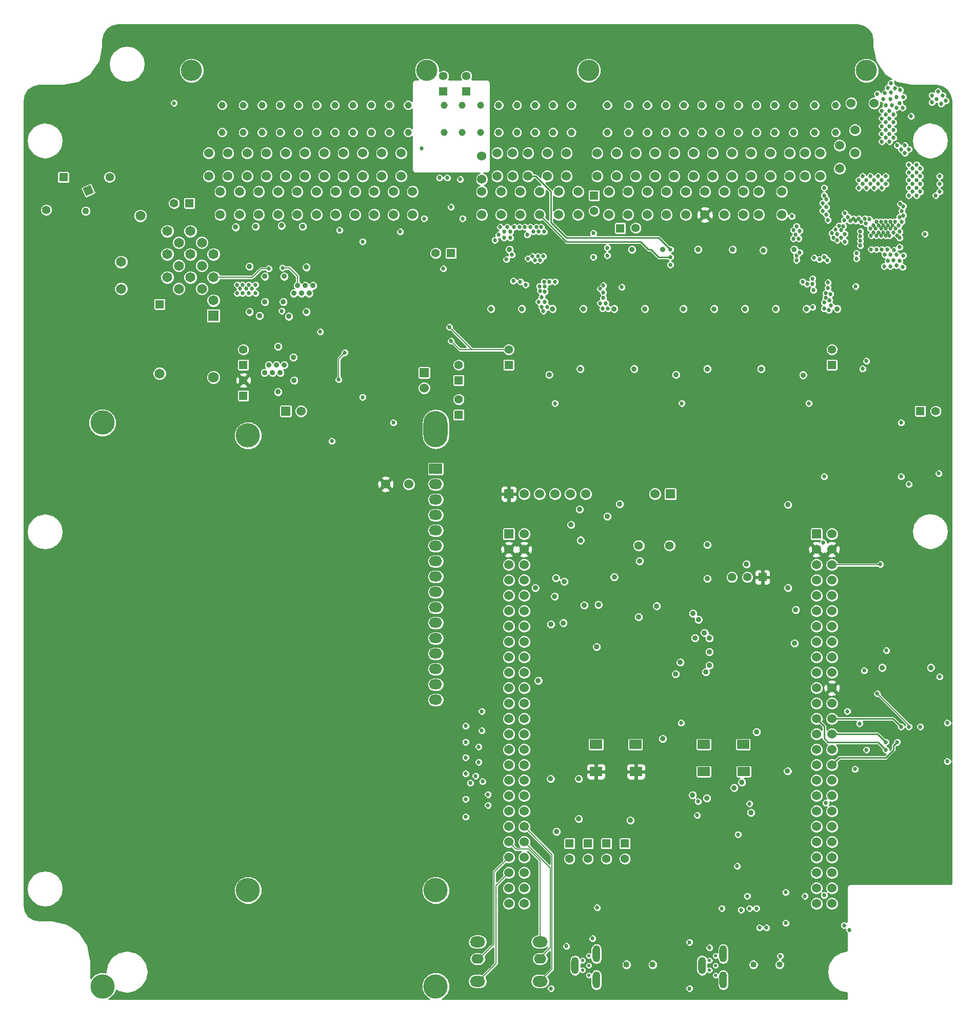
<source format=gbr>
G04 (created by PCBNEW (2013-07-07 BZR 4022)-stable) date 06/07/2014 12:08:28*
%MOIN*%
G04 Gerber Fmt 3.4, Leading zero omitted, Abs format*
%FSLAX34Y34*%
G01*
G70*
G90*
G04 APERTURE LIST*
%ADD10C,0.00393701*%
%ADD11C,0.1575*%
%ADD12O,0.085X0.065*%
%ADD13R,0.085X0.065*%
%ADD14O,0.15748X0.23622*%
%ADD15C,0.06*%
%ADD16C,0.0453*%
%ADD17C,0.1378*%
%ADD18R,0.055X0.055*%
%ADD19C,0.055*%
%ADD20R,0.06X0.06*%
%ADD21C,0.056*%
%ADD22R,0.0787402X0.0590551*%
%ADD23C,0.07*%
%ADD24R,0.07X0.07*%
%ADD25C,0.035*%
%ADD26C,0.022*%
%ADD27O,0.05X0.11*%
%ADD28C,0.04*%
%ADD29O,0.0787X0.063*%
%ADD30O,0.0984X0.0709*%
%ADD31C,0.027*%
%ADD32C,0.043*%
%ADD33C,0.065*%
%ADD34C,0.006*%
%ADD35C,0.0085*%
G04 APERTURE END LIST*
G54D10*
G54D11*
X57295Y-43084D03*
X57295Y-72612D03*
X69500Y-72612D03*
G54D12*
X69500Y-59250D03*
X69500Y-60250D03*
G54D13*
X69500Y-45250D03*
G54D12*
X69500Y-46250D03*
X69500Y-47250D03*
X69500Y-48250D03*
X69500Y-49250D03*
X69500Y-50250D03*
X69500Y-51250D03*
X69500Y-52250D03*
X69500Y-53250D03*
X69500Y-54250D03*
X69500Y-55250D03*
X69500Y-56250D03*
X69500Y-57250D03*
X69500Y-58250D03*
G54D14*
X69500Y-42667D03*
G54D11*
X69500Y-78864D03*
X47845Y-42250D03*
X47846Y-78864D03*
G54D15*
X78000Y-24750D03*
X78000Y-26250D03*
X61000Y-24750D03*
X61000Y-26250D03*
X59750Y-24750D03*
X59750Y-26250D03*
X58500Y-24750D03*
X58500Y-26250D03*
X57250Y-24750D03*
X57250Y-26250D03*
X54750Y-24750D03*
X54750Y-26250D03*
X56000Y-24750D03*
X56000Y-26250D03*
X66250Y-46250D03*
X67750Y-46250D03*
X87000Y-27250D03*
X87000Y-28750D03*
G54D16*
X55621Y-21628D03*
X55621Y-23400D03*
X56998Y-23400D03*
X56998Y-21628D03*
X61762Y-21628D03*
X61762Y-23400D03*
X60581Y-23400D03*
X60581Y-21628D03*
X58219Y-21628D03*
X58219Y-23400D03*
X59400Y-23400D03*
X59400Y-21628D03*
X64124Y-21628D03*
X64124Y-23400D03*
X62943Y-23400D03*
X62943Y-21628D03*
X65305Y-21628D03*
X65305Y-23400D03*
X66486Y-23400D03*
X66486Y-21628D03*
X73592Y-21628D03*
X73592Y-23400D03*
X72411Y-23400D03*
X72411Y-21628D03*
X70049Y-21628D03*
X70049Y-23400D03*
X71230Y-23400D03*
X71230Y-21628D03*
X75955Y-21628D03*
X75955Y-23400D03*
X74774Y-23400D03*
X74774Y-21628D03*
X77136Y-21628D03*
X77136Y-23400D03*
X67707Y-21628D03*
X67707Y-23400D03*
X78317Y-23400D03*
X78317Y-21628D03*
X82036Y-23400D03*
X82036Y-21628D03*
X80658Y-23400D03*
X80658Y-21628D03*
X86801Y-23400D03*
X86801Y-21628D03*
X85620Y-23400D03*
X85620Y-21628D03*
X83258Y-23400D03*
X83258Y-21628D03*
X84439Y-23400D03*
X84439Y-21628D03*
X89163Y-23400D03*
X89163Y-21628D03*
X87982Y-23400D03*
X87982Y-21628D03*
X90344Y-23400D03*
X90344Y-21628D03*
X91525Y-23400D03*
X91525Y-21628D03*
X92746Y-23400D03*
X92746Y-21628D03*
X94124Y-23400D03*
X94124Y-21628D03*
G54D17*
X53632Y-19384D03*
X68927Y-19384D03*
X79439Y-19384D03*
G54D16*
X95502Y-23400D03*
X95502Y-21628D03*
G54D17*
X97490Y-19384D03*
G54D15*
X75500Y-24750D03*
X75500Y-26250D03*
X77500Y-27250D03*
X77500Y-28750D03*
X76750Y-24750D03*
X76750Y-26250D03*
X78750Y-27250D03*
X78750Y-28750D03*
X80750Y-27250D03*
X80750Y-28750D03*
X80000Y-24750D03*
X80000Y-26250D03*
X82000Y-27250D03*
X82000Y-28750D03*
X81250Y-24750D03*
X81250Y-26250D03*
X83250Y-27250D03*
X83250Y-28750D03*
X82500Y-24750D03*
X82500Y-26250D03*
X84500Y-27250D03*
X84500Y-28750D03*
X83750Y-24750D03*
X83750Y-26250D03*
X85750Y-27250D03*
X85750Y-28750D03*
X85000Y-24750D03*
X85000Y-26250D03*
X76250Y-27250D03*
X76250Y-28750D03*
X86250Y-24750D03*
X86250Y-26250D03*
X88250Y-27250D03*
X88250Y-28750D03*
X87500Y-24750D03*
X87500Y-26250D03*
X89500Y-27250D03*
X89500Y-28750D03*
X88750Y-24750D03*
X88750Y-26250D03*
X90500Y-27250D03*
X90500Y-28750D03*
X90000Y-24750D03*
X90000Y-26250D03*
X92000Y-27250D03*
X92000Y-28750D03*
X91250Y-24750D03*
X91250Y-26250D03*
X93500Y-24750D03*
X93500Y-26250D03*
X92500Y-24750D03*
X92500Y-26250D03*
X95750Y-24250D03*
X95750Y-25750D03*
X94500Y-24750D03*
X94500Y-26250D03*
X96750Y-23250D03*
X96750Y-24750D03*
X96500Y-21500D03*
X98000Y-21500D03*
X65500Y-27250D03*
X65500Y-28750D03*
X56750Y-27250D03*
X56750Y-28750D03*
X58000Y-27250D03*
X58000Y-28750D03*
X59250Y-27250D03*
X59250Y-28750D03*
X60500Y-27250D03*
X60500Y-28750D03*
X61750Y-27250D03*
X61750Y-28750D03*
X63000Y-27250D03*
X63000Y-28750D03*
X62250Y-24750D03*
X62250Y-26250D03*
X64250Y-27250D03*
X64250Y-28750D03*
X63500Y-24750D03*
X63500Y-26250D03*
X55500Y-27250D03*
X55500Y-28750D03*
X64750Y-24750D03*
X64750Y-26250D03*
X66750Y-27250D03*
X66750Y-28750D03*
X66000Y-24750D03*
X66000Y-26250D03*
X68000Y-27250D03*
X68000Y-28750D03*
X67250Y-24750D03*
X67250Y-26250D03*
X72500Y-27250D03*
X72500Y-28750D03*
X72500Y-24950D03*
X72500Y-26450D03*
G54D18*
X74250Y-38500D03*
G54D19*
X74250Y-37500D03*
G54D18*
X95250Y-38500D03*
G54D19*
X95250Y-37500D03*
G54D18*
X70500Y-31250D03*
G54D19*
X69500Y-31250D03*
G54D18*
X78200Y-69584D03*
G54D19*
X78200Y-70584D03*
G54D18*
X79400Y-69584D03*
G54D19*
X79400Y-70584D03*
G54D18*
X80600Y-69584D03*
G54D19*
X80600Y-70584D03*
G54D18*
X81800Y-69584D03*
G54D19*
X81800Y-70584D03*
G54D18*
X90750Y-52284D03*
G54D19*
X89750Y-52284D03*
X88750Y-52284D03*
G54D20*
X74250Y-49484D03*
G54D15*
X75250Y-49484D03*
X74250Y-50484D03*
X75250Y-50484D03*
X74250Y-51484D03*
X75250Y-51484D03*
X74250Y-52484D03*
X75250Y-52484D03*
X74250Y-53484D03*
X75250Y-53484D03*
X74250Y-54484D03*
X75250Y-54484D03*
X74250Y-55484D03*
X75250Y-55484D03*
X74250Y-56484D03*
X75250Y-56484D03*
X74250Y-57484D03*
X75250Y-57484D03*
X74250Y-58484D03*
X75250Y-58484D03*
X74250Y-59484D03*
X75250Y-59484D03*
X74250Y-60484D03*
X75250Y-60484D03*
X74250Y-61484D03*
X75250Y-61484D03*
X74250Y-62484D03*
X75250Y-62484D03*
X74250Y-63484D03*
X75250Y-63484D03*
X74250Y-64484D03*
X75250Y-64484D03*
X74250Y-65484D03*
X75250Y-65484D03*
X74250Y-66484D03*
X75250Y-66484D03*
X74250Y-67484D03*
X75250Y-67484D03*
X74250Y-68484D03*
X75250Y-68484D03*
X74250Y-69484D03*
X75250Y-69484D03*
X74250Y-70484D03*
X75250Y-70484D03*
X74250Y-71484D03*
X75250Y-71484D03*
X74250Y-72484D03*
X75250Y-72484D03*
X74250Y-73484D03*
X75250Y-73484D03*
G54D20*
X94250Y-49484D03*
G54D15*
X95250Y-49484D03*
X94250Y-50484D03*
X95250Y-50484D03*
X94250Y-51484D03*
X95250Y-51484D03*
X94250Y-52484D03*
X95250Y-52484D03*
X94250Y-53484D03*
X95250Y-53484D03*
X94250Y-54484D03*
X95250Y-54484D03*
X94250Y-55484D03*
X95250Y-55484D03*
X94250Y-56484D03*
X95250Y-56484D03*
X94250Y-57484D03*
X95250Y-57484D03*
X94250Y-58484D03*
X95250Y-58484D03*
X94250Y-59484D03*
X95250Y-59484D03*
X94250Y-60484D03*
X95250Y-60484D03*
X94250Y-61484D03*
X95250Y-61484D03*
X94250Y-62484D03*
X95250Y-62484D03*
X94250Y-63484D03*
X95250Y-63484D03*
X94250Y-64484D03*
X95250Y-64484D03*
X94250Y-65484D03*
X95250Y-65484D03*
X94250Y-66484D03*
X95250Y-66484D03*
X94250Y-67484D03*
X95250Y-67484D03*
X94250Y-68484D03*
X95250Y-68484D03*
X94250Y-69484D03*
X95250Y-69484D03*
X94250Y-70484D03*
X95250Y-70484D03*
X94250Y-71484D03*
X95250Y-71484D03*
X94250Y-72484D03*
X95250Y-72484D03*
X94250Y-73484D03*
X95250Y-73484D03*
G54D20*
X84750Y-46884D03*
G54D15*
X83750Y-46884D03*
G54D20*
X74250Y-46884D03*
G54D15*
X75250Y-46884D03*
X76250Y-46884D03*
X77250Y-46884D03*
X78250Y-46884D03*
X79250Y-46884D03*
G54D21*
X82700Y-50234D03*
X84700Y-50234D03*
G54D22*
X86920Y-63148D03*
X89479Y-63148D03*
X89518Y-64919D03*
X86920Y-64919D03*
X79920Y-63148D03*
X82479Y-63148D03*
X82518Y-64919D03*
X79920Y-64919D03*
G54D18*
X51556Y-34560D03*
G54D23*
X55056Y-39310D03*
G54D24*
X55056Y-35310D03*
G54D10*
G36*
X46782Y-27541D02*
X46550Y-27043D01*
X47048Y-26810D01*
X47281Y-27309D01*
X46782Y-27541D01*
X46782Y-27541D01*
G37*
G54D19*
X44196Y-28443D03*
G54D18*
X45306Y-26310D03*
G54D19*
X48306Y-26310D03*
G54D18*
X53500Y-28000D03*
G54D19*
X52500Y-28000D03*
G54D20*
X59750Y-41500D03*
G54D15*
X60750Y-41500D03*
G54D18*
X71000Y-41750D03*
G54D19*
X71000Y-40750D03*
G54D18*
X71000Y-39500D03*
G54D19*
X71000Y-38500D03*
G54D25*
X101673Y-58158D03*
X98524Y-58158D03*
G54D18*
X81500Y-29625D03*
G54D19*
X82500Y-29600D03*
G54D18*
X79800Y-27500D03*
G54D19*
X79800Y-28500D03*
G54D18*
X101000Y-41500D03*
G54D19*
X102000Y-41500D03*
G54D18*
X57000Y-38500D03*
G54D19*
X57000Y-37500D03*
G54D18*
X57000Y-40500D03*
G54D19*
X57000Y-39500D03*
G54D20*
X68750Y-39000D03*
G54D15*
X68750Y-40000D03*
X74500Y-24750D03*
X74500Y-26250D03*
X75000Y-27250D03*
X75000Y-28750D03*
X73500Y-24750D03*
X73500Y-26250D03*
X73750Y-27250D03*
X73750Y-28750D03*
G54D26*
X79446Y-76870D03*
X79053Y-77185D03*
X79446Y-77500D03*
X79053Y-77814D03*
X79446Y-78129D03*
G54D27*
X78561Y-77500D03*
X79938Y-76751D03*
X79938Y-78444D03*
G54D28*
X81900Y-77450D03*
X83600Y-77450D03*
X90150Y-77450D03*
X91850Y-77450D03*
G54D26*
X87696Y-76870D03*
X87303Y-77185D03*
X87696Y-77500D03*
X87303Y-77814D03*
X87696Y-78129D03*
G54D27*
X86811Y-77500D03*
X88188Y-76751D03*
X88188Y-78444D03*
G54D18*
X71500Y-20750D03*
G54D19*
X71500Y-19750D03*
G54D18*
X70000Y-20750D03*
G54D19*
X70000Y-19750D03*
G54D29*
X72222Y-77072D03*
X76278Y-77072D03*
G54D30*
X76278Y-75970D03*
X72222Y-75970D03*
X76278Y-78530D03*
X72222Y-78530D03*
G54D25*
X76170Y-59004D03*
X77800Y-55259D03*
G54D31*
X84750Y-32000D03*
X101750Y-65500D03*
X70400Y-17600D03*
X71800Y-17600D03*
X72500Y-32500D03*
X93000Y-40250D03*
X84000Y-41000D03*
X75800Y-41000D03*
X68400Y-33400D03*
X71500Y-30250D03*
X68500Y-30250D03*
X88900Y-73650D03*
X88300Y-72200D03*
X68100Y-37850D03*
X62800Y-40550D03*
X62750Y-42100D03*
X76950Y-33950D03*
X77300Y-33950D03*
X75100Y-33950D03*
X74600Y-32350D03*
X93000Y-33632D03*
X45250Y-38750D03*
X45500Y-39000D03*
X45750Y-39250D03*
X46000Y-39500D03*
X45000Y-38500D03*
X44750Y-38250D03*
X69600Y-27450D03*
G54D25*
X77175Y-50459D03*
X81700Y-59559D03*
X88975Y-61609D03*
X88850Y-53934D03*
X84150Y-65784D03*
X81185Y-54384D03*
X83522Y-54423D03*
G54D31*
X62750Y-43450D03*
X64750Y-40600D03*
X67200Y-29850D03*
X63250Y-29750D03*
G54D32*
X46750Y-28500D03*
G54D25*
X83866Y-54158D03*
X75975Y-52984D03*
X80073Y-54068D03*
X77850Y-52564D03*
X77235Y-53529D03*
G54D31*
X98200Y-59850D03*
X98400Y-51450D03*
X100250Y-62000D03*
X84750Y-31500D03*
X97250Y-38750D03*
X99750Y-42250D03*
X84750Y-31000D03*
X97500Y-38250D03*
X102200Y-45550D03*
X96250Y-61000D03*
X93500Y-73000D03*
X70000Y-32250D03*
X59500Y-35000D03*
X96050Y-74900D03*
X71450Y-66700D03*
X71450Y-65050D03*
X96400Y-75200D03*
X71450Y-67850D03*
G54D25*
X85400Y-57821D03*
G54D31*
X71450Y-64000D03*
X71450Y-61950D03*
X71450Y-63000D03*
G54D25*
X58400Y-32755D03*
X57400Y-32105D03*
X61100Y-32155D03*
X59650Y-32755D03*
X60250Y-38005D03*
X59250Y-37305D03*
X86225Y-54634D03*
X86576Y-55038D03*
G54D31*
X99500Y-63000D03*
X91000Y-75050D03*
X90550Y-75050D03*
X94700Y-50050D03*
X94750Y-72950D03*
G54D25*
X92825Y-56584D03*
G54D31*
X89150Y-69000D03*
X89900Y-67000D03*
G54D25*
X86200Y-66434D03*
X88900Y-65959D03*
X89400Y-65609D03*
X87125Y-66634D03*
X86351Y-56242D03*
X86969Y-55895D03*
X89990Y-67584D03*
G54D31*
X86500Y-67750D03*
X71750Y-65650D03*
X72900Y-66400D03*
X72550Y-65550D03*
X72900Y-67100D03*
X98750Y-63000D03*
G54D25*
X87284Y-56253D03*
G54D31*
X98750Y-63500D03*
X99750Y-62000D03*
X94850Y-66950D03*
G54D25*
X90350Y-62334D03*
X85095Y-58580D03*
X87289Y-58019D03*
X87058Y-58451D03*
X87289Y-57143D03*
G54D31*
X72300Y-63300D03*
X72300Y-64300D03*
X72100Y-65200D03*
X72500Y-61000D03*
X72500Y-62250D03*
X102750Y-64250D03*
X96750Y-64750D03*
X97500Y-63500D03*
X86550Y-66850D03*
X80000Y-73750D03*
X102750Y-61750D03*
X102250Y-58750D03*
X85500Y-41000D03*
X93750Y-41000D03*
X77250Y-41000D03*
X59550Y-32200D03*
G54D33*
X54306Y-32060D03*
X55056Y-32810D03*
G54D31*
X58650Y-32250D03*
X70500Y-36950D03*
X70400Y-36050D03*
X63200Y-39450D03*
X63600Y-37700D03*
X85450Y-61750D03*
X97350Y-58350D03*
X98800Y-57050D03*
X97050Y-61800D03*
X76500Y-31450D03*
X76300Y-31700D03*
X75950Y-31700D03*
X75500Y-31600D03*
X75800Y-31450D03*
X76150Y-31450D03*
X87300Y-76350D03*
X92250Y-72750D03*
X92250Y-74750D03*
X89900Y-73800D03*
X94750Y-45750D03*
X99750Y-45750D03*
X56600Y-33300D03*
X56950Y-33300D03*
X57350Y-33300D03*
X57800Y-33300D03*
X57550Y-33550D03*
X57200Y-33550D03*
X56800Y-33555D03*
X56600Y-33850D03*
X56950Y-33850D03*
X57350Y-33850D03*
X57800Y-33850D03*
X62000Y-36350D03*
X70500Y-28250D03*
X68750Y-29000D03*
X71250Y-29000D03*
X101000Y-62000D03*
X79700Y-75750D03*
X91900Y-76900D03*
X89100Y-71050D03*
X89350Y-73900D03*
X89750Y-73000D03*
X88100Y-73800D03*
X86000Y-79000D03*
X86000Y-76000D03*
X77000Y-79000D03*
X78000Y-76250D03*
X100250Y-46250D03*
X73350Y-30400D03*
X73600Y-30050D03*
X73700Y-29550D03*
X74150Y-29550D03*
X73950Y-29850D03*
X73950Y-30250D03*
X74350Y-30250D03*
X74350Y-29850D03*
X74600Y-29550D03*
X74950Y-29550D03*
X75300Y-29550D03*
X75650Y-29550D03*
X76050Y-29550D03*
X76350Y-29550D03*
X76550Y-29850D03*
X76200Y-29850D03*
X75850Y-29850D03*
X75450Y-30050D03*
X64750Y-30500D03*
X66750Y-42250D03*
X79750Y-29950D03*
X81600Y-33450D03*
X80700Y-34850D03*
X80350Y-34850D03*
X80200Y-34500D03*
X80550Y-34500D03*
X80400Y-34150D03*
X80400Y-33800D03*
X80200Y-33550D03*
X80400Y-33350D03*
X74100Y-31650D03*
X74450Y-31350D03*
X80650Y-30900D03*
X80650Y-31400D03*
X76500Y-35000D03*
X76400Y-34750D03*
X76750Y-34750D03*
X76200Y-34400D03*
X76600Y-34400D03*
X76400Y-34100D03*
X76300Y-33700D03*
X76600Y-33750D03*
X76600Y-33400D03*
X77250Y-33100D03*
X76900Y-33100D03*
X76550Y-33100D03*
X76250Y-33400D03*
X74550Y-33050D03*
X75000Y-33100D03*
X75350Y-33300D03*
X100400Y-22350D03*
X101750Y-21000D03*
X102350Y-21550D03*
X102650Y-21350D03*
X102450Y-21000D03*
X102150Y-20750D03*
X102050Y-21250D03*
X101750Y-21450D03*
X99100Y-20200D03*
X98900Y-20500D03*
X98200Y-20900D03*
X98700Y-20850D03*
X99100Y-20800D03*
X99350Y-20550D03*
X99700Y-20650D03*
X99900Y-21100D03*
X99450Y-21100D03*
X99650Y-21500D03*
X99850Y-21800D03*
X99450Y-21800D03*
X99150Y-21650D03*
X99050Y-21250D03*
X98600Y-21250D03*
X98750Y-21650D03*
X93100Y-30300D03*
X92750Y-30300D03*
X92900Y-30050D03*
X93150Y-29800D03*
X92750Y-29750D03*
X92950Y-29500D03*
X92650Y-28850D03*
X96800Y-33400D03*
G54D25*
X93600Y-34857D03*
X92800Y-31007D03*
G54D31*
X92950Y-31700D03*
X92950Y-31400D03*
X93150Y-31200D03*
X94000Y-32900D03*
X94100Y-31550D03*
X94450Y-31650D03*
X94750Y-31500D03*
X94950Y-31700D03*
X94000Y-33250D03*
X93350Y-33100D03*
X93650Y-33250D03*
X94050Y-33650D03*
X94750Y-34850D03*
X95050Y-34950D03*
X95200Y-34650D03*
X94750Y-34450D03*
X95100Y-34300D03*
X94850Y-34150D03*
X95150Y-33900D03*
X94850Y-33850D03*
X95000Y-33150D03*
X95000Y-33500D03*
X101300Y-30000D03*
X99850Y-32150D03*
X99900Y-31400D03*
X99650Y-31750D03*
X99450Y-32050D03*
X99050Y-32100D03*
X98650Y-32100D03*
X98900Y-31750D03*
X99250Y-31700D03*
X99650Y-30850D03*
X99450Y-31350D03*
X99300Y-31050D03*
X99050Y-31350D03*
X98700Y-31350D03*
X98850Y-31000D03*
X98500Y-31000D03*
X98150Y-31000D03*
X97800Y-31000D03*
X99700Y-28050D03*
X99900Y-28200D03*
X99800Y-28500D03*
X99900Y-28800D03*
X99650Y-28900D03*
X99650Y-30250D03*
X99500Y-30100D03*
X99650Y-29850D03*
X99800Y-29200D03*
X99350Y-29200D03*
X99050Y-29200D03*
X98750Y-29200D03*
X98450Y-29200D03*
X98150Y-29200D03*
X97950Y-29450D03*
X98300Y-29450D03*
X98600Y-29450D03*
X98900Y-29450D03*
X99200Y-29450D03*
X99600Y-29450D03*
X99400Y-29650D03*
X99050Y-29650D03*
X98750Y-29650D03*
X98450Y-29650D03*
X98100Y-29650D03*
X97750Y-29650D03*
X97950Y-29900D03*
X98300Y-29900D03*
X98600Y-29900D03*
X98900Y-29900D03*
X99250Y-29900D03*
X99000Y-30100D03*
X98750Y-30100D03*
X98450Y-30100D03*
X98150Y-30100D03*
X97800Y-30100D03*
X97700Y-29050D03*
X97450Y-29300D03*
X97400Y-29000D03*
X97150Y-29200D03*
X97000Y-29000D03*
X96800Y-29150D03*
X96650Y-29000D03*
X96450Y-29150D03*
X96300Y-28900D03*
X96100Y-28650D03*
X96050Y-29100D03*
X96850Y-31600D03*
X96850Y-31250D03*
X97100Y-30750D03*
X97100Y-30450D03*
X97100Y-30150D03*
X97100Y-29837D03*
X96100Y-30500D03*
X96100Y-30000D03*
X95850Y-30250D03*
X95600Y-30000D03*
X95850Y-29750D03*
X96000Y-29500D03*
X95713Y-29463D03*
X95500Y-29700D03*
X95240Y-29950D03*
X95347Y-30252D03*
X95600Y-30400D03*
X95000Y-29100D03*
X94750Y-27000D03*
X94750Y-27500D03*
X94650Y-28500D03*
X94650Y-28000D03*
X94900Y-27750D03*
X94900Y-28250D03*
X94900Y-28750D03*
X102000Y-27500D03*
X102250Y-27250D03*
X102250Y-26250D03*
X102250Y-26750D03*
X101000Y-27250D03*
X101000Y-26750D03*
X100250Y-27500D03*
X101000Y-26250D03*
X101000Y-25750D03*
X100750Y-25500D03*
X100750Y-26000D03*
X100750Y-26500D03*
X100750Y-27000D03*
X100750Y-27500D03*
X100500Y-27250D03*
X100500Y-26750D03*
X100500Y-26250D03*
X100500Y-25750D03*
X100250Y-25500D03*
X100250Y-26000D03*
X100250Y-26500D03*
X100250Y-27000D03*
X100250Y-24500D03*
X100000Y-24750D03*
X99750Y-24500D03*
X100000Y-24250D03*
X99500Y-24250D03*
X98500Y-24000D03*
X98500Y-23500D03*
X98500Y-23000D03*
X98500Y-22500D03*
X98500Y-22000D03*
X98750Y-22250D03*
X98750Y-22750D03*
X98750Y-23250D03*
X98750Y-23750D03*
X99000Y-24000D03*
X99000Y-23500D03*
X99000Y-23000D03*
X99000Y-22500D03*
X99000Y-22000D03*
X99250Y-22250D03*
X99250Y-22750D03*
X99250Y-23250D03*
X99250Y-23750D03*
X98750Y-26250D03*
X98250Y-26250D03*
X97750Y-26250D03*
X97250Y-26250D03*
X97000Y-26500D03*
X97500Y-26500D03*
X98000Y-26500D03*
X98500Y-26500D03*
X98750Y-26750D03*
X98500Y-27000D03*
X98250Y-26750D03*
X98000Y-27000D03*
X97750Y-26750D03*
X97500Y-27000D03*
X97250Y-26750D03*
X97000Y-27000D03*
X79750Y-31500D03*
X94000Y-34750D03*
X52500Y-21500D03*
G54D25*
X92370Y-64884D03*
X78800Y-65384D03*
X78800Y-67984D03*
X76970Y-65384D03*
X77350Y-68809D03*
X82150Y-68084D03*
X77310Y-52344D03*
X79961Y-56815D03*
X92400Y-52984D03*
X92900Y-54409D03*
X89700Y-51434D03*
X87150Y-52384D03*
X87150Y-50184D03*
X82750Y-51234D03*
X92400Y-47584D03*
X81107Y-52276D03*
X78300Y-48884D03*
X81450Y-47534D03*
X80650Y-48334D03*
X78850Y-47884D03*
X78914Y-49892D03*
G54D33*
X51556Y-39060D03*
X49056Y-33560D03*
X49056Y-31810D03*
X52056Y-31310D03*
X52056Y-29810D03*
X53556Y-29810D03*
X52806Y-30560D03*
X53556Y-31310D03*
X52806Y-32060D03*
X52056Y-32810D03*
X52806Y-33560D03*
X53556Y-32810D03*
X55056Y-34310D03*
X54306Y-33560D03*
X55056Y-31310D03*
X54306Y-30560D03*
X50306Y-28810D03*
G54D25*
X90800Y-31057D03*
X88800Y-31007D03*
X86550Y-31007D03*
X84250Y-31007D03*
X82250Y-31007D03*
X74300Y-31007D03*
X78900Y-38757D03*
X73100Y-34857D03*
X75100Y-34857D03*
X77100Y-34857D03*
X79100Y-34857D03*
X81100Y-34857D03*
X83100Y-34857D03*
X85600Y-34857D03*
X87600Y-34857D03*
X89600Y-34857D03*
X91600Y-34857D03*
X82400Y-38757D03*
X87150Y-38757D03*
X90650Y-38757D03*
X95600Y-34857D03*
X93375Y-39157D03*
X85125Y-39132D03*
X76875Y-39132D03*
X60275Y-33855D03*
X60525Y-33355D03*
X60775Y-33855D03*
X61025Y-33355D03*
X61275Y-33855D03*
X61525Y-33355D03*
X59650Y-38505D03*
X59400Y-39005D03*
X59150Y-38505D03*
X58900Y-39005D03*
X58650Y-38505D03*
X58375Y-39005D03*
X57800Y-29505D03*
X59475Y-29455D03*
X60850Y-29505D03*
X56500Y-29555D03*
X58050Y-35305D03*
X59950Y-35355D03*
X59600Y-34405D03*
X58400Y-34405D03*
X57400Y-35055D03*
X61100Y-35055D03*
X59250Y-40255D03*
X60300Y-39505D03*
G54D31*
X90350Y-73800D03*
X68600Y-24450D03*
X70250Y-26350D03*
X69750Y-26350D03*
X71100Y-26450D03*
G54D25*
X76993Y-55349D03*
X84250Y-62784D03*
X82689Y-54867D03*
X79150Y-54115D03*
G54D34*
X100250Y-62000D02*
X100250Y-61900D01*
X100250Y-61900D02*
X98200Y-59850D01*
X95250Y-51484D02*
X98366Y-51484D01*
X98366Y-51484D02*
X98400Y-51450D01*
G54D35*
X78000Y-30500D02*
X76250Y-28750D01*
X82829Y-30500D02*
X78000Y-30500D01*
X83329Y-31000D02*
X82829Y-30500D01*
X83500Y-31000D02*
X83329Y-31000D01*
X84000Y-31500D02*
X83500Y-31000D01*
X84750Y-31500D02*
X84000Y-31500D01*
X76000Y-26250D02*
X75500Y-26250D01*
X77000Y-27250D02*
X76000Y-26250D01*
X77000Y-29250D02*
X77000Y-27250D01*
X78000Y-30250D02*
X77000Y-29250D01*
X84000Y-30250D02*
X78000Y-30250D01*
X84750Y-31000D02*
X84000Y-30250D01*
X95734Y-64000D02*
X95250Y-64484D01*
X98750Y-64000D02*
X95734Y-64000D01*
X99250Y-63500D02*
X98750Y-64000D01*
X99250Y-63250D02*
X99250Y-63500D01*
X99500Y-63000D02*
X99250Y-63250D01*
X98234Y-62484D02*
X95250Y-62484D01*
X98750Y-63000D02*
X98234Y-62484D01*
X94750Y-61984D02*
X94250Y-61484D01*
X94750Y-62750D02*
X94750Y-61984D01*
X95000Y-63000D02*
X94750Y-62750D01*
X98250Y-63000D02*
X95000Y-63000D01*
X98750Y-63500D02*
X98250Y-63000D01*
X99234Y-61484D02*
X95250Y-61484D01*
X99750Y-62000D02*
X99234Y-61484D01*
G54D34*
X76278Y-77072D02*
X76278Y-77022D01*
X76950Y-71184D02*
X75250Y-69484D01*
X76950Y-76350D02*
X76950Y-71184D01*
X76278Y-77022D02*
X76950Y-76350D01*
X72222Y-77072D02*
X72327Y-77072D01*
X73300Y-71434D02*
X74250Y-70484D01*
X73300Y-76100D02*
X73300Y-71434D01*
X72327Y-77072D02*
X73300Y-76100D01*
X72222Y-78530D02*
X72270Y-78530D01*
X73420Y-72313D02*
X74250Y-71484D01*
X73420Y-77379D02*
X73420Y-72313D01*
X72270Y-78530D02*
X73420Y-77379D01*
X76278Y-78530D02*
X76278Y-78522D01*
X77070Y-70304D02*
X75250Y-68484D01*
X77070Y-77729D02*
X77070Y-70304D01*
X76278Y-78522D02*
X77070Y-77729D01*
X76278Y-75970D02*
X76278Y-70681D01*
X74716Y-69950D02*
X74250Y-69484D01*
X75546Y-69950D02*
X74716Y-69950D01*
X76278Y-70681D02*
X75546Y-69950D01*
X60525Y-33355D02*
X60525Y-32725D01*
X60000Y-32200D02*
X59550Y-32200D01*
X60525Y-32725D02*
X60000Y-32200D01*
X55056Y-32810D02*
X57589Y-32810D01*
X58150Y-32250D02*
X58650Y-32250D01*
X57589Y-32810D02*
X58150Y-32250D01*
X74250Y-37500D02*
X71050Y-37500D01*
X71050Y-37500D02*
X70500Y-36950D01*
X74250Y-37500D02*
X71850Y-37500D01*
X71850Y-37500D02*
X70400Y-36050D01*
X63200Y-39450D02*
X63200Y-38100D01*
X63200Y-38100D02*
X63600Y-37700D01*
G54D10*
G36*
X103010Y-72207D02*
X101976Y-72207D01*
X101976Y-58098D01*
X101930Y-57987D01*
X101845Y-57902D01*
X101734Y-57856D01*
X101613Y-57856D01*
X101502Y-57902D01*
X101417Y-57987D01*
X101371Y-58098D01*
X101371Y-58218D01*
X101417Y-58329D01*
X101502Y-58414D01*
X101613Y-58461D01*
X101733Y-58461D01*
X101844Y-58415D01*
X101929Y-58330D01*
X101976Y-58219D01*
X101976Y-58098D01*
X101976Y-72207D01*
X101262Y-72207D01*
X101262Y-61948D01*
X101222Y-61851D01*
X101148Y-61777D01*
X101052Y-61737D01*
X100948Y-61737D01*
X100851Y-61777D01*
X100777Y-61851D01*
X100737Y-61947D01*
X100737Y-62051D01*
X100777Y-62148D01*
X100851Y-62222D01*
X100947Y-62262D01*
X101051Y-62262D01*
X101148Y-62222D01*
X101222Y-62148D01*
X101262Y-62052D01*
X101262Y-61948D01*
X101262Y-72207D01*
X100512Y-72207D01*
X100512Y-61948D01*
X100472Y-61851D01*
X100398Y-61777D01*
X100315Y-61743D01*
X99062Y-60489D01*
X99062Y-56998D01*
X99022Y-56901D01*
X98948Y-56827D01*
X98852Y-56787D01*
X98748Y-56787D01*
X98662Y-56822D01*
X98662Y-51398D01*
X98622Y-51301D01*
X98548Y-51227D01*
X98452Y-51187D01*
X98348Y-51187D01*
X98251Y-51227D01*
X98177Y-51301D01*
X98167Y-51326D01*
X97762Y-51326D01*
X97762Y-38198D01*
X97722Y-38101D01*
X97648Y-38027D01*
X97552Y-37987D01*
X97448Y-37987D01*
X97362Y-38022D01*
X97362Y-30698D01*
X97322Y-30601D01*
X97321Y-30600D01*
X97322Y-30598D01*
X97362Y-30502D01*
X97362Y-30398D01*
X97322Y-30301D01*
X97321Y-30300D01*
X97322Y-30298D01*
X97362Y-30202D01*
X97362Y-30098D01*
X97322Y-30001D01*
X97314Y-29993D01*
X97322Y-29986D01*
X97362Y-29889D01*
X97362Y-29785D01*
X97322Y-29689D01*
X97248Y-29615D01*
X97152Y-29575D01*
X97048Y-29574D01*
X96951Y-29614D01*
X96877Y-29688D01*
X96837Y-29785D01*
X96837Y-29889D01*
X96877Y-29986D01*
X96885Y-29993D01*
X96877Y-30001D01*
X96837Y-30097D01*
X96837Y-30201D01*
X96877Y-30298D01*
X96878Y-30299D01*
X96877Y-30301D01*
X96837Y-30397D01*
X96837Y-30501D01*
X96877Y-30598D01*
X96878Y-30599D01*
X96877Y-30601D01*
X96837Y-30697D01*
X96837Y-30801D01*
X96877Y-30898D01*
X96951Y-30972D01*
X97047Y-31012D01*
X97151Y-31012D01*
X97248Y-30972D01*
X97322Y-30898D01*
X97362Y-30802D01*
X97362Y-30698D01*
X97362Y-38022D01*
X97351Y-38027D01*
X97277Y-38101D01*
X97237Y-38197D01*
X97237Y-38301D01*
X97277Y-38398D01*
X97351Y-38472D01*
X97447Y-38512D01*
X97551Y-38512D01*
X97648Y-38472D01*
X97722Y-38398D01*
X97762Y-38302D01*
X97762Y-38198D01*
X97762Y-51326D01*
X97512Y-51326D01*
X97512Y-38698D01*
X97472Y-38601D01*
X97398Y-38527D01*
X97302Y-38487D01*
X97198Y-38487D01*
X97112Y-38522D01*
X97112Y-31548D01*
X97072Y-31451D01*
X97046Y-31425D01*
X97072Y-31398D01*
X97112Y-31302D01*
X97112Y-31198D01*
X97072Y-31101D01*
X96998Y-31027D01*
X96902Y-30987D01*
X96798Y-30987D01*
X96701Y-31027D01*
X96627Y-31101D01*
X96587Y-31197D01*
X96587Y-31301D01*
X96627Y-31398D01*
X96653Y-31424D01*
X96627Y-31451D01*
X96587Y-31547D01*
X96587Y-31651D01*
X96627Y-31748D01*
X96701Y-31822D01*
X96797Y-31862D01*
X96901Y-31862D01*
X96998Y-31822D01*
X97072Y-31748D01*
X97112Y-31652D01*
X97112Y-31548D01*
X97112Y-38522D01*
X97101Y-38527D01*
X97062Y-38566D01*
X97062Y-33348D01*
X97022Y-33251D01*
X96948Y-33177D01*
X96852Y-33137D01*
X96748Y-33137D01*
X96651Y-33177D01*
X96577Y-33251D01*
X96537Y-33347D01*
X96537Y-33451D01*
X96577Y-33548D01*
X96651Y-33622D01*
X96747Y-33662D01*
X96851Y-33662D01*
X96948Y-33622D01*
X97022Y-33548D01*
X97062Y-33452D01*
X97062Y-33348D01*
X97062Y-38566D01*
X97027Y-38601D01*
X96987Y-38697D01*
X96987Y-38801D01*
X97027Y-38898D01*
X97101Y-38972D01*
X97197Y-39012D01*
X97301Y-39012D01*
X97398Y-38972D01*
X97472Y-38898D01*
X97512Y-38802D01*
X97512Y-38698D01*
X97512Y-51326D01*
X95902Y-51326D01*
X95902Y-34797D01*
X95856Y-34686D01*
X95771Y-34601D01*
X95660Y-34555D01*
X95540Y-34555D01*
X95458Y-34588D01*
X95422Y-34501D01*
X95348Y-34427D01*
X95333Y-34421D01*
X95362Y-34352D01*
X95362Y-34248D01*
X95322Y-34151D01*
X95295Y-34124D01*
X95298Y-34122D01*
X95372Y-34048D01*
X95412Y-33952D01*
X95412Y-33848D01*
X95372Y-33751D01*
X95298Y-33677D01*
X95223Y-33646D01*
X95262Y-33552D01*
X95262Y-33448D01*
X95222Y-33351D01*
X95196Y-33325D01*
X95222Y-33298D01*
X95262Y-33202D01*
X95262Y-33098D01*
X95222Y-33001D01*
X95212Y-32991D01*
X95212Y-31648D01*
X95172Y-31551D01*
X95098Y-31477D01*
X95009Y-31440D01*
X94972Y-31351D01*
X94898Y-31277D01*
X94802Y-31237D01*
X94698Y-31237D01*
X94601Y-31277D01*
X94527Y-31351D01*
X94510Y-31391D01*
X94502Y-31387D01*
X94398Y-31387D01*
X94328Y-31416D01*
X94322Y-31401D01*
X94248Y-31327D01*
X94152Y-31287D01*
X94048Y-31287D01*
X93951Y-31327D01*
X93927Y-31351D01*
X93927Y-26165D01*
X93927Y-24665D01*
X93862Y-24508D01*
X93742Y-24387D01*
X93585Y-24322D01*
X93415Y-24322D01*
X93258Y-24387D01*
X93137Y-24507D01*
X93100Y-24598D01*
X93100Y-23329D01*
X93100Y-21557D01*
X93046Y-21427D01*
X92946Y-21328D01*
X92816Y-21274D01*
X92675Y-21273D01*
X92545Y-21327D01*
X92446Y-21427D01*
X92392Y-21557D01*
X92391Y-21698D01*
X92445Y-21828D01*
X92545Y-21927D01*
X92675Y-21981D01*
X92816Y-21982D01*
X92946Y-21928D01*
X93045Y-21828D01*
X93099Y-21698D01*
X93100Y-21557D01*
X93100Y-23329D01*
X93046Y-23199D01*
X92946Y-23100D01*
X92816Y-23046D01*
X92675Y-23045D01*
X92545Y-23099D01*
X92446Y-23199D01*
X92392Y-23329D01*
X92391Y-23470D01*
X92445Y-23600D01*
X92545Y-23699D01*
X92675Y-23753D01*
X92816Y-23754D01*
X92946Y-23700D01*
X93045Y-23600D01*
X93099Y-23470D01*
X93100Y-23329D01*
X93100Y-24598D01*
X93072Y-24664D01*
X93072Y-24834D01*
X93137Y-24991D01*
X93257Y-25112D01*
X93414Y-25177D01*
X93584Y-25177D01*
X93741Y-25112D01*
X93862Y-24992D01*
X93927Y-24835D01*
X93927Y-24665D01*
X93927Y-26165D01*
X93862Y-26008D01*
X93742Y-25887D01*
X93585Y-25822D01*
X93415Y-25822D01*
X93258Y-25887D01*
X93137Y-26007D01*
X93072Y-26164D01*
X93072Y-26334D01*
X93137Y-26491D01*
X93257Y-26612D01*
X93414Y-26677D01*
X93584Y-26677D01*
X93741Y-26612D01*
X93862Y-26492D01*
X93927Y-26335D01*
X93927Y-26165D01*
X93927Y-31351D01*
X93877Y-31401D01*
X93837Y-31497D01*
X93837Y-31601D01*
X93877Y-31698D01*
X93951Y-31772D01*
X94047Y-31812D01*
X94151Y-31812D01*
X94221Y-31783D01*
X94227Y-31798D01*
X94301Y-31872D01*
X94397Y-31912D01*
X94501Y-31912D01*
X94598Y-31872D01*
X94672Y-31798D01*
X94689Y-31758D01*
X94690Y-31759D01*
X94727Y-31848D01*
X94801Y-31922D01*
X94897Y-31962D01*
X95001Y-31962D01*
X95098Y-31922D01*
X95172Y-31848D01*
X95212Y-31752D01*
X95212Y-31648D01*
X95212Y-32991D01*
X95148Y-32927D01*
X95052Y-32887D01*
X94948Y-32887D01*
X94851Y-32927D01*
X94777Y-33001D01*
X94737Y-33097D01*
X94737Y-33201D01*
X94777Y-33298D01*
X94803Y-33324D01*
X94777Y-33351D01*
X94737Y-33447D01*
X94737Y-33551D01*
X94758Y-33603D01*
X94701Y-33627D01*
X94627Y-33701D01*
X94587Y-33797D01*
X94587Y-33901D01*
X94627Y-33998D01*
X94628Y-33999D01*
X94627Y-34001D01*
X94587Y-34097D01*
X94587Y-34201D01*
X94598Y-34229D01*
X94527Y-34301D01*
X94487Y-34397D01*
X94487Y-34501D01*
X94527Y-34598D01*
X94578Y-34650D01*
X94527Y-34701D01*
X94487Y-34797D01*
X94487Y-34901D01*
X94527Y-34998D01*
X94601Y-35072D01*
X94697Y-35112D01*
X94801Y-35112D01*
X94829Y-35101D01*
X94901Y-35172D01*
X94997Y-35212D01*
X95101Y-35212D01*
X95198Y-35172D01*
X95272Y-35098D01*
X95312Y-35002D01*
X95312Y-34954D01*
X95343Y-35029D01*
X95428Y-35114D01*
X95539Y-35160D01*
X95659Y-35160D01*
X95771Y-35114D01*
X95856Y-35029D01*
X95902Y-34918D01*
X95902Y-34797D01*
X95902Y-51326D01*
X95798Y-51326D01*
X95798Y-50556D01*
X95784Y-50341D01*
X95728Y-50207D01*
X95677Y-50191D01*
X95677Y-49399D01*
X95652Y-49338D01*
X95652Y-37420D01*
X95591Y-37272D01*
X95478Y-37158D01*
X95330Y-37097D01*
X95170Y-37097D01*
X95022Y-37158D01*
X94908Y-37271D01*
X94847Y-37419D01*
X94847Y-37579D01*
X94908Y-37727D01*
X95021Y-37841D01*
X95169Y-37902D01*
X95329Y-37902D01*
X95477Y-37841D01*
X95591Y-37728D01*
X95652Y-37580D01*
X95652Y-37420D01*
X95652Y-49338D01*
X95652Y-49338D01*
X95652Y-38749D01*
X95652Y-38199D01*
X95633Y-38152D01*
X95597Y-38116D01*
X95550Y-38097D01*
X95499Y-38097D01*
X94949Y-38097D01*
X94902Y-38116D01*
X94866Y-38152D01*
X94847Y-38199D01*
X94847Y-38250D01*
X94847Y-38800D01*
X94866Y-38847D01*
X94902Y-38883D01*
X94949Y-38902D01*
X95000Y-38902D01*
X95550Y-38902D01*
X95597Y-38883D01*
X95633Y-38847D01*
X95652Y-38800D01*
X95652Y-38749D01*
X95652Y-49338D01*
X95612Y-49242D01*
X95492Y-49121D01*
X95335Y-49056D01*
X95165Y-49056D01*
X95012Y-49119D01*
X95012Y-45698D01*
X94972Y-45601D01*
X94898Y-45527D01*
X94802Y-45487D01*
X94698Y-45487D01*
X94601Y-45527D01*
X94527Y-45601D01*
X94487Y-45697D01*
X94487Y-45801D01*
X94527Y-45898D01*
X94601Y-45972D01*
X94697Y-46012D01*
X94801Y-46012D01*
X94898Y-45972D01*
X94972Y-45898D01*
X95012Y-45802D01*
X95012Y-45698D01*
X95012Y-49119D01*
X95008Y-49121D01*
X94887Y-49241D01*
X94822Y-49398D01*
X94822Y-49568D01*
X94887Y-49725D01*
X95007Y-49846D01*
X95164Y-49911D01*
X95334Y-49911D01*
X95491Y-49846D01*
X95612Y-49726D01*
X95677Y-49569D01*
X95677Y-49399D01*
X95677Y-50191D01*
X95636Y-50178D01*
X95555Y-50260D01*
X95555Y-50097D01*
X95526Y-50005D01*
X95322Y-49935D01*
X95107Y-49949D01*
X94973Y-50005D01*
X94962Y-50039D01*
X94962Y-49998D01*
X94922Y-49901D01*
X94848Y-49827D01*
X94752Y-49787D01*
X94677Y-49787D01*
X94677Y-49758D01*
X94677Y-49158D01*
X94658Y-49111D01*
X94622Y-49075D01*
X94575Y-49056D01*
X94524Y-49056D01*
X94312Y-49056D01*
X94312Y-33598D01*
X94272Y-33501D01*
X94198Y-33427D01*
X94195Y-33426D01*
X94222Y-33398D01*
X94262Y-33302D01*
X94262Y-33198D01*
X94222Y-33101D01*
X94196Y-33075D01*
X94222Y-33048D01*
X94262Y-32952D01*
X94262Y-32848D01*
X94222Y-32751D01*
X94148Y-32677D01*
X94052Y-32637D01*
X93948Y-32637D01*
X93851Y-32677D01*
X93777Y-32751D01*
X93737Y-32847D01*
X93737Y-32951D01*
X93762Y-33012D01*
X93702Y-32987D01*
X93598Y-32987D01*
X93589Y-32991D01*
X93572Y-32951D01*
X93498Y-32877D01*
X93412Y-32841D01*
X93412Y-31148D01*
X93412Y-29748D01*
X93372Y-29651D01*
X93298Y-29577D01*
X93212Y-29541D01*
X93212Y-29448D01*
X93172Y-29351D01*
X93098Y-29277D01*
X93002Y-29237D01*
X92927Y-29237D01*
X92927Y-26165D01*
X92927Y-24665D01*
X92862Y-24508D01*
X92742Y-24387D01*
X92585Y-24322D01*
X92415Y-24322D01*
X92258Y-24387D01*
X92137Y-24507D01*
X92072Y-24664D01*
X92072Y-24834D01*
X92137Y-24991D01*
X92257Y-25112D01*
X92414Y-25177D01*
X92584Y-25177D01*
X92741Y-25112D01*
X92862Y-24992D01*
X92927Y-24835D01*
X92927Y-24665D01*
X92927Y-26165D01*
X92862Y-26008D01*
X92742Y-25887D01*
X92585Y-25822D01*
X92415Y-25822D01*
X92258Y-25887D01*
X92137Y-26007D01*
X92072Y-26164D01*
X92072Y-26334D01*
X92137Y-26491D01*
X92257Y-26612D01*
X92414Y-26677D01*
X92584Y-26677D01*
X92741Y-26612D01*
X92862Y-26492D01*
X92927Y-26335D01*
X92927Y-26165D01*
X92927Y-29237D01*
X92912Y-29237D01*
X92912Y-28798D01*
X92872Y-28701D01*
X92798Y-28627D01*
X92702Y-28587D01*
X92598Y-28587D01*
X92501Y-28627D01*
X92427Y-28701D01*
X92427Y-28701D01*
X92427Y-28665D01*
X92427Y-27165D01*
X92362Y-27008D01*
X92242Y-26887D01*
X92085Y-26822D01*
X91915Y-26822D01*
X91879Y-26837D01*
X91879Y-23329D01*
X91879Y-21557D01*
X91825Y-21427D01*
X91725Y-21328D01*
X91595Y-21274D01*
X91454Y-21273D01*
X91324Y-21327D01*
X91225Y-21427D01*
X91171Y-21557D01*
X91170Y-21698D01*
X91224Y-21828D01*
X91324Y-21927D01*
X91454Y-21981D01*
X91595Y-21982D01*
X91725Y-21928D01*
X91824Y-21828D01*
X91878Y-21698D01*
X91879Y-21557D01*
X91879Y-23329D01*
X91825Y-23199D01*
X91725Y-23100D01*
X91595Y-23046D01*
X91454Y-23045D01*
X91324Y-23099D01*
X91225Y-23199D01*
X91171Y-23329D01*
X91170Y-23470D01*
X91224Y-23600D01*
X91324Y-23699D01*
X91454Y-23753D01*
X91595Y-23754D01*
X91725Y-23700D01*
X91824Y-23600D01*
X91878Y-23470D01*
X91879Y-23329D01*
X91879Y-26837D01*
X91758Y-26887D01*
X91677Y-26967D01*
X91677Y-26165D01*
X91677Y-24665D01*
X91612Y-24508D01*
X91492Y-24387D01*
X91335Y-24322D01*
X91165Y-24322D01*
X91008Y-24387D01*
X90887Y-24507D01*
X90822Y-24664D01*
X90822Y-24834D01*
X90887Y-24991D01*
X91007Y-25112D01*
X91164Y-25177D01*
X91334Y-25177D01*
X91491Y-25112D01*
X91612Y-24992D01*
X91677Y-24835D01*
X91677Y-24665D01*
X91677Y-26165D01*
X91612Y-26008D01*
X91492Y-25887D01*
X91335Y-25822D01*
X91165Y-25822D01*
X91008Y-25887D01*
X90887Y-26007D01*
X90822Y-26164D01*
X90822Y-26334D01*
X90887Y-26491D01*
X91007Y-26612D01*
X91164Y-26677D01*
X91334Y-26677D01*
X91491Y-26612D01*
X91612Y-26492D01*
X91677Y-26335D01*
X91677Y-26165D01*
X91677Y-26967D01*
X91637Y-27007D01*
X91572Y-27164D01*
X91572Y-27334D01*
X91637Y-27491D01*
X91757Y-27612D01*
X91914Y-27677D01*
X92084Y-27677D01*
X92241Y-27612D01*
X92362Y-27492D01*
X92427Y-27335D01*
X92427Y-27165D01*
X92427Y-28665D01*
X92362Y-28508D01*
X92242Y-28387D01*
X92085Y-28322D01*
X91915Y-28322D01*
X91758Y-28387D01*
X91637Y-28507D01*
X91572Y-28664D01*
X91572Y-28834D01*
X91637Y-28991D01*
X91757Y-29112D01*
X91914Y-29177D01*
X92084Y-29177D01*
X92241Y-29112D01*
X92362Y-28992D01*
X92393Y-28916D01*
X92427Y-28998D01*
X92501Y-29072D01*
X92597Y-29112D01*
X92701Y-29112D01*
X92798Y-29072D01*
X92872Y-28998D01*
X92912Y-28902D01*
X92912Y-28798D01*
X92912Y-29237D01*
X92898Y-29237D01*
X92801Y-29277D01*
X92727Y-29351D01*
X92687Y-29447D01*
X92687Y-29491D01*
X92601Y-29527D01*
X92527Y-29601D01*
X92487Y-29697D01*
X92487Y-29801D01*
X92527Y-29898D01*
X92601Y-29972D01*
X92641Y-29989D01*
X92637Y-29997D01*
X92637Y-30062D01*
X92601Y-30077D01*
X92527Y-30151D01*
X92487Y-30247D01*
X92487Y-30351D01*
X92527Y-30448D01*
X92601Y-30522D01*
X92697Y-30562D01*
X92801Y-30562D01*
X92898Y-30522D01*
X92924Y-30496D01*
X92951Y-30522D01*
X93047Y-30562D01*
X93151Y-30562D01*
X93248Y-30522D01*
X93322Y-30448D01*
X93362Y-30352D01*
X93362Y-30248D01*
X93322Y-30151D01*
X93248Y-30077D01*
X93207Y-30060D01*
X93298Y-30022D01*
X93372Y-29948D01*
X93412Y-29852D01*
X93412Y-29748D01*
X93412Y-31148D01*
X93372Y-31051D01*
X93298Y-30977D01*
X93202Y-30937D01*
X93098Y-30937D01*
X93056Y-30836D01*
X92971Y-30751D01*
X92860Y-30705D01*
X92740Y-30705D01*
X92628Y-30751D01*
X92543Y-30836D01*
X92497Y-30947D01*
X92497Y-31067D01*
X92543Y-31179D01*
X92628Y-31264D01*
X92708Y-31297D01*
X92687Y-31347D01*
X92687Y-31451D01*
X92727Y-31548D01*
X92728Y-31549D01*
X92727Y-31551D01*
X92687Y-31647D01*
X92687Y-31751D01*
X92727Y-31848D01*
X92801Y-31922D01*
X92897Y-31962D01*
X93001Y-31962D01*
X93098Y-31922D01*
X93172Y-31848D01*
X93212Y-31752D01*
X93212Y-31648D01*
X93172Y-31551D01*
X93171Y-31550D01*
X93172Y-31548D01*
X93209Y-31459D01*
X93298Y-31422D01*
X93372Y-31348D01*
X93412Y-31252D01*
X93412Y-31148D01*
X93412Y-32841D01*
X93402Y-32837D01*
X93298Y-32837D01*
X93201Y-32877D01*
X93127Y-32951D01*
X93087Y-33047D01*
X93087Y-33151D01*
X93127Y-33248D01*
X93201Y-33322D01*
X93297Y-33362D01*
X93401Y-33362D01*
X93410Y-33358D01*
X93427Y-33398D01*
X93501Y-33472D01*
X93597Y-33512D01*
X93701Y-33512D01*
X93798Y-33472D01*
X93824Y-33446D01*
X93851Y-33472D01*
X93854Y-33473D01*
X93827Y-33501D01*
X93787Y-33597D01*
X93787Y-33701D01*
X93827Y-33798D01*
X93901Y-33872D01*
X93997Y-33912D01*
X94101Y-33912D01*
X94198Y-33872D01*
X94272Y-33798D01*
X94312Y-33702D01*
X94312Y-33598D01*
X94312Y-49056D01*
X94262Y-49056D01*
X94262Y-34698D01*
X94222Y-34601D01*
X94148Y-34527D01*
X94052Y-34487D01*
X93948Y-34487D01*
X93851Y-34527D01*
X93777Y-34601D01*
X93775Y-34605D01*
X93771Y-34601D01*
X93660Y-34555D01*
X93540Y-34555D01*
X93428Y-34601D01*
X93343Y-34686D01*
X93297Y-34797D01*
X93297Y-34917D01*
X93343Y-35029D01*
X93428Y-35114D01*
X93539Y-35160D01*
X93659Y-35160D01*
X93771Y-35114D01*
X93856Y-35029D01*
X93875Y-34982D01*
X93947Y-35012D01*
X94051Y-35012D01*
X94148Y-34972D01*
X94222Y-34898D01*
X94262Y-34802D01*
X94262Y-34698D01*
X94262Y-49056D01*
X94012Y-49056D01*
X94012Y-40948D01*
X93972Y-40851D01*
X93898Y-40777D01*
X93802Y-40737D01*
X93698Y-40737D01*
X93677Y-40745D01*
X93677Y-39097D01*
X93631Y-38986D01*
X93546Y-38901D01*
X93435Y-38855D01*
X93315Y-38855D01*
X93203Y-38901D01*
X93118Y-38986D01*
X93072Y-39097D01*
X93072Y-39217D01*
X93118Y-39329D01*
X93203Y-39414D01*
X93314Y-39460D01*
X93434Y-39460D01*
X93546Y-39414D01*
X93631Y-39329D01*
X93677Y-39218D01*
X93677Y-39097D01*
X93677Y-40745D01*
X93601Y-40777D01*
X93527Y-40851D01*
X93487Y-40947D01*
X93487Y-41051D01*
X93527Y-41148D01*
X93601Y-41222D01*
X93697Y-41262D01*
X93801Y-41262D01*
X93898Y-41222D01*
X93972Y-41148D01*
X94012Y-41052D01*
X94012Y-40948D01*
X94012Y-49056D01*
X93924Y-49056D01*
X93877Y-49075D01*
X93841Y-49111D01*
X93822Y-49158D01*
X93822Y-49209D01*
X93822Y-49809D01*
X93841Y-49856D01*
X93877Y-49892D01*
X93924Y-49911D01*
X93975Y-49911D01*
X94473Y-49911D01*
X94445Y-49977D01*
X94322Y-49935D01*
X94107Y-49949D01*
X93973Y-50005D01*
X93944Y-50097D01*
X94250Y-50402D01*
X94255Y-50397D01*
X94336Y-50478D01*
X94331Y-50484D01*
X94636Y-50789D01*
X94728Y-50760D01*
X94747Y-50704D01*
X94771Y-50760D01*
X94863Y-50789D01*
X95168Y-50484D01*
X95163Y-50478D01*
X95244Y-50397D01*
X95250Y-50402D01*
X95555Y-50097D01*
X95555Y-50260D01*
X95331Y-50484D01*
X95636Y-50789D01*
X95728Y-50760D01*
X95798Y-50556D01*
X95798Y-51326D01*
X95647Y-51326D01*
X95612Y-51242D01*
X95555Y-51184D01*
X95555Y-50870D01*
X95250Y-50565D01*
X94944Y-50870D01*
X94973Y-50962D01*
X95177Y-51032D01*
X95392Y-51018D01*
X95526Y-50962D01*
X95555Y-50870D01*
X95555Y-51184D01*
X95492Y-51121D01*
X95335Y-51056D01*
X95165Y-51056D01*
X95008Y-51121D01*
X94887Y-51241D01*
X94822Y-51398D01*
X94822Y-51568D01*
X94887Y-51725D01*
X95007Y-51846D01*
X95164Y-51911D01*
X95334Y-51911D01*
X95491Y-51846D01*
X95612Y-51726D01*
X95647Y-51641D01*
X98220Y-51641D01*
X98251Y-51672D01*
X98347Y-51712D01*
X98451Y-51712D01*
X98548Y-51672D01*
X98622Y-51598D01*
X98662Y-51502D01*
X98662Y-51398D01*
X98662Y-56822D01*
X98651Y-56827D01*
X98577Y-56901D01*
X98537Y-56997D01*
X98537Y-57101D01*
X98577Y-57198D01*
X98651Y-57272D01*
X98747Y-57312D01*
X98851Y-57312D01*
X98948Y-57272D01*
X99022Y-57198D01*
X99062Y-57102D01*
X99062Y-56998D01*
X99062Y-60489D01*
X98826Y-60253D01*
X98826Y-58098D01*
X98780Y-57987D01*
X98695Y-57902D01*
X98584Y-57856D01*
X98464Y-57856D01*
X98352Y-57902D01*
X98267Y-57987D01*
X98221Y-58098D01*
X98221Y-58218D01*
X98267Y-58329D01*
X98352Y-58414D01*
X98463Y-58461D01*
X98583Y-58461D01*
X98695Y-58415D01*
X98780Y-58330D01*
X98826Y-58219D01*
X98826Y-58098D01*
X98826Y-60253D01*
X98462Y-59889D01*
X98462Y-59798D01*
X98422Y-59701D01*
X98348Y-59627D01*
X98252Y-59587D01*
X98148Y-59587D01*
X98051Y-59627D01*
X97977Y-59701D01*
X97937Y-59797D01*
X97937Y-59901D01*
X97977Y-59998D01*
X98051Y-60072D01*
X98147Y-60112D01*
X98239Y-60112D01*
X100013Y-61885D01*
X99999Y-61917D01*
X99972Y-61851D01*
X99898Y-61777D01*
X99802Y-61737D01*
X99727Y-61737D01*
X99354Y-61363D01*
X99299Y-61326D01*
X99234Y-61314D01*
X97612Y-61314D01*
X97612Y-58298D01*
X97572Y-58201D01*
X97498Y-58127D01*
X97402Y-58087D01*
X97298Y-58087D01*
X97201Y-58127D01*
X97127Y-58201D01*
X97087Y-58297D01*
X97087Y-58401D01*
X97127Y-58498D01*
X97201Y-58572D01*
X97297Y-58612D01*
X97401Y-58612D01*
X97498Y-58572D01*
X97572Y-58498D01*
X97612Y-58402D01*
X97612Y-58298D01*
X97612Y-61314D01*
X96512Y-61314D01*
X96512Y-60948D01*
X96472Y-60851D01*
X96398Y-60777D01*
X96302Y-60737D01*
X96198Y-60737D01*
X96101Y-60777D01*
X96027Y-60851D01*
X95987Y-60947D01*
X95987Y-61051D01*
X96027Y-61148D01*
X96101Y-61222D01*
X96197Y-61262D01*
X96301Y-61262D01*
X96398Y-61222D01*
X96472Y-61148D01*
X96512Y-61052D01*
X96512Y-60948D01*
X96512Y-61314D01*
X95798Y-61314D01*
X95798Y-59556D01*
X95784Y-59341D01*
X95728Y-59207D01*
X95677Y-59191D01*
X95677Y-58399D01*
X95677Y-57399D01*
X95677Y-56399D01*
X95677Y-55399D01*
X95677Y-54399D01*
X95677Y-53399D01*
X95677Y-52399D01*
X95612Y-52242D01*
X95492Y-52121D01*
X95335Y-52056D01*
X95165Y-52056D01*
X95008Y-52121D01*
X94887Y-52241D01*
X94822Y-52398D01*
X94822Y-52568D01*
X94887Y-52725D01*
X95007Y-52846D01*
X95164Y-52911D01*
X95334Y-52911D01*
X95491Y-52846D01*
X95612Y-52726D01*
X95677Y-52569D01*
X95677Y-52399D01*
X95677Y-53399D01*
X95612Y-53242D01*
X95492Y-53121D01*
X95335Y-53056D01*
X95165Y-53056D01*
X95008Y-53121D01*
X94887Y-53241D01*
X94822Y-53398D01*
X94822Y-53568D01*
X94887Y-53725D01*
X95007Y-53846D01*
X95164Y-53911D01*
X95334Y-53911D01*
X95491Y-53846D01*
X95612Y-53726D01*
X95677Y-53569D01*
X95677Y-53399D01*
X95677Y-54399D01*
X95612Y-54242D01*
X95492Y-54121D01*
X95335Y-54056D01*
X95165Y-54056D01*
X95008Y-54121D01*
X94887Y-54241D01*
X94822Y-54398D01*
X94822Y-54568D01*
X94887Y-54725D01*
X95007Y-54846D01*
X95164Y-54911D01*
X95334Y-54911D01*
X95491Y-54846D01*
X95612Y-54726D01*
X95677Y-54569D01*
X95677Y-54399D01*
X95677Y-55399D01*
X95612Y-55242D01*
X95492Y-55121D01*
X95335Y-55056D01*
X95165Y-55056D01*
X95008Y-55121D01*
X94887Y-55241D01*
X94822Y-55398D01*
X94822Y-55568D01*
X94887Y-55725D01*
X95007Y-55846D01*
X95164Y-55911D01*
X95334Y-55911D01*
X95491Y-55846D01*
X95612Y-55726D01*
X95677Y-55569D01*
X95677Y-55399D01*
X95677Y-56399D01*
X95612Y-56242D01*
X95492Y-56121D01*
X95335Y-56056D01*
X95165Y-56056D01*
X95008Y-56121D01*
X94887Y-56241D01*
X94822Y-56398D01*
X94822Y-56568D01*
X94887Y-56725D01*
X95007Y-56846D01*
X95164Y-56911D01*
X95334Y-56911D01*
X95491Y-56846D01*
X95612Y-56726D01*
X95677Y-56569D01*
X95677Y-56399D01*
X95677Y-57399D01*
X95612Y-57242D01*
X95492Y-57121D01*
X95335Y-57056D01*
X95165Y-57056D01*
X95008Y-57121D01*
X94887Y-57241D01*
X94822Y-57398D01*
X94822Y-57568D01*
X94887Y-57725D01*
X95007Y-57846D01*
X95164Y-57911D01*
X95334Y-57911D01*
X95491Y-57846D01*
X95612Y-57726D01*
X95677Y-57569D01*
X95677Y-57399D01*
X95677Y-58399D01*
X95612Y-58242D01*
X95492Y-58121D01*
X95335Y-58056D01*
X95165Y-58056D01*
X95008Y-58121D01*
X94887Y-58241D01*
X94822Y-58398D01*
X94822Y-58568D01*
X94887Y-58725D01*
X95007Y-58846D01*
X95164Y-58911D01*
X95334Y-58911D01*
X95491Y-58846D01*
X95612Y-58726D01*
X95677Y-58569D01*
X95677Y-58399D01*
X95677Y-59191D01*
X95636Y-59178D01*
X95555Y-59260D01*
X95555Y-59097D01*
X95526Y-59005D01*
X95322Y-58935D01*
X95107Y-58949D01*
X94973Y-59005D01*
X94944Y-59097D01*
X95250Y-59402D01*
X95555Y-59097D01*
X95555Y-59260D01*
X95331Y-59484D01*
X95636Y-59789D01*
X95728Y-59760D01*
X95798Y-59556D01*
X95798Y-61314D01*
X95677Y-61314D01*
X95677Y-60399D01*
X95612Y-60242D01*
X95555Y-60184D01*
X95555Y-59870D01*
X95250Y-59565D01*
X95168Y-59646D01*
X95168Y-59484D01*
X94863Y-59178D01*
X94771Y-59207D01*
X94701Y-59411D01*
X94715Y-59626D01*
X94771Y-59760D01*
X94863Y-59789D01*
X95168Y-59484D01*
X95168Y-59646D01*
X94944Y-59870D01*
X94973Y-59962D01*
X95177Y-60032D01*
X95392Y-60018D01*
X95526Y-59962D01*
X95555Y-59870D01*
X95555Y-60184D01*
X95492Y-60121D01*
X95335Y-60056D01*
X95165Y-60056D01*
X95008Y-60121D01*
X94887Y-60241D01*
X94822Y-60398D01*
X94822Y-60568D01*
X94887Y-60725D01*
X95007Y-60846D01*
X95164Y-60911D01*
X95334Y-60911D01*
X95491Y-60846D01*
X95612Y-60726D01*
X95677Y-60569D01*
X95677Y-60399D01*
X95677Y-61314D01*
X95642Y-61314D01*
X95612Y-61242D01*
X95492Y-61121D01*
X95335Y-61056D01*
X95165Y-61056D01*
X95008Y-61121D01*
X94887Y-61241D01*
X94822Y-61398D01*
X94822Y-61568D01*
X94887Y-61725D01*
X95007Y-61846D01*
X95164Y-61911D01*
X95334Y-61911D01*
X95491Y-61846D01*
X95612Y-61726D01*
X95642Y-61654D01*
X96826Y-61654D01*
X96787Y-61747D01*
X96787Y-61851D01*
X96827Y-61948D01*
X96901Y-62022D01*
X96997Y-62062D01*
X97101Y-62062D01*
X97198Y-62022D01*
X97272Y-61948D01*
X97312Y-61852D01*
X97312Y-61748D01*
X97273Y-61654D01*
X99163Y-61654D01*
X99487Y-61977D01*
X99487Y-62051D01*
X99527Y-62148D01*
X99601Y-62222D01*
X99697Y-62262D01*
X99801Y-62262D01*
X99898Y-62222D01*
X99972Y-62148D01*
X100000Y-62082D01*
X100027Y-62148D01*
X100101Y-62222D01*
X100197Y-62262D01*
X100301Y-62262D01*
X100398Y-62222D01*
X100472Y-62148D01*
X100512Y-62052D01*
X100512Y-61948D01*
X100512Y-72207D01*
X99762Y-72207D01*
X99762Y-62948D01*
X99722Y-62851D01*
X99648Y-62777D01*
X99552Y-62737D01*
X99448Y-62737D01*
X99351Y-62777D01*
X99277Y-62851D01*
X99237Y-62947D01*
X99237Y-63022D01*
X99129Y-63129D01*
X99092Y-63184D01*
X99080Y-63250D01*
X99080Y-63429D01*
X99012Y-63497D01*
X99012Y-63448D01*
X98972Y-63351D01*
X98898Y-63277D01*
X98832Y-63249D01*
X98898Y-63222D01*
X98972Y-63148D01*
X99012Y-63052D01*
X99012Y-62948D01*
X98972Y-62851D01*
X98898Y-62777D01*
X98802Y-62737D01*
X98727Y-62737D01*
X98354Y-62363D01*
X98299Y-62326D01*
X98234Y-62314D01*
X95642Y-62314D01*
X95612Y-62242D01*
X95492Y-62121D01*
X95335Y-62056D01*
X95165Y-62056D01*
X95008Y-62121D01*
X94920Y-62209D01*
X94920Y-61984D01*
X94907Y-61918D01*
X94870Y-61863D01*
X94647Y-61641D01*
X94677Y-61569D01*
X94677Y-61399D01*
X94677Y-60399D01*
X94677Y-59399D01*
X94677Y-58399D01*
X94677Y-57399D01*
X94677Y-56399D01*
X94677Y-55399D01*
X94677Y-54399D01*
X94677Y-53399D01*
X94677Y-52399D01*
X94677Y-51399D01*
X94612Y-51242D01*
X94555Y-51184D01*
X94555Y-50870D01*
X94250Y-50565D01*
X94168Y-50646D01*
X94168Y-50484D01*
X93863Y-50178D01*
X93771Y-50207D01*
X93701Y-50411D01*
X93715Y-50626D01*
X93771Y-50760D01*
X93863Y-50789D01*
X94168Y-50484D01*
X94168Y-50646D01*
X93944Y-50870D01*
X93973Y-50962D01*
X94177Y-51032D01*
X94392Y-51018D01*
X94526Y-50962D01*
X94555Y-50870D01*
X94555Y-51184D01*
X94492Y-51121D01*
X94335Y-51056D01*
X94165Y-51056D01*
X94008Y-51121D01*
X93887Y-51241D01*
X93822Y-51398D01*
X93822Y-51568D01*
X93887Y-51725D01*
X94007Y-51846D01*
X94164Y-51911D01*
X94334Y-51911D01*
X94491Y-51846D01*
X94612Y-51726D01*
X94677Y-51569D01*
X94677Y-51399D01*
X94677Y-52399D01*
X94612Y-52242D01*
X94492Y-52121D01*
X94335Y-52056D01*
X94165Y-52056D01*
X94008Y-52121D01*
X93887Y-52241D01*
X93822Y-52398D01*
X93822Y-52568D01*
X93887Y-52725D01*
X94007Y-52846D01*
X94164Y-52911D01*
X94334Y-52911D01*
X94491Y-52846D01*
X94612Y-52726D01*
X94677Y-52569D01*
X94677Y-52399D01*
X94677Y-53399D01*
X94612Y-53242D01*
X94492Y-53121D01*
X94335Y-53056D01*
X94165Y-53056D01*
X94008Y-53121D01*
X93887Y-53241D01*
X93822Y-53398D01*
X93822Y-53568D01*
X93887Y-53725D01*
X94007Y-53846D01*
X94164Y-53911D01*
X94334Y-53911D01*
X94491Y-53846D01*
X94612Y-53726D01*
X94677Y-53569D01*
X94677Y-53399D01*
X94677Y-54399D01*
X94612Y-54242D01*
X94492Y-54121D01*
X94335Y-54056D01*
X94165Y-54056D01*
X94008Y-54121D01*
X93887Y-54241D01*
X93822Y-54398D01*
X93822Y-54568D01*
X93887Y-54725D01*
X94007Y-54846D01*
X94164Y-54911D01*
X94334Y-54911D01*
X94491Y-54846D01*
X94612Y-54726D01*
X94677Y-54569D01*
X94677Y-54399D01*
X94677Y-55399D01*
X94612Y-55242D01*
X94492Y-55121D01*
X94335Y-55056D01*
X94165Y-55056D01*
X94008Y-55121D01*
X93887Y-55241D01*
X93822Y-55398D01*
X93822Y-55568D01*
X93887Y-55725D01*
X94007Y-55846D01*
X94164Y-55911D01*
X94334Y-55911D01*
X94491Y-55846D01*
X94612Y-55726D01*
X94677Y-55569D01*
X94677Y-55399D01*
X94677Y-56399D01*
X94612Y-56242D01*
X94492Y-56121D01*
X94335Y-56056D01*
X94165Y-56056D01*
X94008Y-56121D01*
X93887Y-56241D01*
X93822Y-56398D01*
X93822Y-56568D01*
X93887Y-56725D01*
X94007Y-56846D01*
X94164Y-56911D01*
X94334Y-56911D01*
X94491Y-56846D01*
X94612Y-56726D01*
X94677Y-56569D01*
X94677Y-56399D01*
X94677Y-57399D01*
X94612Y-57242D01*
X94492Y-57121D01*
X94335Y-57056D01*
X94165Y-57056D01*
X94008Y-57121D01*
X93887Y-57241D01*
X93822Y-57398D01*
X93822Y-57568D01*
X93887Y-57725D01*
X94007Y-57846D01*
X94164Y-57911D01*
X94334Y-57911D01*
X94491Y-57846D01*
X94612Y-57726D01*
X94677Y-57569D01*
X94677Y-57399D01*
X94677Y-58399D01*
X94612Y-58242D01*
X94492Y-58121D01*
X94335Y-58056D01*
X94165Y-58056D01*
X94008Y-58121D01*
X93887Y-58241D01*
X93822Y-58398D01*
X93822Y-58568D01*
X93887Y-58725D01*
X94007Y-58846D01*
X94164Y-58911D01*
X94334Y-58911D01*
X94491Y-58846D01*
X94612Y-58726D01*
X94677Y-58569D01*
X94677Y-58399D01*
X94677Y-59399D01*
X94612Y-59242D01*
X94492Y-59121D01*
X94335Y-59056D01*
X94165Y-59056D01*
X94008Y-59121D01*
X93887Y-59241D01*
X93822Y-59398D01*
X93822Y-59568D01*
X93887Y-59725D01*
X94007Y-59846D01*
X94164Y-59911D01*
X94334Y-59911D01*
X94491Y-59846D01*
X94612Y-59726D01*
X94677Y-59569D01*
X94677Y-59399D01*
X94677Y-60399D01*
X94612Y-60242D01*
X94492Y-60121D01*
X94335Y-60056D01*
X94165Y-60056D01*
X94008Y-60121D01*
X93887Y-60241D01*
X93822Y-60398D01*
X93822Y-60568D01*
X93887Y-60725D01*
X94007Y-60846D01*
X94164Y-60911D01*
X94334Y-60911D01*
X94491Y-60846D01*
X94612Y-60726D01*
X94677Y-60569D01*
X94677Y-60399D01*
X94677Y-61399D01*
X94612Y-61242D01*
X94492Y-61121D01*
X94335Y-61056D01*
X94165Y-61056D01*
X94008Y-61121D01*
X93887Y-61241D01*
X93822Y-61398D01*
X93822Y-61568D01*
X93887Y-61725D01*
X94007Y-61846D01*
X94164Y-61911D01*
X94334Y-61911D01*
X94407Y-61881D01*
X94580Y-62054D01*
X94580Y-62209D01*
X94492Y-62121D01*
X94335Y-62056D01*
X94165Y-62056D01*
X94008Y-62121D01*
X93887Y-62241D01*
X93822Y-62398D01*
X93822Y-62568D01*
X93887Y-62725D01*
X94007Y-62846D01*
X94164Y-62911D01*
X94334Y-62911D01*
X94491Y-62846D01*
X94581Y-62757D01*
X94592Y-62815D01*
X94629Y-62870D01*
X94879Y-63120D01*
X94879Y-63120D01*
X94934Y-63157D01*
X94966Y-63163D01*
X94887Y-63241D01*
X94822Y-63398D01*
X94822Y-63568D01*
X94887Y-63725D01*
X95007Y-63846D01*
X95164Y-63911D01*
X95334Y-63911D01*
X95491Y-63846D01*
X95612Y-63726D01*
X95677Y-63569D01*
X95677Y-63399D01*
X95612Y-63242D01*
X95540Y-63170D01*
X98179Y-63170D01*
X98487Y-63477D01*
X98487Y-63551D01*
X98527Y-63648D01*
X98601Y-63722D01*
X98697Y-63762D01*
X98747Y-63762D01*
X98679Y-63830D01*
X97762Y-63830D01*
X97762Y-63448D01*
X97722Y-63351D01*
X97648Y-63277D01*
X97552Y-63237D01*
X97448Y-63237D01*
X97351Y-63277D01*
X97277Y-63351D01*
X97237Y-63447D01*
X97237Y-63551D01*
X97277Y-63648D01*
X97351Y-63722D01*
X97447Y-63762D01*
X97551Y-63762D01*
X97648Y-63722D01*
X97722Y-63648D01*
X97762Y-63552D01*
X97762Y-63448D01*
X97762Y-63830D01*
X95734Y-63830D01*
X95668Y-63842D01*
X95613Y-63879D01*
X95613Y-63879D01*
X95407Y-64086D01*
X95335Y-64056D01*
X95165Y-64056D01*
X95008Y-64121D01*
X94887Y-64241D01*
X94822Y-64398D01*
X94822Y-64568D01*
X94887Y-64725D01*
X95007Y-64846D01*
X95164Y-64911D01*
X95334Y-64911D01*
X95491Y-64846D01*
X95612Y-64726D01*
X95677Y-64569D01*
X95677Y-64399D01*
X95647Y-64326D01*
X95804Y-64170D01*
X98750Y-64170D01*
X98815Y-64157D01*
X98815Y-64157D01*
X98870Y-64120D01*
X99370Y-63620D01*
X99407Y-63565D01*
X99420Y-63500D01*
X99420Y-63320D01*
X99477Y-63262D01*
X99551Y-63262D01*
X99648Y-63222D01*
X99722Y-63148D01*
X99762Y-63052D01*
X99762Y-62948D01*
X99762Y-72207D01*
X97012Y-72207D01*
X97012Y-64698D01*
X96972Y-64601D01*
X96898Y-64527D01*
X96802Y-64487D01*
X96698Y-64487D01*
X96601Y-64527D01*
X96527Y-64601D01*
X96487Y-64697D01*
X96487Y-64801D01*
X96527Y-64898D01*
X96601Y-64972D01*
X96697Y-65012D01*
X96801Y-65012D01*
X96898Y-64972D01*
X96972Y-64898D01*
X97012Y-64802D01*
X97012Y-64698D01*
X97012Y-72207D01*
X96445Y-72207D01*
X96356Y-72225D01*
X96277Y-72277D01*
X96225Y-72356D01*
X96207Y-72445D01*
X96207Y-74686D01*
X96198Y-74677D01*
X96102Y-74637D01*
X95998Y-74637D01*
X95901Y-74677D01*
X95827Y-74751D01*
X95787Y-74847D01*
X95787Y-74951D01*
X95827Y-75048D01*
X95901Y-75122D01*
X95997Y-75162D01*
X96101Y-75162D01*
X96137Y-75147D01*
X96137Y-75251D01*
X96177Y-75348D01*
X96207Y-75378D01*
X96207Y-76549D01*
X95827Y-76624D01*
X95826Y-76624D01*
X95753Y-76654D01*
X95677Y-76705D01*
X95677Y-73399D01*
X95677Y-72399D01*
X95677Y-71399D01*
X95677Y-70399D01*
X95677Y-69399D01*
X95677Y-68399D01*
X95677Y-67399D01*
X95612Y-67242D01*
X95492Y-67121D01*
X95335Y-67056D01*
X95165Y-67056D01*
X95074Y-67093D01*
X95112Y-67002D01*
X95112Y-66898D01*
X95108Y-66888D01*
X95164Y-66911D01*
X95334Y-66911D01*
X95491Y-66846D01*
X95612Y-66726D01*
X95677Y-66569D01*
X95677Y-66399D01*
X95677Y-65399D01*
X95612Y-65242D01*
X95492Y-65121D01*
X95335Y-65056D01*
X95165Y-65056D01*
X95008Y-65121D01*
X94887Y-65241D01*
X94822Y-65398D01*
X94822Y-65568D01*
X94887Y-65725D01*
X95007Y-65846D01*
X95164Y-65911D01*
X95334Y-65911D01*
X95491Y-65846D01*
X95612Y-65726D01*
X95677Y-65569D01*
X95677Y-65399D01*
X95677Y-66399D01*
X95612Y-66242D01*
X95492Y-66121D01*
X95335Y-66056D01*
X95165Y-66056D01*
X95008Y-66121D01*
X94887Y-66241D01*
X94822Y-66398D01*
X94822Y-66568D01*
X94871Y-66687D01*
X94798Y-66687D01*
X94701Y-66727D01*
X94677Y-66751D01*
X94677Y-66399D01*
X94677Y-65399D01*
X94677Y-64399D01*
X94677Y-63399D01*
X94612Y-63242D01*
X94492Y-63121D01*
X94335Y-63056D01*
X94165Y-63056D01*
X94008Y-63121D01*
X93887Y-63241D01*
X93822Y-63398D01*
X93822Y-63568D01*
X93887Y-63725D01*
X94007Y-63846D01*
X94164Y-63911D01*
X94334Y-63911D01*
X94491Y-63846D01*
X94612Y-63726D01*
X94677Y-63569D01*
X94677Y-63399D01*
X94677Y-64399D01*
X94612Y-64242D01*
X94492Y-64121D01*
X94335Y-64056D01*
X94165Y-64056D01*
X94008Y-64121D01*
X93887Y-64241D01*
X93822Y-64398D01*
X93822Y-64568D01*
X93887Y-64725D01*
X94007Y-64846D01*
X94164Y-64911D01*
X94334Y-64911D01*
X94491Y-64846D01*
X94612Y-64726D01*
X94677Y-64569D01*
X94677Y-64399D01*
X94677Y-65399D01*
X94612Y-65242D01*
X94492Y-65121D01*
X94335Y-65056D01*
X94165Y-65056D01*
X94008Y-65121D01*
X93887Y-65241D01*
X93822Y-65398D01*
X93822Y-65568D01*
X93887Y-65725D01*
X94007Y-65846D01*
X94164Y-65911D01*
X94334Y-65911D01*
X94491Y-65846D01*
X94612Y-65726D01*
X94677Y-65569D01*
X94677Y-65399D01*
X94677Y-66399D01*
X94612Y-66242D01*
X94492Y-66121D01*
X94335Y-66056D01*
X94165Y-66056D01*
X94008Y-66121D01*
X93887Y-66241D01*
X93822Y-66398D01*
X93822Y-66568D01*
X93887Y-66725D01*
X94007Y-66846D01*
X94164Y-66911D01*
X94334Y-66911D01*
X94491Y-66846D01*
X94612Y-66726D01*
X94677Y-66569D01*
X94677Y-66399D01*
X94677Y-66751D01*
X94627Y-66801D01*
X94587Y-66897D01*
X94587Y-67001D01*
X94627Y-67098D01*
X94701Y-67172D01*
X94797Y-67212D01*
X94901Y-67212D01*
X94927Y-67202D01*
X94887Y-67241D01*
X94822Y-67398D01*
X94822Y-67568D01*
X94887Y-67725D01*
X95007Y-67846D01*
X95164Y-67911D01*
X95334Y-67911D01*
X95491Y-67846D01*
X95612Y-67726D01*
X95677Y-67569D01*
X95677Y-67399D01*
X95677Y-68399D01*
X95612Y-68242D01*
X95492Y-68121D01*
X95335Y-68056D01*
X95165Y-68056D01*
X95008Y-68121D01*
X94887Y-68241D01*
X94822Y-68398D01*
X94822Y-68568D01*
X94887Y-68725D01*
X95007Y-68846D01*
X95164Y-68911D01*
X95334Y-68911D01*
X95491Y-68846D01*
X95612Y-68726D01*
X95677Y-68569D01*
X95677Y-68399D01*
X95677Y-69399D01*
X95612Y-69242D01*
X95492Y-69121D01*
X95335Y-69056D01*
X95165Y-69056D01*
X95008Y-69121D01*
X94887Y-69241D01*
X94822Y-69398D01*
X94822Y-69568D01*
X94887Y-69725D01*
X95007Y-69846D01*
X95164Y-69911D01*
X95334Y-69911D01*
X95491Y-69846D01*
X95612Y-69726D01*
X95677Y-69569D01*
X95677Y-69399D01*
X95677Y-70399D01*
X95612Y-70242D01*
X95492Y-70121D01*
X95335Y-70056D01*
X95165Y-70056D01*
X95008Y-70121D01*
X94887Y-70241D01*
X94822Y-70398D01*
X94822Y-70568D01*
X94887Y-70725D01*
X95007Y-70846D01*
X95164Y-70911D01*
X95334Y-70911D01*
X95491Y-70846D01*
X95612Y-70726D01*
X95677Y-70569D01*
X95677Y-70399D01*
X95677Y-71399D01*
X95612Y-71242D01*
X95492Y-71121D01*
X95335Y-71056D01*
X95165Y-71056D01*
X95008Y-71121D01*
X94887Y-71241D01*
X94822Y-71398D01*
X94822Y-71568D01*
X94887Y-71725D01*
X95007Y-71846D01*
X95164Y-71911D01*
X95334Y-71911D01*
X95491Y-71846D01*
X95612Y-71726D01*
X95677Y-71569D01*
X95677Y-71399D01*
X95677Y-72399D01*
X95612Y-72242D01*
X95492Y-72121D01*
X95335Y-72056D01*
X95165Y-72056D01*
X95008Y-72121D01*
X94887Y-72241D01*
X94822Y-72398D01*
X94822Y-72568D01*
X94885Y-72722D01*
X94802Y-72687D01*
X94698Y-72687D01*
X94613Y-72722D01*
X94677Y-72569D01*
X94677Y-72399D01*
X94677Y-71399D01*
X94677Y-70399D01*
X94677Y-69399D01*
X94677Y-68399D01*
X94677Y-67399D01*
X94612Y-67242D01*
X94492Y-67121D01*
X94335Y-67056D01*
X94165Y-67056D01*
X94008Y-67121D01*
X93887Y-67241D01*
X93822Y-67398D01*
X93822Y-67568D01*
X93887Y-67725D01*
X94007Y-67846D01*
X94164Y-67911D01*
X94334Y-67911D01*
X94491Y-67846D01*
X94612Y-67726D01*
X94677Y-67569D01*
X94677Y-67399D01*
X94677Y-68399D01*
X94612Y-68242D01*
X94492Y-68121D01*
X94335Y-68056D01*
X94165Y-68056D01*
X94008Y-68121D01*
X93887Y-68241D01*
X93822Y-68398D01*
X93822Y-68568D01*
X93887Y-68725D01*
X94007Y-68846D01*
X94164Y-68911D01*
X94334Y-68911D01*
X94491Y-68846D01*
X94612Y-68726D01*
X94677Y-68569D01*
X94677Y-68399D01*
X94677Y-69399D01*
X94612Y-69242D01*
X94492Y-69121D01*
X94335Y-69056D01*
X94165Y-69056D01*
X94008Y-69121D01*
X93887Y-69241D01*
X93822Y-69398D01*
X93822Y-69568D01*
X93887Y-69725D01*
X94007Y-69846D01*
X94164Y-69911D01*
X94334Y-69911D01*
X94491Y-69846D01*
X94612Y-69726D01*
X94677Y-69569D01*
X94677Y-69399D01*
X94677Y-70399D01*
X94612Y-70242D01*
X94492Y-70121D01*
X94335Y-70056D01*
X94165Y-70056D01*
X94008Y-70121D01*
X93887Y-70241D01*
X93822Y-70398D01*
X93822Y-70568D01*
X93887Y-70725D01*
X94007Y-70846D01*
X94164Y-70911D01*
X94334Y-70911D01*
X94491Y-70846D01*
X94612Y-70726D01*
X94677Y-70569D01*
X94677Y-70399D01*
X94677Y-71399D01*
X94612Y-71242D01*
X94492Y-71121D01*
X94335Y-71056D01*
X94165Y-71056D01*
X94008Y-71121D01*
X93887Y-71241D01*
X93822Y-71398D01*
X93822Y-71568D01*
X93887Y-71725D01*
X94007Y-71846D01*
X94164Y-71911D01*
X94334Y-71911D01*
X94491Y-71846D01*
X94612Y-71726D01*
X94677Y-71569D01*
X94677Y-71399D01*
X94677Y-72399D01*
X94612Y-72242D01*
X94492Y-72121D01*
X94335Y-72056D01*
X94165Y-72056D01*
X94008Y-72121D01*
X93887Y-72241D01*
X93822Y-72398D01*
X93822Y-72568D01*
X93887Y-72725D01*
X94007Y-72846D01*
X94164Y-72911D01*
X94334Y-72911D01*
X94491Y-72846D01*
X94520Y-72817D01*
X94487Y-72897D01*
X94487Y-73001D01*
X94527Y-73098D01*
X94601Y-73172D01*
X94697Y-73212D01*
X94801Y-73212D01*
X94898Y-73172D01*
X94972Y-73098D01*
X95012Y-73002D01*
X95012Y-72898D01*
X94979Y-72818D01*
X95007Y-72846D01*
X95164Y-72911D01*
X95334Y-72911D01*
X95491Y-72846D01*
X95612Y-72726D01*
X95677Y-72569D01*
X95677Y-72399D01*
X95677Y-73399D01*
X95612Y-73242D01*
X95492Y-73121D01*
X95335Y-73056D01*
X95165Y-73056D01*
X95008Y-73121D01*
X94887Y-73241D01*
X94822Y-73398D01*
X94822Y-73568D01*
X94887Y-73725D01*
X95007Y-73846D01*
X95164Y-73911D01*
X95334Y-73911D01*
X95491Y-73846D01*
X95612Y-73726D01*
X95677Y-73569D01*
X95677Y-73399D01*
X95677Y-76705D01*
X95370Y-76911D01*
X95314Y-76966D01*
X95313Y-76968D01*
X95059Y-77348D01*
X95057Y-77350D01*
X95027Y-77423D01*
X94938Y-77875D01*
X94938Y-77914D01*
X94938Y-77953D01*
X95027Y-78405D01*
X95057Y-78478D01*
X95059Y-78480D01*
X95313Y-78860D01*
X95314Y-78861D01*
X95370Y-78917D01*
X95753Y-79174D01*
X95826Y-79204D01*
X95827Y-79204D01*
X96207Y-79279D01*
X96207Y-79680D01*
X94677Y-79680D01*
X94677Y-73399D01*
X94612Y-73242D01*
X94492Y-73121D01*
X94335Y-73056D01*
X94165Y-73056D01*
X94008Y-73121D01*
X93887Y-73241D01*
X93822Y-73398D01*
X93822Y-73568D01*
X93887Y-73725D01*
X94007Y-73846D01*
X94164Y-73911D01*
X94334Y-73911D01*
X94491Y-73846D01*
X94612Y-73726D01*
X94677Y-73569D01*
X94677Y-73399D01*
X94677Y-79680D01*
X93762Y-79680D01*
X93762Y-72948D01*
X93722Y-72851D01*
X93648Y-72777D01*
X93552Y-72737D01*
X93448Y-72737D01*
X93351Y-72777D01*
X93277Y-72851D01*
X93237Y-72947D01*
X93237Y-73051D01*
X93277Y-73148D01*
X93351Y-73222D01*
X93447Y-73262D01*
X93551Y-73262D01*
X93648Y-73222D01*
X93722Y-73148D01*
X93762Y-73052D01*
X93762Y-72948D01*
X93762Y-79680D01*
X93202Y-79680D01*
X93202Y-54349D01*
X93156Y-54237D01*
X93071Y-54152D01*
X92960Y-54106D01*
X92840Y-54106D01*
X92728Y-54152D01*
X92702Y-54178D01*
X92702Y-52924D01*
X92702Y-47524D01*
X92656Y-47412D01*
X92571Y-47327D01*
X92460Y-47281D01*
X92340Y-47281D01*
X92228Y-47327D01*
X92143Y-47412D01*
X92097Y-47523D01*
X92097Y-47643D01*
X92143Y-47755D01*
X92228Y-47840D01*
X92339Y-47886D01*
X92459Y-47886D01*
X92571Y-47840D01*
X92656Y-47755D01*
X92702Y-47644D01*
X92702Y-47524D01*
X92702Y-52924D01*
X92656Y-52812D01*
X92571Y-52727D01*
X92460Y-52681D01*
X92340Y-52681D01*
X92228Y-52727D01*
X92143Y-52812D01*
X92097Y-52923D01*
X92097Y-53043D01*
X92143Y-53155D01*
X92228Y-53240D01*
X92339Y-53286D01*
X92459Y-53286D01*
X92571Y-53240D01*
X92656Y-53155D01*
X92702Y-53044D01*
X92702Y-52924D01*
X92702Y-54178D01*
X92643Y-54237D01*
X92597Y-54348D01*
X92597Y-54468D01*
X92643Y-54580D01*
X92728Y-54665D01*
X92839Y-54711D01*
X92959Y-54711D01*
X93071Y-54665D01*
X93156Y-54580D01*
X93202Y-54469D01*
X93202Y-54349D01*
X93202Y-79680D01*
X93127Y-79680D01*
X93127Y-56524D01*
X93081Y-56412D01*
X92996Y-56327D01*
X92885Y-56281D01*
X92765Y-56281D01*
X92653Y-56327D01*
X92568Y-56412D01*
X92522Y-56523D01*
X92522Y-56643D01*
X92568Y-56755D01*
X92653Y-56840D01*
X92764Y-56886D01*
X92884Y-56886D01*
X92996Y-56840D01*
X93081Y-56755D01*
X93127Y-56644D01*
X93127Y-56524D01*
X93127Y-79680D01*
X92672Y-79680D01*
X92672Y-64824D01*
X92626Y-64712D01*
X92541Y-64627D01*
X92430Y-64581D01*
X92310Y-64581D01*
X92198Y-64627D01*
X92113Y-64712D01*
X92067Y-64823D01*
X92067Y-64943D01*
X92113Y-65055D01*
X92198Y-65140D01*
X92309Y-65186D01*
X92429Y-65186D01*
X92541Y-65140D01*
X92626Y-65055D01*
X92672Y-64944D01*
X92672Y-64824D01*
X92672Y-79680D01*
X92512Y-79680D01*
X92512Y-74698D01*
X92512Y-72698D01*
X92472Y-72601D01*
X92398Y-72527D01*
X92302Y-72487D01*
X92198Y-72487D01*
X92101Y-72527D01*
X92027Y-72601D01*
X91987Y-72697D01*
X91987Y-72801D01*
X92027Y-72898D01*
X92101Y-72972D01*
X92197Y-73012D01*
X92301Y-73012D01*
X92398Y-72972D01*
X92472Y-72898D01*
X92512Y-72802D01*
X92512Y-72698D01*
X92512Y-74698D01*
X92472Y-74601D01*
X92398Y-74527D01*
X92302Y-74487D01*
X92198Y-74487D01*
X92101Y-74527D01*
X92027Y-74601D01*
X91987Y-74697D01*
X91987Y-74801D01*
X92027Y-74898D01*
X92101Y-74972D01*
X92197Y-75012D01*
X92301Y-75012D01*
X92398Y-74972D01*
X92472Y-74898D01*
X92512Y-74802D01*
X92512Y-74698D01*
X92512Y-79680D01*
X92177Y-79680D01*
X92177Y-77385D01*
X92127Y-77264D01*
X92035Y-77172D01*
X91981Y-77150D01*
X92048Y-77122D01*
X92122Y-77048D01*
X92162Y-76952D01*
X92162Y-76848D01*
X92122Y-76751D01*
X92048Y-76677D01*
X91952Y-76637D01*
X91902Y-76637D01*
X91902Y-34797D01*
X91856Y-34686D01*
X91771Y-34601D01*
X91660Y-34555D01*
X91540Y-34555D01*
X91428Y-34601D01*
X91343Y-34686D01*
X91297Y-34797D01*
X91297Y-34917D01*
X91343Y-35029D01*
X91428Y-35114D01*
X91539Y-35160D01*
X91659Y-35160D01*
X91771Y-35114D01*
X91856Y-35029D01*
X91902Y-34918D01*
X91902Y-34797D01*
X91902Y-76637D01*
X91848Y-76637D01*
X91751Y-76677D01*
X91677Y-76751D01*
X91637Y-76847D01*
X91637Y-76951D01*
X91677Y-77048D01*
X91751Y-77122D01*
X91768Y-77129D01*
X91664Y-77172D01*
X91572Y-77264D01*
X91522Y-77384D01*
X91522Y-77514D01*
X91572Y-77635D01*
X91664Y-77727D01*
X91784Y-77777D01*
X91914Y-77777D01*
X92035Y-77727D01*
X92127Y-77635D01*
X92177Y-77515D01*
X92177Y-77385D01*
X92177Y-79680D01*
X91267Y-79680D01*
X91267Y-52510D01*
X91267Y-52057D01*
X91267Y-51960D01*
X91230Y-51871D01*
X91162Y-51803D01*
X91102Y-51778D01*
X91102Y-30997D01*
X91056Y-30886D01*
X90971Y-30801D01*
X90927Y-30783D01*
X90927Y-28665D01*
X90927Y-27165D01*
X90862Y-27008D01*
X90742Y-26887D01*
X90698Y-26869D01*
X90698Y-23329D01*
X90698Y-21557D01*
X90644Y-21427D01*
X90544Y-21328D01*
X90414Y-21274D01*
X90273Y-21273D01*
X90143Y-21327D01*
X90044Y-21427D01*
X89990Y-21557D01*
X89989Y-21698D01*
X90043Y-21828D01*
X90143Y-21927D01*
X90273Y-21981D01*
X90414Y-21982D01*
X90544Y-21928D01*
X90643Y-21828D01*
X90697Y-21698D01*
X90698Y-21557D01*
X90698Y-23329D01*
X90644Y-23199D01*
X90544Y-23100D01*
X90414Y-23046D01*
X90273Y-23045D01*
X90143Y-23099D01*
X90044Y-23199D01*
X89990Y-23329D01*
X89989Y-23470D01*
X90043Y-23600D01*
X90143Y-23699D01*
X90273Y-23753D01*
X90414Y-23754D01*
X90544Y-23700D01*
X90643Y-23600D01*
X90697Y-23470D01*
X90698Y-23329D01*
X90698Y-26869D01*
X90585Y-26822D01*
X90427Y-26822D01*
X90427Y-26165D01*
X90427Y-24665D01*
X90362Y-24508D01*
X90242Y-24387D01*
X90085Y-24322D01*
X89915Y-24322D01*
X89758Y-24387D01*
X89637Y-24507D01*
X89572Y-24664D01*
X89572Y-24834D01*
X89637Y-24991D01*
X89757Y-25112D01*
X89914Y-25177D01*
X90084Y-25177D01*
X90241Y-25112D01*
X90362Y-24992D01*
X90427Y-24835D01*
X90427Y-24665D01*
X90427Y-26165D01*
X90362Y-26008D01*
X90242Y-25887D01*
X90085Y-25822D01*
X89915Y-25822D01*
X89758Y-25887D01*
X89637Y-26007D01*
X89572Y-26164D01*
X89572Y-26334D01*
X89637Y-26491D01*
X89757Y-26612D01*
X89914Y-26677D01*
X90084Y-26677D01*
X90241Y-26612D01*
X90362Y-26492D01*
X90427Y-26335D01*
X90427Y-26165D01*
X90427Y-26822D01*
X90415Y-26822D01*
X90258Y-26887D01*
X90137Y-27007D01*
X90072Y-27164D01*
X90072Y-27334D01*
X90137Y-27491D01*
X90257Y-27612D01*
X90414Y-27677D01*
X90584Y-27677D01*
X90741Y-27612D01*
X90862Y-27492D01*
X90927Y-27335D01*
X90927Y-27165D01*
X90927Y-28665D01*
X90862Y-28508D01*
X90742Y-28387D01*
X90585Y-28322D01*
X90415Y-28322D01*
X90258Y-28387D01*
X90137Y-28507D01*
X90072Y-28664D01*
X90072Y-28834D01*
X90137Y-28991D01*
X90257Y-29112D01*
X90414Y-29177D01*
X90584Y-29177D01*
X90741Y-29112D01*
X90862Y-28992D01*
X90927Y-28835D01*
X90927Y-28665D01*
X90927Y-30783D01*
X90860Y-30755D01*
X90740Y-30755D01*
X90628Y-30801D01*
X90543Y-30886D01*
X90497Y-30997D01*
X90497Y-31117D01*
X90543Y-31229D01*
X90628Y-31314D01*
X90739Y-31360D01*
X90859Y-31360D01*
X90971Y-31314D01*
X91056Y-31229D01*
X91102Y-31118D01*
X91102Y-30997D01*
X91102Y-51778D01*
X91073Y-51766D01*
X90952Y-51766D01*
X90952Y-38697D01*
X90906Y-38586D01*
X90821Y-38501D01*
X90710Y-38455D01*
X90590Y-38455D01*
X90478Y-38501D01*
X90393Y-38586D01*
X90347Y-38697D01*
X90347Y-38817D01*
X90393Y-38929D01*
X90478Y-39014D01*
X90589Y-39060D01*
X90709Y-39060D01*
X90821Y-39014D01*
X90906Y-38929D01*
X90952Y-38818D01*
X90952Y-38697D01*
X90952Y-51766D01*
X90868Y-51766D01*
X90807Y-51827D01*
X90807Y-52226D01*
X91206Y-52226D01*
X91267Y-52165D01*
X91267Y-52057D01*
X91267Y-52510D01*
X91267Y-52402D01*
X91206Y-52341D01*
X90807Y-52341D01*
X90807Y-52740D01*
X90868Y-52801D01*
X91073Y-52801D01*
X91162Y-52764D01*
X91230Y-52696D01*
X91267Y-52607D01*
X91267Y-52510D01*
X91267Y-79680D01*
X91262Y-79680D01*
X91262Y-74998D01*
X91222Y-74901D01*
X91148Y-74827D01*
X91052Y-74787D01*
X90948Y-74787D01*
X90851Y-74827D01*
X90777Y-74901D01*
X90775Y-74907D01*
X90772Y-74901D01*
X90698Y-74827D01*
X90692Y-74824D01*
X90692Y-52740D01*
X90692Y-52341D01*
X90692Y-52226D01*
X90692Y-51827D01*
X90631Y-51766D01*
X90426Y-51766D01*
X90337Y-51803D01*
X90269Y-51871D01*
X90232Y-51960D01*
X90232Y-52057D01*
X90232Y-52165D01*
X90293Y-52226D01*
X90692Y-52226D01*
X90692Y-52341D01*
X90293Y-52341D01*
X90232Y-52402D01*
X90232Y-52510D01*
X90232Y-52607D01*
X90269Y-52696D01*
X90337Y-52764D01*
X90426Y-52801D01*
X90631Y-52801D01*
X90692Y-52740D01*
X90692Y-74824D01*
X90652Y-74808D01*
X90652Y-62274D01*
X90606Y-62162D01*
X90521Y-62077D01*
X90410Y-62031D01*
X90290Y-62031D01*
X90178Y-62077D01*
X90152Y-62103D01*
X90152Y-52204D01*
X90091Y-52056D01*
X90002Y-51967D01*
X90002Y-51374D01*
X89956Y-51262D01*
X89927Y-51233D01*
X89927Y-28665D01*
X89927Y-27165D01*
X89862Y-27008D01*
X89742Y-26887D01*
X89585Y-26822D01*
X89517Y-26822D01*
X89517Y-23329D01*
X89517Y-21557D01*
X89463Y-21427D01*
X89363Y-21328D01*
X89233Y-21274D01*
X89092Y-21273D01*
X88962Y-21327D01*
X88863Y-21427D01*
X88809Y-21557D01*
X88808Y-21698D01*
X88862Y-21828D01*
X88962Y-21927D01*
X89092Y-21981D01*
X89233Y-21982D01*
X89363Y-21928D01*
X89462Y-21828D01*
X89516Y-21698D01*
X89517Y-21557D01*
X89517Y-23329D01*
X89463Y-23199D01*
X89363Y-23100D01*
X89233Y-23046D01*
X89092Y-23045D01*
X88962Y-23099D01*
X88863Y-23199D01*
X88809Y-23329D01*
X88808Y-23470D01*
X88862Y-23600D01*
X88962Y-23699D01*
X89092Y-23753D01*
X89233Y-23754D01*
X89363Y-23700D01*
X89462Y-23600D01*
X89516Y-23470D01*
X89517Y-23329D01*
X89517Y-26822D01*
X89415Y-26822D01*
X89258Y-26887D01*
X89177Y-26967D01*
X89177Y-26165D01*
X89177Y-24665D01*
X89112Y-24508D01*
X88992Y-24387D01*
X88835Y-24322D01*
X88665Y-24322D01*
X88508Y-24387D01*
X88387Y-24507D01*
X88336Y-24632D01*
X88336Y-23329D01*
X88336Y-21557D01*
X88282Y-21427D01*
X88182Y-21328D01*
X88052Y-21274D01*
X87911Y-21273D01*
X87781Y-21327D01*
X87682Y-21427D01*
X87628Y-21557D01*
X87627Y-21698D01*
X87681Y-21828D01*
X87781Y-21927D01*
X87911Y-21981D01*
X88052Y-21982D01*
X88182Y-21928D01*
X88281Y-21828D01*
X88335Y-21698D01*
X88336Y-21557D01*
X88336Y-23329D01*
X88282Y-23199D01*
X88182Y-23100D01*
X88052Y-23046D01*
X87911Y-23045D01*
X87781Y-23099D01*
X87682Y-23199D01*
X87628Y-23329D01*
X87627Y-23470D01*
X87681Y-23600D01*
X87781Y-23699D01*
X87911Y-23753D01*
X88052Y-23754D01*
X88182Y-23700D01*
X88281Y-23600D01*
X88335Y-23470D01*
X88336Y-23329D01*
X88336Y-24632D01*
X88322Y-24664D01*
X88322Y-24834D01*
X88387Y-24991D01*
X88507Y-25112D01*
X88664Y-25177D01*
X88834Y-25177D01*
X88991Y-25112D01*
X89112Y-24992D01*
X89177Y-24835D01*
X89177Y-24665D01*
X89177Y-26165D01*
X89112Y-26008D01*
X88992Y-25887D01*
X88835Y-25822D01*
X88665Y-25822D01*
X88508Y-25887D01*
X88387Y-26007D01*
X88322Y-26164D01*
X88322Y-26334D01*
X88387Y-26491D01*
X88507Y-26612D01*
X88664Y-26677D01*
X88834Y-26677D01*
X88991Y-26612D01*
X89112Y-26492D01*
X89177Y-26335D01*
X89177Y-26165D01*
X89177Y-26967D01*
X89137Y-27007D01*
X89072Y-27164D01*
X89072Y-27334D01*
X89137Y-27491D01*
X89257Y-27612D01*
X89414Y-27677D01*
X89584Y-27677D01*
X89741Y-27612D01*
X89862Y-27492D01*
X89927Y-27335D01*
X89927Y-27165D01*
X89927Y-28665D01*
X89862Y-28508D01*
X89742Y-28387D01*
X89585Y-28322D01*
X89415Y-28322D01*
X89258Y-28387D01*
X89137Y-28507D01*
X89072Y-28664D01*
X89072Y-28834D01*
X89137Y-28991D01*
X89257Y-29112D01*
X89414Y-29177D01*
X89584Y-29177D01*
X89741Y-29112D01*
X89862Y-28992D01*
X89927Y-28835D01*
X89927Y-28665D01*
X89927Y-51233D01*
X89902Y-51208D01*
X89902Y-34797D01*
X89856Y-34686D01*
X89771Y-34601D01*
X89660Y-34555D01*
X89540Y-34555D01*
X89428Y-34601D01*
X89343Y-34686D01*
X89297Y-34797D01*
X89297Y-34917D01*
X89343Y-35029D01*
X89428Y-35114D01*
X89539Y-35160D01*
X89659Y-35160D01*
X89771Y-35114D01*
X89856Y-35029D01*
X89902Y-34918D01*
X89902Y-34797D01*
X89902Y-51208D01*
X89871Y-51177D01*
X89760Y-51131D01*
X89640Y-51131D01*
X89528Y-51177D01*
X89443Y-51262D01*
X89397Y-51373D01*
X89397Y-51493D01*
X89443Y-51605D01*
X89528Y-51690D01*
X89639Y-51736D01*
X89759Y-51736D01*
X89871Y-51690D01*
X89956Y-51605D01*
X90002Y-51494D01*
X90002Y-51374D01*
X90002Y-51967D01*
X89978Y-51942D01*
X89830Y-51881D01*
X89670Y-51881D01*
X89522Y-51942D01*
X89408Y-52055D01*
X89347Y-52203D01*
X89347Y-52363D01*
X89408Y-52511D01*
X89521Y-52625D01*
X89669Y-52686D01*
X89829Y-52686D01*
X89977Y-52625D01*
X90091Y-52512D01*
X90152Y-52364D01*
X90152Y-52204D01*
X90152Y-62103D01*
X90093Y-62162D01*
X90047Y-62273D01*
X90047Y-62393D01*
X90093Y-62505D01*
X90178Y-62590D01*
X90289Y-62636D01*
X90409Y-62636D01*
X90521Y-62590D01*
X90606Y-62505D01*
X90652Y-62394D01*
X90652Y-62274D01*
X90652Y-74808D01*
X90612Y-74791D01*
X90612Y-73748D01*
X90572Y-73651D01*
X90498Y-73577D01*
X90402Y-73537D01*
X90298Y-73537D01*
X90292Y-73539D01*
X90292Y-67524D01*
X90246Y-67412D01*
X90162Y-67328D01*
X90162Y-66948D01*
X90122Y-66851D01*
X90048Y-66777D01*
X90040Y-66773D01*
X90040Y-65189D01*
X90040Y-64599D01*
X90020Y-64552D01*
X90000Y-64532D01*
X90000Y-63418D01*
X90000Y-62827D01*
X89981Y-62780D01*
X89945Y-62744D01*
X89898Y-62725D01*
X89847Y-62725D01*
X89152Y-62725D01*
X89152Y-52204D01*
X89102Y-52083D01*
X89102Y-30947D01*
X89056Y-30836D01*
X88971Y-30751D01*
X88860Y-30705D01*
X88740Y-30705D01*
X88677Y-30731D01*
X88677Y-28665D01*
X88677Y-27165D01*
X88612Y-27008D01*
X88492Y-26887D01*
X88335Y-26822D01*
X88165Y-26822D01*
X88008Y-26887D01*
X87927Y-26967D01*
X87927Y-26165D01*
X87927Y-24665D01*
X87862Y-24508D01*
X87742Y-24387D01*
X87585Y-24322D01*
X87415Y-24322D01*
X87258Y-24387D01*
X87155Y-24490D01*
X87155Y-23329D01*
X87155Y-21557D01*
X87101Y-21427D01*
X87001Y-21328D01*
X86871Y-21274D01*
X86730Y-21273D01*
X86600Y-21327D01*
X86501Y-21427D01*
X86447Y-21557D01*
X86446Y-21698D01*
X86500Y-21828D01*
X86600Y-21927D01*
X86730Y-21981D01*
X86871Y-21982D01*
X87001Y-21928D01*
X87100Y-21828D01*
X87154Y-21698D01*
X87155Y-21557D01*
X87155Y-23329D01*
X87101Y-23199D01*
X87001Y-23100D01*
X86871Y-23046D01*
X86730Y-23045D01*
X86600Y-23099D01*
X86501Y-23199D01*
X86447Y-23329D01*
X86446Y-23470D01*
X86500Y-23600D01*
X86600Y-23699D01*
X86730Y-23753D01*
X86871Y-23754D01*
X87001Y-23700D01*
X87100Y-23600D01*
X87154Y-23470D01*
X87155Y-23329D01*
X87155Y-24490D01*
X87137Y-24507D01*
X87072Y-24664D01*
X87072Y-24834D01*
X87137Y-24991D01*
X87257Y-25112D01*
X87414Y-25177D01*
X87584Y-25177D01*
X87741Y-25112D01*
X87862Y-24992D01*
X87927Y-24835D01*
X87927Y-24665D01*
X87927Y-26165D01*
X87862Y-26008D01*
X87742Y-25887D01*
X87585Y-25822D01*
X87415Y-25822D01*
X87258Y-25887D01*
X87137Y-26007D01*
X87072Y-26164D01*
X87072Y-26334D01*
X87137Y-26491D01*
X87257Y-26612D01*
X87414Y-26677D01*
X87584Y-26677D01*
X87741Y-26612D01*
X87862Y-26492D01*
X87927Y-26335D01*
X87927Y-26165D01*
X87927Y-26967D01*
X87887Y-27007D01*
X87822Y-27164D01*
X87822Y-27334D01*
X87887Y-27491D01*
X88007Y-27612D01*
X88164Y-27677D01*
X88334Y-27677D01*
X88491Y-27612D01*
X88612Y-27492D01*
X88677Y-27335D01*
X88677Y-27165D01*
X88677Y-28665D01*
X88612Y-28508D01*
X88492Y-28387D01*
X88335Y-28322D01*
X88165Y-28322D01*
X88008Y-28387D01*
X87887Y-28507D01*
X87822Y-28664D01*
X87822Y-28834D01*
X87887Y-28991D01*
X88007Y-29112D01*
X88164Y-29177D01*
X88334Y-29177D01*
X88491Y-29112D01*
X88612Y-28992D01*
X88677Y-28835D01*
X88677Y-28665D01*
X88677Y-30731D01*
X88628Y-30751D01*
X88543Y-30836D01*
X88497Y-30947D01*
X88497Y-31067D01*
X88543Y-31179D01*
X88628Y-31264D01*
X88739Y-31310D01*
X88859Y-31310D01*
X88971Y-31264D01*
X89056Y-31179D01*
X89102Y-31068D01*
X89102Y-30947D01*
X89102Y-52083D01*
X89091Y-52056D01*
X88978Y-51942D01*
X88830Y-51881D01*
X88670Y-51881D01*
X88522Y-51942D01*
X88408Y-52055D01*
X88347Y-52203D01*
X88347Y-52363D01*
X88408Y-52511D01*
X88521Y-52625D01*
X88669Y-52686D01*
X88829Y-52686D01*
X88977Y-52625D01*
X89091Y-52512D01*
X89152Y-52364D01*
X89152Y-52204D01*
X89152Y-62725D01*
X89060Y-62725D01*
X89013Y-62744D01*
X88977Y-62780D01*
X88958Y-62827D01*
X88958Y-62878D01*
X88958Y-63468D01*
X88977Y-63515D01*
X89013Y-63551D01*
X89060Y-63570D01*
X89111Y-63570D01*
X89898Y-63570D01*
X89945Y-63551D01*
X89981Y-63515D01*
X90000Y-63468D01*
X90000Y-63418D01*
X90000Y-64532D01*
X89984Y-64516D01*
X89938Y-64497D01*
X89887Y-64497D01*
X89099Y-64497D01*
X89053Y-64516D01*
X89017Y-64552D01*
X88997Y-64599D01*
X88997Y-64649D01*
X88997Y-65240D01*
X89017Y-65287D01*
X89052Y-65323D01*
X89099Y-65342D01*
X89150Y-65342D01*
X89252Y-65342D01*
X89228Y-65352D01*
X89143Y-65437D01*
X89097Y-65548D01*
X89097Y-65668D01*
X89139Y-65770D01*
X89071Y-65702D01*
X88960Y-65656D01*
X88840Y-65656D01*
X88728Y-65702D01*
X88643Y-65787D01*
X88597Y-65898D01*
X88597Y-66018D01*
X88643Y-66130D01*
X88728Y-66215D01*
X88839Y-66261D01*
X88959Y-66261D01*
X89071Y-66215D01*
X89156Y-66130D01*
X89202Y-66019D01*
X89202Y-65899D01*
X89160Y-65797D01*
X89228Y-65865D01*
X89339Y-65911D01*
X89459Y-65911D01*
X89571Y-65865D01*
X89656Y-65780D01*
X89702Y-65669D01*
X89702Y-65549D01*
X89656Y-65437D01*
X89571Y-65352D01*
X89547Y-65342D01*
X89937Y-65342D01*
X89984Y-65323D01*
X90020Y-65287D01*
X90040Y-65240D01*
X90040Y-65189D01*
X90040Y-66773D01*
X89952Y-66737D01*
X89848Y-66737D01*
X89751Y-66777D01*
X89677Y-66851D01*
X89637Y-66947D01*
X89637Y-67051D01*
X89677Y-67148D01*
X89751Y-67222D01*
X89847Y-67262D01*
X89951Y-67262D01*
X90048Y-67222D01*
X90122Y-67148D01*
X90162Y-67052D01*
X90162Y-66948D01*
X90162Y-67328D01*
X90161Y-67327D01*
X90050Y-67281D01*
X89930Y-67281D01*
X89818Y-67327D01*
X89733Y-67412D01*
X89687Y-67523D01*
X89687Y-67643D01*
X89733Y-67755D01*
X89818Y-67840D01*
X89929Y-67886D01*
X90049Y-67886D01*
X90161Y-67840D01*
X90246Y-67755D01*
X90292Y-67644D01*
X90292Y-67524D01*
X90292Y-73539D01*
X90201Y-73577D01*
X90127Y-73651D01*
X90125Y-73657D01*
X90122Y-73651D01*
X90048Y-73577D01*
X90012Y-73562D01*
X90012Y-72948D01*
X89972Y-72851D01*
X89898Y-72777D01*
X89802Y-72737D01*
X89698Y-72737D01*
X89601Y-72777D01*
X89527Y-72851D01*
X89487Y-72947D01*
X89487Y-73051D01*
X89527Y-73148D01*
X89601Y-73222D01*
X89697Y-73262D01*
X89801Y-73262D01*
X89898Y-73222D01*
X89972Y-73148D01*
X90012Y-73052D01*
X90012Y-72948D01*
X90012Y-73562D01*
X89952Y-73537D01*
X89848Y-73537D01*
X89751Y-73577D01*
X89677Y-73651D01*
X89637Y-73747D01*
X89637Y-73851D01*
X89677Y-73948D01*
X89751Y-74022D01*
X89847Y-74062D01*
X89951Y-74062D01*
X90048Y-74022D01*
X90122Y-73948D01*
X90124Y-73942D01*
X90127Y-73948D01*
X90201Y-74022D01*
X90297Y-74062D01*
X90401Y-74062D01*
X90498Y-74022D01*
X90572Y-73948D01*
X90612Y-73852D01*
X90612Y-73748D01*
X90612Y-74791D01*
X90602Y-74787D01*
X90498Y-74787D01*
X90401Y-74827D01*
X90327Y-74901D01*
X90287Y-74997D01*
X90287Y-75101D01*
X90327Y-75198D01*
X90401Y-75272D01*
X90497Y-75312D01*
X90601Y-75312D01*
X90698Y-75272D01*
X90772Y-75198D01*
X90774Y-75192D01*
X90777Y-75198D01*
X90851Y-75272D01*
X90947Y-75312D01*
X91051Y-75312D01*
X91148Y-75272D01*
X91222Y-75198D01*
X91262Y-75102D01*
X91262Y-74998D01*
X91262Y-79680D01*
X90477Y-79680D01*
X90477Y-77385D01*
X90427Y-77264D01*
X90335Y-77172D01*
X90215Y-77122D01*
X90085Y-77122D01*
X89964Y-77172D01*
X89872Y-77264D01*
X89822Y-77384D01*
X89822Y-77514D01*
X89872Y-77635D01*
X89964Y-77727D01*
X90084Y-77777D01*
X90214Y-77777D01*
X90335Y-77727D01*
X90427Y-77635D01*
X90477Y-77515D01*
X90477Y-77385D01*
X90477Y-79680D01*
X89612Y-79680D01*
X89612Y-73848D01*
X89572Y-73751D01*
X89498Y-73677D01*
X89412Y-73641D01*
X89412Y-68948D01*
X89372Y-68851D01*
X89298Y-68777D01*
X89202Y-68737D01*
X89098Y-68737D01*
X89001Y-68777D01*
X88927Y-68851D01*
X88887Y-68947D01*
X88887Y-69051D01*
X88927Y-69148D01*
X89001Y-69222D01*
X89097Y-69262D01*
X89201Y-69262D01*
X89298Y-69222D01*
X89372Y-69148D01*
X89412Y-69052D01*
X89412Y-68948D01*
X89412Y-73641D01*
X89402Y-73637D01*
X89362Y-73637D01*
X89362Y-70998D01*
X89322Y-70901D01*
X89248Y-70827D01*
X89152Y-70787D01*
X89048Y-70787D01*
X88951Y-70827D01*
X88877Y-70901D01*
X88837Y-70997D01*
X88837Y-71101D01*
X88877Y-71198D01*
X88951Y-71272D01*
X89047Y-71312D01*
X89151Y-71312D01*
X89248Y-71272D01*
X89322Y-71198D01*
X89362Y-71102D01*
X89362Y-70998D01*
X89362Y-73637D01*
X89298Y-73637D01*
X89201Y-73677D01*
X89127Y-73751D01*
X89087Y-73847D01*
X89087Y-73951D01*
X89127Y-74048D01*
X89201Y-74122D01*
X89297Y-74162D01*
X89401Y-74162D01*
X89498Y-74122D01*
X89572Y-74048D01*
X89612Y-73952D01*
X89612Y-73848D01*
X89612Y-79680D01*
X88566Y-79680D01*
X88566Y-78758D01*
X88566Y-78131D01*
X88566Y-77065D01*
X88566Y-76438D01*
X88537Y-76294D01*
X88455Y-76171D01*
X88362Y-76109D01*
X88362Y-73748D01*
X88322Y-73651D01*
X88248Y-73577D01*
X88152Y-73537D01*
X88048Y-73537D01*
X87951Y-73577D01*
X87902Y-73626D01*
X87902Y-34797D01*
X87856Y-34686D01*
X87771Y-34601D01*
X87660Y-34555D01*
X87548Y-34555D01*
X87548Y-28822D01*
X87534Y-28607D01*
X87478Y-28473D01*
X87427Y-28457D01*
X87427Y-27165D01*
X87362Y-27008D01*
X87242Y-26887D01*
X87085Y-26822D01*
X86915Y-26822D01*
X86758Y-26887D01*
X86677Y-26967D01*
X86677Y-26165D01*
X86677Y-24665D01*
X86612Y-24508D01*
X86492Y-24387D01*
X86335Y-24322D01*
X86165Y-24322D01*
X86008Y-24387D01*
X85974Y-24421D01*
X85974Y-23329D01*
X85974Y-21557D01*
X85920Y-21427D01*
X85820Y-21328D01*
X85690Y-21274D01*
X85549Y-21273D01*
X85419Y-21327D01*
X85320Y-21427D01*
X85266Y-21557D01*
X85265Y-21698D01*
X85319Y-21828D01*
X85419Y-21927D01*
X85549Y-21981D01*
X85690Y-21982D01*
X85820Y-21928D01*
X85919Y-21828D01*
X85973Y-21698D01*
X85974Y-21557D01*
X85974Y-23329D01*
X85920Y-23199D01*
X85820Y-23100D01*
X85690Y-23046D01*
X85549Y-23045D01*
X85419Y-23099D01*
X85320Y-23199D01*
X85266Y-23329D01*
X85265Y-23470D01*
X85319Y-23600D01*
X85419Y-23699D01*
X85549Y-23753D01*
X85690Y-23754D01*
X85820Y-23700D01*
X85919Y-23600D01*
X85973Y-23470D01*
X85974Y-23329D01*
X85974Y-24421D01*
X85887Y-24507D01*
X85822Y-24664D01*
X85822Y-24834D01*
X85887Y-24991D01*
X86007Y-25112D01*
X86164Y-25177D01*
X86334Y-25177D01*
X86491Y-25112D01*
X86612Y-24992D01*
X86677Y-24835D01*
X86677Y-24665D01*
X86677Y-26165D01*
X86612Y-26008D01*
X86492Y-25887D01*
X86335Y-25822D01*
X86165Y-25822D01*
X86008Y-25887D01*
X85887Y-26007D01*
X85822Y-26164D01*
X85822Y-26334D01*
X85887Y-26491D01*
X86007Y-26612D01*
X86164Y-26677D01*
X86334Y-26677D01*
X86491Y-26612D01*
X86612Y-26492D01*
X86677Y-26335D01*
X86677Y-26165D01*
X86677Y-26967D01*
X86637Y-27007D01*
X86572Y-27164D01*
X86572Y-27334D01*
X86637Y-27491D01*
X86757Y-27612D01*
X86914Y-27677D01*
X87084Y-27677D01*
X87241Y-27612D01*
X87362Y-27492D01*
X87427Y-27335D01*
X87427Y-27165D01*
X87427Y-28457D01*
X87386Y-28444D01*
X87305Y-28526D01*
X87305Y-28363D01*
X87276Y-28271D01*
X87072Y-28201D01*
X86857Y-28215D01*
X86723Y-28271D01*
X86694Y-28363D01*
X87000Y-28668D01*
X87305Y-28363D01*
X87305Y-28526D01*
X87081Y-28750D01*
X87386Y-29055D01*
X87478Y-29026D01*
X87548Y-28822D01*
X87548Y-34555D01*
X87540Y-34555D01*
X87428Y-34601D01*
X87343Y-34686D01*
X87305Y-34778D01*
X87305Y-29136D01*
X87000Y-28831D01*
X86918Y-28912D01*
X86918Y-28750D01*
X86613Y-28444D01*
X86521Y-28473D01*
X86451Y-28677D01*
X86465Y-28892D01*
X86521Y-29026D01*
X86613Y-29055D01*
X86918Y-28750D01*
X86918Y-28912D01*
X86694Y-29136D01*
X86723Y-29228D01*
X86927Y-29298D01*
X87142Y-29284D01*
X87276Y-29228D01*
X87305Y-29136D01*
X87305Y-34778D01*
X87297Y-34797D01*
X87297Y-34917D01*
X87343Y-35029D01*
X87428Y-35114D01*
X87539Y-35160D01*
X87659Y-35160D01*
X87771Y-35114D01*
X87856Y-35029D01*
X87902Y-34918D01*
X87902Y-34797D01*
X87902Y-73626D01*
X87877Y-73651D01*
X87837Y-73747D01*
X87837Y-73851D01*
X87877Y-73948D01*
X87951Y-74022D01*
X88047Y-74062D01*
X88151Y-74062D01*
X88248Y-74022D01*
X88322Y-73948D01*
X88362Y-73852D01*
X88362Y-73748D01*
X88362Y-76109D01*
X88333Y-76089D01*
X88188Y-76061D01*
X88044Y-76089D01*
X87922Y-76171D01*
X87840Y-76294D01*
X87811Y-76438D01*
X87811Y-76660D01*
X87744Y-76632D01*
X87649Y-76632D01*
X87592Y-76656D01*
X87592Y-57959D01*
X87591Y-57958D01*
X87591Y-57083D01*
X87586Y-57071D01*
X87586Y-56193D01*
X87540Y-56082D01*
X87455Y-55996D01*
X87452Y-55995D01*
X87452Y-52324D01*
X87452Y-50124D01*
X87452Y-38697D01*
X87406Y-38586D01*
X87321Y-38501D01*
X87210Y-38455D01*
X87090Y-38455D01*
X86978Y-38501D01*
X86893Y-38586D01*
X86852Y-38685D01*
X86852Y-30947D01*
X86806Y-30836D01*
X86721Y-30751D01*
X86610Y-30705D01*
X86490Y-30705D01*
X86378Y-30751D01*
X86293Y-30836D01*
X86247Y-30947D01*
X86247Y-31067D01*
X86293Y-31179D01*
X86378Y-31264D01*
X86489Y-31310D01*
X86609Y-31310D01*
X86721Y-31264D01*
X86806Y-31179D01*
X86852Y-31068D01*
X86852Y-30947D01*
X86852Y-38685D01*
X86847Y-38697D01*
X86847Y-38817D01*
X86893Y-38929D01*
X86978Y-39014D01*
X87089Y-39060D01*
X87209Y-39060D01*
X87321Y-39014D01*
X87406Y-38929D01*
X87452Y-38818D01*
X87452Y-38697D01*
X87452Y-50124D01*
X87406Y-50012D01*
X87321Y-49927D01*
X87210Y-49881D01*
X87090Y-49881D01*
X86978Y-49927D01*
X86893Y-50012D01*
X86847Y-50123D01*
X86847Y-50243D01*
X86893Y-50355D01*
X86978Y-50440D01*
X87089Y-50486D01*
X87209Y-50486D01*
X87321Y-50440D01*
X87406Y-50355D01*
X87452Y-50244D01*
X87452Y-50124D01*
X87452Y-52324D01*
X87406Y-52212D01*
X87321Y-52127D01*
X87210Y-52081D01*
X87090Y-52081D01*
X86978Y-52127D01*
X86893Y-52212D01*
X86847Y-52323D01*
X86847Y-52443D01*
X86893Y-52555D01*
X86978Y-52640D01*
X87089Y-52686D01*
X87209Y-52686D01*
X87321Y-52640D01*
X87406Y-52555D01*
X87452Y-52444D01*
X87452Y-52324D01*
X87452Y-55995D01*
X87344Y-55950D01*
X87271Y-55950D01*
X87271Y-55835D01*
X87225Y-55724D01*
X87140Y-55639D01*
X87029Y-55593D01*
X86909Y-55593D01*
X86879Y-55605D01*
X86879Y-54978D01*
X86833Y-54866D01*
X86748Y-54781D01*
X86636Y-54735D01*
X86516Y-54735D01*
X86509Y-54738D01*
X86527Y-54694D01*
X86527Y-54574D01*
X86481Y-54462D01*
X86396Y-54377D01*
X86285Y-54331D01*
X86177Y-54331D01*
X86177Y-28665D01*
X86177Y-27165D01*
X86112Y-27008D01*
X85992Y-26887D01*
X85835Y-26822D01*
X85665Y-26822D01*
X85508Y-26887D01*
X85427Y-26967D01*
X85427Y-26165D01*
X85427Y-24665D01*
X85362Y-24508D01*
X85242Y-24387D01*
X85085Y-24322D01*
X84915Y-24322D01*
X84793Y-24372D01*
X84793Y-23329D01*
X84793Y-21557D01*
X84739Y-21427D01*
X84639Y-21328D01*
X84509Y-21274D01*
X84368Y-21273D01*
X84238Y-21327D01*
X84139Y-21427D01*
X84085Y-21557D01*
X84084Y-21698D01*
X84138Y-21828D01*
X84238Y-21927D01*
X84368Y-21981D01*
X84509Y-21982D01*
X84639Y-21928D01*
X84738Y-21828D01*
X84792Y-21698D01*
X84793Y-21557D01*
X84793Y-23329D01*
X84739Y-23199D01*
X84639Y-23100D01*
X84509Y-23046D01*
X84368Y-23045D01*
X84238Y-23099D01*
X84139Y-23199D01*
X84085Y-23329D01*
X84084Y-23470D01*
X84138Y-23600D01*
X84238Y-23699D01*
X84368Y-23753D01*
X84509Y-23754D01*
X84639Y-23700D01*
X84738Y-23600D01*
X84792Y-23470D01*
X84793Y-23329D01*
X84793Y-24372D01*
X84758Y-24387D01*
X84637Y-24507D01*
X84572Y-24664D01*
X84572Y-24834D01*
X84637Y-24991D01*
X84757Y-25112D01*
X84914Y-25177D01*
X85084Y-25177D01*
X85241Y-25112D01*
X85362Y-24992D01*
X85427Y-24835D01*
X85427Y-24665D01*
X85427Y-26165D01*
X85362Y-26008D01*
X85242Y-25887D01*
X85085Y-25822D01*
X84915Y-25822D01*
X84758Y-25887D01*
X84637Y-26007D01*
X84572Y-26164D01*
X84572Y-26334D01*
X84637Y-26491D01*
X84757Y-26612D01*
X84914Y-26677D01*
X85084Y-26677D01*
X85241Y-26612D01*
X85362Y-26492D01*
X85427Y-26335D01*
X85427Y-26165D01*
X85427Y-26967D01*
X85387Y-27007D01*
X85322Y-27164D01*
X85322Y-27334D01*
X85387Y-27491D01*
X85507Y-27612D01*
X85664Y-27677D01*
X85834Y-27677D01*
X85991Y-27612D01*
X86112Y-27492D01*
X86177Y-27335D01*
X86177Y-27165D01*
X86177Y-28665D01*
X86112Y-28508D01*
X85992Y-28387D01*
X85835Y-28322D01*
X85665Y-28322D01*
X85508Y-28387D01*
X85387Y-28507D01*
X85322Y-28664D01*
X85322Y-28834D01*
X85387Y-28991D01*
X85507Y-29112D01*
X85664Y-29177D01*
X85834Y-29177D01*
X85991Y-29112D01*
X86112Y-28992D01*
X86177Y-28835D01*
X86177Y-28665D01*
X86177Y-54331D01*
X86165Y-54331D01*
X86053Y-54377D01*
X85968Y-54462D01*
X85922Y-54573D01*
X85922Y-54693D01*
X85968Y-54805D01*
X86053Y-54890D01*
X86164Y-54936D01*
X86284Y-54936D01*
X86292Y-54933D01*
X86274Y-54977D01*
X86273Y-55097D01*
X86319Y-55209D01*
X86404Y-55294D01*
X86516Y-55340D01*
X86636Y-55340D01*
X86747Y-55294D01*
X86832Y-55209D01*
X86878Y-55098D01*
X86879Y-54978D01*
X86879Y-55605D01*
X86798Y-55639D01*
X86712Y-55724D01*
X86666Y-55835D01*
X86666Y-55955D01*
X86712Y-56066D01*
X86797Y-56151D01*
X86908Y-56198D01*
X86981Y-56198D01*
X86981Y-56313D01*
X87027Y-56424D01*
X87112Y-56509D01*
X87223Y-56555D01*
X87344Y-56555D01*
X87455Y-56509D01*
X87540Y-56424D01*
X87586Y-56313D01*
X87586Y-56193D01*
X87586Y-57071D01*
X87545Y-56972D01*
X87460Y-56886D01*
X87349Y-56840D01*
X87229Y-56840D01*
X87118Y-56886D01*
X87032Y-56971D01*
X86986Y-57082D01*
X86986Y-57203D01*
X87032Y-57314D01*
X87117Y-57399D01*
X87228Y-57445D01*
X87349Y-57445D01*
X87460Y-57399D01*
X87545Y-57314D01*
X87591Y-57203D01*
X87591Y-57083D01*
X87591Y-57958D01*
X87546Y-57848D01*
X87461Y-57763D01*
X87350Y-57717D01*
X87229Y-57716D01*
X87118Y-57762D01*
X87033Y-57847D01*
X86987Y-57959D01*
X86987Y-58079D01*
X87015Y-58148D01*
X86998Y-58148D01*
X86887Y-58194D01*
X86802Y-58279D01*
X86756Y-58390D01*
X86756Y-58511D01*
X86802Y-58622D01*
X86887Y-58707D01*
X86998Y-58753D01*
X87118Y-58753D01*
X87229Y-58707D01*
X87315Y-58622D01*
X87361Y-58511D01*
X87361Y-58391D01*
X87332Y-58322D01*
X87349Y-58322D01*
X87461Y-58276D01*
X87546Y-58191D01*
X87592Y-58079D01*
X87592Y-57959D01*
X87592Y-76656D01*
X87562Y-76668D01*
X87562Y-76298D01*
X87522Y-76201D01*
X87448Y-76127D01*
X87441Y-76124D01*
X87441Y-65189D01*
X87441Y-64599D01*
X87441Y-63418D01*
X87441Y-62827D01*
X87422Y-62780D01*
X87386Y-62744D01*
X87339Y-62725D01*
X87288Y-62725D01*
X86653Y-62725D01*
X86653Y-56182D01*
X86607Y-56071D01*
X86522Y-55986D01*
X86411Y-55940D01*
X86291Y-55939D01*
X86180Y-55985D01*
X86095Y-56070D01*
X86048Y-56182D01*
X86048Y-56302D01*
X86094Y-56413D01*
X86179Y-56498D01*
X86290Y-56544D01*
X86411Y-56545D01*
X86522Y-56499D01*
X86607Y-56414D01*
X86653Y-56302D01*
X86653Y-56182D01*
X86653Y-62725D01*
X86501Y-62725D01*
X86454Y-62744D01*
X86418Y-62780D01*
X86399Y-62827D01*
X86399Y-62878D01*
X86399Y-63468D01*
X86418Y-63515D01*
X86454Y-63551D01*
X86501Y-63570D01*
X86552Y-63570D01*
X87339Y-63570D01*
X87386Y-63551D01*
X87422Y-63515D01*
X87441Y-63468D01*
X87441Y-63418D01*
X87441Y-64599D01*
X87422Y-64552D01*
X87386Y-64516D01*
X87339Y-64497D01*
X87288Y-64497D01*
X86501Y-64497D01*
X86454Y-64516D01*
X86418Y-64552D01*
X86399Y-64599D01*
X86399Y-64649D01*
X86399Y-65240D01*
X86418Y-65287D01*
X86454Y-65323D01*
X86501Y-65342D01*
X86552Y-65342D01*
X87339Y-65342D01*
X87386Y-65323D01*
X87422Y-65287D01*
X87441Y-65240D01*
X87441Y-65189D01*
X87441Y-76124D01*
X87427Y-76118D01*
X87427Y-66574D01*
X87381Y-66462D01*
X87296Y-66377D01*
X87185Y-66331D01*
X87065Y-66331D01*
X86953Y-66377D01*
X86868Y-66462D01*
X86822Y-66573D01*
X86822Y-66693D01*
X86868Y-66805D01*
X86953Y-66890D01*
X87064Y-66936D01*
X87184Y-66936D01*
X87296Y-66890D01*
X87381Y-66805D01*
X87427Y-66694D01*
X87427Y-66574D01*
X87427Y-76118D01*
X87352Y-76087D01*
X87248Y-76087D01*
X87151Y-76127D01*
X87077Y-76201D01*
X87037Y-76297D01*
X87037Y-76401D01*
X87077Y-76498D01*
X87151Y-76572D01*
X87247Y-76612D01*
X87351Y-76612D01*
X87448Y-76572D01*
X87522Y-76498D01*
X87562Y-76402D01*
X87562Y-76298D01*
X87562Y-76668D01*
X87562Y-76668D01*
X87495Y-76735D01*
X87459Y-76822D01*
X87459Y-76917D01*
X87495Y-77004D01*
X87562Y-77071D01*
X87649Y-77107D01*
X87743Y-77107D01*
X87814Y-77078D01*
X87840Y-77209D01*
X87922Y-77332D01*
X88044Y-77414D01*
X88188Y-77442D01*
X88333Y-77414D01*
X88455Y-77332D01*
X88537Y-77209D01*
X88566Y-77065D01*
X88566Y-78131D01*
X88537Y-77987D01*
X88455Y-77864D01*
X88333Y-77782D01*
X88188Y-77754D01*
X88044Y-77782D01*
X87934Y-77856D01*
X87934Y-77452D01*
X87898Y-77365D01*
X87831Y-77298D01*
X87744Y-77262D01*
X87649Y-77262D01*
X87562Y-77298D01*
X87495Y-77365D01*
X87459Y-77452D01*
X87459Y-77547D01*
X87495Y-77634D01*
X87562Y-77701D01*
X87649Y-77737D01*
X87743Y-77737D01*
X87831Y-77701D01*
X87898Y-77634D01*
X87934Y-77547D01*
X87934Y-77452D01*
X87934Y-77856D01*
X87922Y-77864D01*
X87860Y-77957D01*
X87831Y-77928D01*
X87744Y-77892D01*
X87649Y-77892D01*
X87562Y-77928D01*
X87540Y-77950D01*
X87540Y-77767D01*
X87504Y-77680D01*
X87437Y-77613D01*
X87350Y-77577D01*
X87256Y-77577D01*
X87188Y-77605D01*
X87188Y-77394D01*
X87255Y-77422D01*
X87350Y-77422D01*
X87437Y-77386D01*
X87504Y-77319D01*
X87540Y-77232D01*
X87540Y-77138D01*
X87504Y-77050D01*
X87437Y-76983D01*
X87350Y-76947D01*
X87256Y-76947D01*
X87168Y-76983D01*
X87139Y-77012D01*
X87077Y-76919D01*
X86955Y-76837D01*
X86812Y-76809D01*
X86812Y-66798D01*
X86772Y-66701D01*
X86698Y-66627D01*
X86602Y-66587D01*
X86498Y-66587D01*
X86456Y-66604D01*
X86502Y-66494D01*
X86502Y-66374D01*
X86456Y-66262D01*
X86371Y-66177D01*
X86260Y-66131D01*
X86140Y-66131D01*
X86028Y-66177D01*
X85943Y-66262D01*
X85902Y-66361D01*
X85902Y-34797D01*
X85856Y-34686D01*
X85771Y-34601D01*
X85660Y-34555D01*
X85540Y-34555D01*
X85428Y-34601D01*
X85343Y-34686D01*
X85297Y-34797D01*
X85297Y-34917D01*
X85343Y-35029D01*
X85428Y-35114D01*
X85539Y-35160D01*
X85659Y-35160D01*
X85771Y-35114D01*
X85856Y-35029D01*
X85902Y-34918D01*
X85902Y-34797D01*
X85902Y-66361D01*
X85897Y-66373D01*
X85897Y-66493D01*
X85943Y-66605D01*
X86028Y-66690D01*
X86139Y-66736D01*
X86259Y-66736D01*
X86323Y-66710D01*
X86287Y-66797D01*
X86287Y-66901D01*
X86327Y-66998D01*
X86401Y-67072D01*
X86497Y-67112D01*
X86601Y-67112D01*
X86698Y-67072D01*
X86772Y-66998D01*
X86812Y-66902D01*
X86812Y-66798D01*
X86812Y-76809D01*
X86811Y-76809D01*
X86762Y-76818D01*
X86762Y-67698D01*
X86722Y-67601D01*
X86648Y-67527D01*
X86552Y-67487D01*
X86448Y-67487D01*
X86351Y-67527D01*
X86277Y-67601D01*
X86237Y-67697D01*
X86237Y-67801D01*
X86277Y-67898D01*
X86351Y-67972D01*
X86447Y-68012D01*
X86551Y-68012D01*
X86648Y-67972D01*
X86722Y-67898D01*
X86762Y-67802D01*
X86762Y-67698D01*
X86762Y-76818D01*
X86666Y-76837D01*
X86544Y-76919D01*
X86462Y-77042D01*
X86433Y-77186D01*
X86433Y-77813D01*
X86462Y-77957D01*
X86544Y-78080D01*
X86666Y-78162D01*
X86811Y-78190D01*
X86955Y-78162D01*
X87077Y-78080D01*
X87139Y-77987D01*
X87168Y-78016D01*
X87255Y-78052D01*
X87350Y-78052D01*
X87437Y-78016D01*
X87504Y-77949D01*
X87540Y-77862D01*
X87540Y-77767D01*
X87540Y-77950D01*
X87495Y-77995D01*
X87459Y-78082D01*
X87459Y-78176D01*
X87495Y-78264D01*
X87562Y-78331D01*
X87649Y-78367D01*
X87743Y-78367D01*
X87811Y-78339D01*
X87811Y-78758D01*
X87840Y-78902D01*
X87922Y-79025D01*
X88044Y-79106D01*
X88188Y-79135D01*
X88333Y-79106D01*
X88455Y-79025D01*
X88537Y-78902D01*
X88566Y-78758D01*
X88566Y-79680D01*
X86262Y-79680D01*
X86262Y-78948D01*
X86262Y-75948D01*
X86222Y-75851D01*
X86148Y-75777D01*
X86052Y-75737D01*
X85948Y-75737D01*
X85851Y-75777D01*
X85777Y-75851D01*
X85762Y-75887D01*
X85762Y-40948D01*
X85722Y-40851D01*
X85648Y-40777D01*
X85552Y-40737D01*
X85448Y-40737D01*
X85427Y-40745D01*
X85427Y-39072D01*
X85381Y-38961D01*
X85296Y-38876D01*
X85185Y-38830D01*
X85065Y-38830D01*
X85012Y-38852D01*
X85012Y-31948D01*
X84972Y-31851D01*
X84898Y-31777D01*
X84832Y-31749D01*
X84898Y-31722D01*
X84972Y-31648D01*
X85012Y-31552D01*
X85012Y-31448D01*
X84972Y-31351D01*
X84898Y-31277D01*
X84832Y-31249D01*
X84898Y-31222D01*
X84972Y-31148D01*
X85012Y-31052D01*
X85012Y-30948D01*
X84972Y-30851D01*
X84927Y-30806D01*
X84927Y-28665D01*
X84927Y-27165D01*
X84862Y-27008D01*
X84742Y-26887D01*
X84585Y-26822D01*
X84415Y-26822D01*
X84258Y-26887D01*
X84177Y-26967D01*
X84177Y-26165D01*
X84177Y-24665D01*
X84112Y-24508D01*
X83992Y-24387D01*
X83835Y-24322D01*
X83665Y-24322D01*
X83612Y-24344D01*
X83612Y-23329D01*
X83612Y-21557D01*
X83558Y-21427D01*
X83458Y-21328D01*
X83328Y-21274D01*
X83187Y-21273D01*
X83057Y-21327D01*
X82958Y-21427D01*
X82904Y-21557D01*
X82903Y-21698D01*
X82957Y-21828D01*
X83057Y-21927D01*
X83187Y-21981D01*
X83328Y-21982D01*
X83458Y-21928D01*
X83557Y-21828D01*
X83611Y-21698D01*
X83612Y-21557D01*
X83612Y-23329D01*
X83558Y-23199D01*
X83458Y-23100D01*
X83328Y-23046D01*
X83187Y-23045D01*
X83057Y-23099D01*
X82958Y-23199D01*
X82904Y-23329D01*
X82903Y-23470D01*
X82957Y-23600D01*
X83057Y-23699D01*
X83187Y-23753D01*
X83328Y-23754D01*
X83458Y-23700D01*
X83557Y-23600D01*
X83611Y-23470D01*
X83612Y-23329D01*
X83612Y-24344D01*
X83508Y-24387D01*
X83387Y-24507D01*
X83322Y-24664D01*
X83322Y-24834D01*
X83387Y-24991D01*
X83507Y-25112D01*
X83664Y-25177D01*
X83834Y-25177D01*
X83991Y-25112D01*
X84112Y-24992D01*
X84177Y-24835D01*
X84177Y-24665D01*
X84177Y-26165D01*
X84112Y-26008D01*
X83992Y-25887D01*
X83835Y-25822D01*
X83665Y-25822D01*
X83508Y-25887D01*
X83387Y-26007D01*
X83322Y-26164D01*
X83322Y-26334D01*
X83387Y-26491D01*
X83507Y-26612D01*
X83664Y-26677D01*
X83834Y-26677D01*
X83991Y-26612D01*
X84112Y-26492D01*
X84177Y-26335D01*
X84177Y-26165D01*
X84177Y-26967D01*
X84137Y-27007D01*
X84072Y-27164D01*
X84072Y-27334D01*
X84137Y-27491D01*
X84257Y-27612D01*
X84414Y-27677D01*
X84584Y-27677D01*
X84741Y-27612D01*
X84862Y-27492D01*
X84927Y-27335D01*
X84927Y-27165D01*
X84927Y-28665D01*
X84862Y-28508D01*
X84742Y-28387D01*
X84585Y-28322D01*
X84415Y-28322D01*
X84258Y-28387D01*
X84137Y-28507D01*
X84072Y-28664D01*
X84072Y-28834D01*
X84137Y-28991D01*
X84257Y-29112D01*
X84414Y-29177D01*
X84584Y-29177D01*
X84741Y-29112D01*
X84862Y-28992D01*
X84927Y-28835D01*
X84927Y-28665D01*
X84927Y-30806D01*
X84898Y-30777D01*
X84802Y-30737D01*
X84727Y-30737D01*
X84120Y-30129D01*
X84065Y-30092D01*
X84000Y-30080D01*
X83677Y-30080D01*
X83677Y-28665D01*
X83677Y-27165D01*
X83612Y-27008D01*
X83492Y-26887D01*
X83335Y-26822D01*
X83165Y-26822D01*
X83008Y-26887D01*
X82927Y-26967D01*
X82927Y-26165D01*
X82927Y-24665D01*
X82862Y-24508D01*
X82742Y-24387D01*
X82585Y-24322D01*
X82415Y-24322D01*
X82390Y-24332D01*
X82390Y-23329D01*
X82390Y-21557D01*
X82336Y-21427D01*
X82236Y-21328D01*
X82106Y-21274D01*
X81965Y-21273D01*
X81835Y-21327D01*
X81736Y-21427D01*
X81682Y-21557D01*
X81681Y-21698D01*
X81735Y-21828D01*
X81835Y-21927D01*
X81965Y-21981D01*
X82106Y-21982D01*
X82236Y-21928D01*
X82335Y-21828D01*
X82389Y-21698D01*
X82390Y-21557D01*
X82390Y-23329D01*
X82336Y-23199D01*
X82236Y-23100D01*
X82106Y-23046D01*
X81965Y-23045D01*
X81835Y-23099D01*
X81736Y-23199D01*
X81682Y-23329D01*
X81681Y-23470D01*
X81735Y-23600D01*
X81835Y-23699D01*
X81965Y-23753D01*
X82106Y-23754D01*
X82236Y-23700D01*
X82335Y-23600D01*
X82389Y-23470D01*
X82390Y-23329D01*
X82390Y-24332D01*
X82258Y-24387D01*
X82137Y-24507D01*
X82072Y-24664D01*
X82072Y-24834D01*
X82137Y-24991D01*
X82257Y-25112D01*
X82414Y-25177D01*
X82584Y-25177D01*
X82741Y-25112D01*
X82862Y-24992D01*
X82927Y-24835D01*
X82927Y-24665D01*
X82927Y-26165D01*
X82862Y-26008D01*
X82742Y-25887D01*
X82585Y-25822D01*
X82415Y-25822D01*
X82258Y-25887D01*
X82137Y-26007D01*
X82072Y-26164D01*
X82072Y-26334D01*
X82137Y-26491D01*
X82257Y-26612D01*
X82414Y-26677D01*
X82584Y-26677D01*
X82741Y-26612D01*
X82862Y-26492D01*
X82927Y-26335D01*
X82927Y-26165D01*
X82927Y-26967D01*
X82887Y-27007D01*
X82822Y-27164D01*
X82822Y-27334D01*
X82887Y-27491D01*
X83007Y-27612D01*
X83164Y-27677D01*
X83334Y-27677D01*
X83491Y-27612D01*
X83612Y-27492D01*
X83677Y-27335D01*
X83677Y-27165D01*
X83677Y-28665D01*
X83612Y-28508D01*
X83492Y-28387D01*
X83335Y-28322D01*
X83165Y-28322D01*
X83008Y-28387D01*
X82887Y-28507D01*
X82822Y-28664D01*
X82822Y-28834D01*
X82887Y-28991D01*
X83007Y-29112D01*
X83164Y-29177D01*
X83334Y-29177D01*
X83491Y-29112D01*
X83612Y-28992D01*
X83677Y-28835D01*
X83677Y-28665D01*
X83677Y-30080D01*
X82902Y-30080D01*
X82902Y-29520D01*
X82841Y-29372D01*
X82728Y-29258D01*
X82580Y-29197D01*
X82427Y-29197D01*
X82427Y-28665D01*
X82427Y-27165D01*
X82362Y-27008D01*
X82242Y-26887D01*
X82085Y-26822D01*
X81915Y-26822D01*
X81758Y-26887D01*
X81677Y-26967D01*
X81677Y-26165D01*
X81677Y-24665D01*
X81612Y-24508D01*
X81492Y-24387D01*
X81335Y-24322D01*
X81165Y-24322D01*
X81012Y-24385D01*
X81012Y-23329D01*
X81012Y-21557D01*
X80958Y-21427D01*
X80858Y-21328D01*
X80728Y-21274D01*
X80587Y-21273D01*
X80457Y-21327D01*
X80358Y-21427D01*
X80304Y-21557D01*
X80303Y-21698D01*
X80357Y-21828D01*
X80457Y-21927D01*
X80587Y-21981D01*
X80728Y-21982D01*
X80858Y-21928D01*
X80957Y-21828D01*
X81011Y-21698D01*
X81012Y-21557D01*
X81012Y-23329D01*
X80958Y-23199D01*
X80858Y-23100D01*
X80728Y-23046D01*
X80587Y-23045D01*
X80457Y-23099D01*
X80358Y-23199D01*
X80304Y-23329D01*
X80303Y-23470D01*
X80357Y-23600D01*
X80457Y-23699D01*
X80587Y-23753D01*
X80728Y-23754D01*
X80858Y-23700D01*
X80957Y-23600D01*
X81011Y-23470D01*
X81012Y-23329D01*
X81012Y-24385D01*
X81008Y-24387D01*
X80887Y-24507D01*
X80822Y-24664D01*
X80822Y-24834D01*
X80887Y-24991D01*
X81007Y-25112D01*
X81164Y-25177D01*
X81334Y-25177D01*
X81491Y-25112D01*
X81612Y-24992D01*
X81677Y-24835D01*
X81677Y-24665D01*
X81677Y-26165D01*
X81612Y-26008D01*
X81492Y-25887D01*
X81335Y-25822D01*
X81165Y-25822D01*
X81008Y-25887D01*
X80887Y-26007D01*
X80822Y-26164D01*
X80822Y-26334D01*
X80887Y-26491D01*
X81007Y-26612D01*
X81164Y-26677D01*
X81334Y-26677D01*
X81491Y-26612D01*
X81612Y-26492D01*
X81677Y-26335D01*
X81677Y-26165D01*
X81677Y-26967D01*
X81637Y-27007D01*
X81572Y-27164D01*
X81572Y-27334D01*
X81637Y-27491D01*
X81757Y-27612D01*
X81914Y-27677D01*
X82084Y-27677D01*
X82241Y-27612D01*
X82362Y-27492D01*
X82427Y-27335D01*
X82427Y-27165D01*
X82427Y-28665D01*
X82362Y-28508D01*
X82242Y-28387D01*
X82085Y-28322D01*
X81915Y-28322D01*
X81758Y-28387D01*
X81637Y-28507D01*
X81572Y-28664D01*
X81572Y-28834D01*
X81637Y-28991D01*
X81757Y-29112D01*
X81914Y-29177D01*
X82084Y-29177D01*
X82241Y-29112D01*
X82362Y-28992D01*
X82427Y-28835D01*
X82427Y-28665D01*
X82427Y-29197D01*
X82420Y-29197D01*
X82272Y-29258D01*
X82158Y-29371D01*
X82097Y-29519D01*
X82097Y-29679D01*
X82158Y-29827D01*
X82271Y-29941D01*
X82419Y-30002D01*
X82579Y-30002D01*
X82727Y-29941D01*
X82841Y-29828D01*
X82902Y-29680D01*
X82902Y-29520D01*
X82902Y-30080D01*
X81902Y-30080D01*
X81902Y-29874D01*
X81902Y-29324D01*
X81883Y-29277D01*
X81847Y-29241D01*
X81800Y-29222D01*
X81749Y-29222D01*
X81199Y-29222D01*
X81177Y-29231D01*
X81177Y-28665D01*
X81177Y-27165D01*
X81112Y-27008D01*
X80992Y-26887D01*
X80835Y-26822D01*
X80665Y-26822D01*
X80508Y-26887D01*
X80427Y-26967D01*
X80427Y-26165D01*
X80427Y-24665D01*
X80362Y-24508D01*
X80255Y-24400D01*
X80255Y-19222D01*
X80131Y-18922D01*
X79902Y-18692D01*
X79602Y-18567D01*
X79277Y-18567D01*
X78977Y-18691D01*
X78747Y-18920D01*
X78622Y-19220D01*
X78622Y-19545D01*
X78746Y-19845D01*
X78975Y-20075D01*
X79275Y-20200D01*
X79600Y-20200D01*
X79900Y-20076D01*
X80130Y-19847D01*
X80255Y-19547D01*
X80255Y-19222D01*
X80255Y-24400D01*
X80242Y-24387D01*
X80085Y-24322D01*
X79915Y-24322D01*
X79758Y-24387D01*
X79637Y-24507D01*
X79572Y-24664D01*
X79572Y-24834D01*
X79637Y-24991D01*
X79757Y-25112D01*
X79914Y-25177D01*
X80084Y-25177D01*
X80241Y-25112D01*
X80362Y-24992D01*
X80427Y-24835D01*
X80427Y-24665D01*
X80427Y-26165D01*
X80362Y-26008D01*
X80242Y-25887D01*
X80085Y-25822D01*
X79915Y-25822D01*
X79758Y-25887D01*
X79637Y-26007D01*
X79572Y-26164D01*
X79572Y-26334D01*
X79637Y-26491D01*
X79757Y-26612D01*
X79914Y-26677D01*
X80084Y-26677D01*
X80241Y-26612D01*
X80362Y-26492D01*
X80427Y-26335D01*
X80427Y-26165D01*
X80427Y-26967D01*
X80387Y-27007D01*
X80322Y-27164D01*
X80322Y-27334D01*
X80387Y-27491D01*
X80507Y-27612D01*
X80664Y-27677D01*
X80834Y-27677D01*
X80991Y-27612D01*
X81112Y-27492D01*
X81177Y-27335D01*
X81177Y-27165D01*
X81177Y-28665D01*
X81112Y-28508D01*
X80992Y-28387D01*
X80835Y-28322D01*
X80665Y-28322D01*
X80508Y-28387D01*
X80387Y-28507D01*
X80322Y-28664D01*
X80322Y-28834D01*
X80387Y-28991D01*
X80507Y-29112D01*
X80664Y-29177D01*
X80834Y-29177D01*
X80991Y-29112D01*
X81112Y-28992D01*
X81177Y-28835D01*
X81177Y-28665D01*
X81177Y-29231D01*
X81152Y-29241D01*
X81116Y-29277D01*
X81097Y-29324D01*
X81097Y-29375D01*
X81097Y-29925D01*
X81116Y-29972D01*
X81152Y-30008D01*
X81199Y-30027D01*
X81250Y-30027D01*
X81800Y-30027D01*
X81847Y-30008D01*
X81883Y-29972D01*
X81902Y-29925D01*
X81902Y-29874D01*
X81902Y-30080D01*
X80202Y-30080D01*
X80202Y-28420D01*
X80202Y-28420D01*
X80202Y-27749D01*
X80202Y-27199D01*
X80183Y-27152D01*
X80147Y-27116D01*
X80100Y-27097D01*
X80049Y-27097D01*
X79499Y-27097D01*
X79452Y-27116D01*
X79416Y-27152D01*
X79397Y-27199D01*
X79397Y-27250D01*
X79397Y-27800D01*
X79416Y-27847D01*
X79452Y-27883D01*
X79499Y-27902D01*
X79550Y-27902D01*
X80100Y-27902D01*
X80147Y-27883D01*
X80183Y-27847D01*
X80202Y-27800D01*
X80202Y-27749D01*
X80202Y-28420D01*
X80141Y-28272D01*
X80028Y-28158D01*
X79880Y-28097D01*
X79720Y-28097D01*
X79572Y-28158D01*
X79458Y-28271D01*
X79397Y-28419D01*
X79397Y-28579D01*
X79458Y-28727D01*
X79571Y-28841D01*
X79719Y-28902D01*
X79879Y-28902D01*
X80027Y-28841D01*
X80141Y-28728D01*
X80202Y-28580D01*
X80202Y-28420D01*
X80202Y-30080D01*
X79980Y-30080D01*
X80012Y-30002D01*
X80012Y-29898D01*
X79972Y-29801D01*
X79898Y-29727D01*
X79802Y-29687D01*
X79698Y-29687D01*
X79601Y-29727D01*
X79527Y-29801D01*
X79487Y-29897D01*
X79487Y-30001D01*
X79519Y-30080D01*
X79177Y-30080D01*
X79177Y-28665D01*
X79177Y-27165D01*
X79112Y-27008D01*
X78992Y-26887D01*
X78835Y-26822D01*
X78671Y-26822D01*
X78671Y-23329D01*
X78671Y-21557D01*
X78617Y-21427D01*
X78517Y-21328D01*
X78387Y-21274D01*
X78246Y-21273D01*
X78116Y-21327D01*
X78017Y-21427D01*
X77963Y-21557D01*
X77962Y-21698D01*
X78016Y-21828D01*
X78116Y-21927D01*
X78246Y-21981D01*
X78387Y-21982D01*
X78517Y-21928D01*
X78616Y-21828D01*
X78670Y-21698D01*
X78671Y-21557D01*
X78671Y-23329D01*
X78617Y-23199D01*
X78517Y-23100D01*
X78387Y-23046D01*
X78246Y-23045D01*
X78116Y-23099D01*
X78017Y-23199D01*
X77963Y-23329D01*
X77962Y-23470D01*
X78016Y-23600D01*
X78116Y-23699D01*
X78246Y-23753D01*
X78387Y-23754D01*
X78517Y-23700D01*
X78616Y-23600D01*
X78670Y-23470D01*
X78671Y-23329D01*
X78671Y-26822D01*
X78665Y-26822D01*
X78508Y-26887D01*
X78427Y-26967D01*
X78427Y-26165D01*
X78427Y-24665D01*
X78362Y-24508D01*
X78242Y-24387D01*
X78085Y-24322D01*
X77915Y-24322D01*
X77758Y-24387D01*
X77637Y-24507D01*
X77572Y-24664D01*
X77572Y-24834D01*
X77637Y-24991D01*
X77757Y-25112D01*
X77914Y-25177D01*
X78084Y-25177D01*
X78241Y-25112D01*
X78362Y-24992D01*
X78427Y-24835D01*
X78427Y-24665D01*
X78427Y-26165D01*
X78362Y-26008D01*
X78242Y-25887D01*
X78085Y-25822D01*
X77915Y-25822D01*
X77758Y-25887D01*
X77637Y-26007D01*
X77572Y-26164D01*
X77572Y-26334D01*
X77637Y-26491D01*
X77757Y-26612D01*
X77914Y-26677D01*
X78084Y-26677D01*
X78241Y-26612D01*
X78362Y-26492D01*
X78427Y-26335D01*
X78427Y-26165D01*
X78427Y-26967D01*
X78387Y-27007D01*
X78322Y-27164D01*
X78322Y-27334D01*
X78387Y-27491D01*
X78507Y-27612D01*
X78664Y-27677D01*
X78834Y-27677D01*
X78991Y-27612D01*
X79112Y-27492D01*
X79177Y-27335D01*
X79177Y-27165D01*
X79177Y-28665D01*
X79112Y-28508D01*
X78992Y-28387D01*
X78835Y-28322D01*
X78665Y-28322D01*
X78508Y-28387D01*
X78387Y-28507D01*
X78322Y-28664D01*
X78322Y-28834D01*
X78387Y-28991D01*
X78507Y-29112D01*
X78664Y-29177D01*
X78834Y-29177D01*
X78991Y-29112D01*
X79112Y-28992D01*
X79177Y-28835D01*
X79177Y-28665D01*
X79177Y-30080D01*
X78070Y-30080D01*
X77170Y-29179D01*
X77170Y-29024D01*
X77257Y-29112D01*
X77414Y-29177D01*
X77584Y-29177D01*
X77741Y-29112D01*
X77862Y-28992D01*
X77927Y-28835D01*
X77927Y-28665D01*
X77862Y-28508D01*
X77742Y-28387D01*
X77585Y-28322D01*
X77415Y-28322D01*
X77258Y-28387D01*
X77170Y-28475D01*
X77170Y-27524D01*
X77257Y-27612D01*
X77414Y-27677D01*
X77584Y-27677D01*
X77741Y-27612D01*
X77862Y-27492D01*
X77927Y-27335D01*
X77927Y-27165D01*
X77862Y-27008D01*
X77742Y-26887D01*
X77585Y-26822D01*
X77490Y-26822D01*
X77490Y-23329D01*
X77490Y-21557D01*
X77436Y-21427D01*
X77336Y-21328D01*
X77206Y-21274D01*
X77065Y-21273D01*
X76935Y-21327D01*
X76836Y-21427D01*
X76782Y-21557D01*
X76781Y-21698D01*
X76835Y-21828D01*
X76935Y-21927D01*
X77065Y-21981D01*
X77206Y-21982D01*
X77336Y-21928D01*
X77435Y-21828D01*
X77489Y-21698D01*
X77490Y-21557D01*
X77490Y-23329D01*
X77436Y-23199D01*
X77336Y-23100D01*
X77206Y-23046D01*
X77065Y-23045D01*
X76935Y-23099D01*
X76836Y-23199D01*
X76782Y-23329D01*
X76781Y-23470D01*
X76835Y-23600D01*
X76935Y-23699D01*
X77065Y-23753D01*
X77206Y-23754D01*
X77336Y-23700D01*
X77435Y-23600D01*
X77489Y-23470D01*
X77490Y-23329D01*
X77490Y-26822D01*
X77415Y-26822D01*
X77258Y-26887D01*
X77137Y-27007D01*
X77096Y-27106D01*
X76667Y-26677D01*
X76834Y-26677D01*
X76991Y-26612D01*
X77112Y-26492D01*
X77177Y-26335D01*
X77177Y-26165D01*
X77177Y-24665D01*
X77112Y-24508D01*
X76992Y-24387D01*
X76835Y-24322D01*
X76665Y-24322D01*
X76508Y-24387D01*
X76387Y-24507D01*
X76322Y-24664D01*
X76322Y-24834D01*
X76387Y-24991D01*
X76507Y-25112D01*
X76664Y-25177D01*
X76834Y-25177D01*
X76991Y-25112D01*
X77112Y-24992D01*
X77177Y-24835D01*
X77177Y-24665D01*
X77177Y-26165D01*
X77112Y-26008D01*
X76992Y-25887D01*
X76835Y-25822D01*
X76665Y-25822D01*
X76508Y-25887D01*
X76387Y-26007D01*
X76322Y-26164D01*
X76322Y-26332D01*
X76309Y-26318D01*
X76309Y-23329D01*
X76309Y-21557D01*
X76255Y-21427D01*
X76155Y-21328D01*
X76025Y-21274D01*
X75884Y-21273D01*
X75754Y-21327D01*
X75655Y-21427D01*
X75601Y-21557D01*
X75600Y-21698D01*
X75654Y-21828D01*
X75754Y-21927D01*
X75884Y-21981D01*
X76025Y-21982D01*
X76155Y-21928D01*
X76254Y-21828D01*
X76308Y-21698D01*
X76309Y-21557D01*
X76309Y-23329D01*
X76255Y-23199D01*
X76155Y-23100D01*
X76025Y-23046D01*
X75884Y-23045D01*
X75754Y-23099D01*
X75655Y-23199D01*
X75601Y-23329D01*
X75600Y-23470D01*
X75654Y-23600D01*
X75754Y-23699D01*
X75884Y-23753D01*
X76025Y-23754D01*
X76155Y-23700D01*
X76254Y-23600D01*
X76308Y-23470D01*
X76309Y-23329D01*
X76309Y-26318D01*
X76120Y-26129D01*
X76065Y-26092D01*
X76000Y-26080D01*
X75927Y-26080D01*
X75927Y-24665D01*
X75862Y-24508D01*
X75742Y-24387D01*
X75585Y-24322D01*
X75415Y-24322D01*
X75258Y-24387D01*
X75137Y-24507D01*
X75128Y-24530D01*
X75128Y-23329D01*
X75128Y-21557D01*
X75074Y-21427D01*
X74974Y-21328D01*
X74844Y-21274D01*
X74703Y-21273D01*
X74573Y-21327D01*
X74474Y-21427D01*
X74420Y-21557D01*
X74419Y-21698D01*
X74473Y-21828D01*
X74573Y-21927D01*
X74703Y-21981D01*
X74844Y-21982D01*
X74974Y-21928D01*
X75073Y-21828D01*
X75127Y-21698D01*
X75128Y-21557D01*
X75128Y-23329D01*
X75074Y-23199D01*
X74974Y-23100D01*
X74844Y-23046D01*
X74703Y-23045D01*
X74573Y-23099D01*
X74474Y-23199D01*
X74420Y-23329D01*
X74419Y-23470D01*
X74473Y-23600D01*
X74573Y-23699D01*
X74703Y-23753D01*
X74844Y-23754D01*
X74974Y-23700D01*
X75073Y-23600D01*
X75127Y-23470D01*
X75128Y-23329D01*
X75128Y-24530D01*
X75072Y-24664D01*
X75072Y-24834D01*
X75137Y-24991D01*
X75257Y-25112D01*
X75414Y-25177D01*
X75584Y-25177D01*
X75741Y-25112D01*
X75862Y-24992D01*
X75927Y-24835D01*
X75927Y-24665D01*
X75927Y-26080D01*
X75892Y-26080D01*
X75862Y-26008D01*
X75742Y-25887D01*
X75585Y-25822D01*
X75415Y-25822D01*
X75258Y-25887D01*
X75137Y-26007D01*
X75072Y-26164D01*
X75072Y-26334D01*
X75137Y-26491D01*
X75257Y-26612D01*
X75414Y-26677D01*
X75584Y-26677D01*
X75741Y-26612D01*
X75862Y-26492D01*
X75892Y-26420D01*
X75929Y-26420D01*
X76332Y-26822D01*
X76165Y-26822D01*
X76008Y-26887D01*
X75887Y-27007D01*
X75822Y-27164D01*
X75822Y-27334D01*
X75887Y-27491D01*
X76007Y-27612D01*
X76164Y-27677D01*
X76334Y-27677D01*
X76491Y-27612D01*
X76612Y-27492D01*
X76677Y-27335D01*
X76677Y-27167D01*
X76830Y-27320D01*
X76830Y-29089D01*
X76647Y-28907D01*
X76677Y-28835D01*
X76677Y-28665D01*
X76612Y-28508D01*
X76492Y-28387D01*
X76335Y-28322D01*
X76165Y-28322D01*
X76008Y-28387D01*
X75887Y-28507D01*
X75822Y-28664D01*
X75822Y-28834D01*
X75887Y-28991D01*
X76007Y-29112D01*
X76164Y-29177D01*
X76334Y-29177D01*
X76407Y-29147D01*
X77879Y-30620D01*
X77934Y-30657D01*
X78000Y-30670D01*
X80519Y-30670D01*
X80501Y-30677D01*
X80427Y-30751D01*
X80387Y-30847D01*
X80387Y-30951D01*
X80427Y-31048D01*
X80501Y-31122D01*
X80567Y-31150D01*
X80501Y-31177D01*
X80427Y-31251D01*
X80387Y-31347D01*
X80387Y-31451D01*
X80427Y-31548D01*
X80501Y-31622D01*
X80597Y-31662D01*
X80701Y-31662D01*
X80798Y-31622D01*
X80872Y-31548D01*
X80912Y-31452D01*
X80912Y-31348D01*
X80872Y-31251D01*
X80798Y-31177D01*
X80732Y-31149D01*
X80798Y-31122D01*
X80872Y-31048D01*
X80912Y-30952D01*
X80912Y-30848D01*
X80872Y-30751D01*
X80798Y-30677D01*
X80780Y-30670D01*
X82759Y-30670D01*
X83209Y-31120D01*
X83264Y-31157D01*
X83329Y-31170D01*
X83429Y-31170D01*
X83879Y-31620D01*
X83934Y-31657D01*
X84000Y-31670D01*
X84548Y-31670D01*
X84601Y-31722D01*
X84667Y-31750D01*
X84601Y-31777D01*
X84527Y-31851D01*
X84487Y-31947D01*
X84487Y-32051D01*
X84527Y-32148D01*
X84601Y-32222D01*
X84697Y-32262D01*
X84801Y-32262D01*
X84898Y-32222D01*
X84972Y-32148D01*
X85012Y-32052D01*
X85012Y-31948D01*
X85012Y-38852D01*
X84953Y-38876D01*
X84868Y-38961D01*
X84822Y-39072D01*
X84822Y-39192D01*
X84868Y-39304D01*
X84953Y-39389D01*
X85064Y-39435D01*
X85184Y-39435D01*
X85296Y-39389D01*
X85381Y-39304D01*
X85427Y-39193D01*
X85427Y-39072D01*
X85427Y-40745D01*
X85351Y-40777D01*
X85277Y-40851D01*
X85237Y-40947D01*
X85237Y-41051D01*
X85277Y-41148D01*
X85351Y-41222D01*
X85447Y-41262D01*
X85551Y-41262D01*
X85648Y-41222D01*
X85722Y-41148D01*
X85762Y-41052D01*
X85762Y-40948D01*
X85762Y-75887D01*
X85737Y-75947D01*
X85737Y-76051D01*
X85777Y-76148D01*
X85851Y-76222D01*
X85947Y-76262D01*
X86051Y-76262D01*
X86148Y-76222D01*
X86222Y-76148D01*
X86262Y-76052D01*
X86262Y-75948D01*
X86262Y-78948D01*
X86222Y-78851D01*
X86148Y-78777D01*
X86052Y-78737D01*
X85948Y-78737D01*
X85851Y-78777D01*
X85777Y-78851D01*
X85737Y-78947D01*
X85737Y-79051D01*
X85777Y-79148D01*
X85851Y-79222D01*
X85947Y-79262D01*
X86051Y-79262D01*
X86148Y-79222D01*
X86222Y-79148D01*
X86262Y-79052D01*
X86262Y-78948D01*
X86262Y-79680D01*
X85712Y-79680D01*
X85712Y-61698D01*
X85702Y-61674D01*
X85702Y-57761D01*
X85656Y-57650D01*
X85571Y-57564D01*
X85460Y-57518D01*
X85340Y-57518D01*
X85228Y-57564D01*
X85177Y-57616D01*
X85177Y-47158D01*
X85177Y-46558D01*
X85158Y-46511D01*
X85122Y-46475D01*
X85075Y-46456D01*
X85024Y-46456D01*
X84424Y-46456D01*
X84377Y-46475D01*
X84341Y-46511D01*
X84322Y-46558D01*
X84322Y-46609D01*
X84322Y-47209D01*
X84341Y-47256D01*
X84377Y-47292D01*
X84424Y-47311D01*
X84475Y-47311D01*
X85075Y-47311D01*
X85122Y-47292D01*
X85158Y-47256D01*
X85177Y-47209D01*
X85177Y-47158D01*
X85177Y-57616D01*
X85143Y-57649D01*
X85107Y-57737D01*
X85107Y-50153D01*
X85045Y-50003D01*
X84931Y-49888D01*
X84781Y-49826D01*
X84619Y-49826D01*
X84469Y-49888D01*
X84354Y-50002D01*
X84292Y-50152D01*
X84292Y-50314D01*
X84354Y-50464D01*
X84468Y-50579D01*
X84618Y-50641D01*
X84780Y-50641D01*
X84930Y-50579D01*
X85045Y-50465D01*
X85107Y-50315D01*
X85107Y-50153D01*
X85107Y-57737D01*
X85097Y-57760D01*
X85097Y-57881D01*
X85143Y-57992D01*
X85228Y-58077D01*
X85339Y-58123D01*
X85460Y-58123D01*
X85571Y-58077D01*
X85656Y-57992D01*
X85702Y-57881D01*
X85702Y-57761D01*
X85702Y-61674D01*
X85672Y-61601D01*
X85598Y-61527D01*
X85502Y-61487D01*
X85398Y-61487D01*
X85397Y-61487D01*
X85397Y-58520D01*
X85351Y-58409D01*
X85266Y-58324D01*
X85155Y-58278D01*
X85035Y-58278D01*
X84923Y-58324D01*
X84838Y-58409D01*
X84792Y-58520D01*
X84792Y-58640D01*
X84838Y-58751D01*
X84923Y-58836D01*
X85034Y-58883D01*
X85154Y-58883D01*
X85266Y-58837D01*
X85351Y-58752D01*
X85397Y-58641D01*
X85397Y-58520D01*
X85397Y-61487D01*
X85301Y-61527D01*
X85227Y-61601D01*
X85187Y-61697D01*
X85187Y-61801D01*
X85227Y-61898D01*
X85301Y-61972D01*
X85397Y-62012D01*
X85501Y-62012D01*
X85598Y-61972D01*
X85672Y-61898D01*
X85712Y-61802D01*
X85712Y-61698D01*
X85712Y-79680D01*
X84552Y-79680D01*
X84552Y-62724D01*
X84506Y-62612D01*
X84421Y-62527D01*
X84310Y-62481D01*
X84190Y-62481D01*
X84177Y-62486D01*
X84177Y-46799D01*
X84112Y-46642D01*
X83992Y-46521D01*
X83835Y-46456D01*
X83665Y-46456D01*
X83508Y-46521D01*
X83402Y-46626D01*
X83402Y-34797D01*
X83356Y-34686D01*
X83271Y-34601D01*
X83160Y-34555D01*
X83040Y-34555D01*
X82928Y-34601D01*
X82843Y-34686D01*
X82797Y-34797D01*
X82797Y-34917D01*
X82843Y-35029D01*
X82928Y-35114D01*
X83039Y-35160D01*
X83159Y-35160D01*
X83271Y-35114D01*
X83356Y-35029D01*
X83402Y-34918D01*
X83402Y-34797D01*
X83402Y-46626D01*
X83387Y-46641D01*
X83322Y-46798D01*
X83322Y-46968D01*
X83387Y-47125D01*
X83507Y-47246D01*
X83664Y-47311D01*
X83834Y-47311D01*
X83991Y-47246D01*
X84112Y-47126D01*
X84177Y-46969D01*
X84177Y-46799D01*
X84177Y-62486D01*
X84168Y-62490D01*
X84168Y-54098D01*
X84122Y-53987D01*
X84037Y-53901D01*
X83926Y-53855D01*
X83806Y-53855D01*
X83694Y-53901D01*
X83609Y-53986D01*
X83563Y-54097D01*
X83563Y-54218D01*
X83609Y-54329D01*
X83694Y-54414D01*
X83805Y-54460D01*
X83925Y-54460D01*
X84037Y-54414D01*
X84122Y-54329D01*
X84168Y-54218D01*
X84168Y-54098D01*
X84168Y-62490D01*
X84078Y-62527D01*
X83993Y-62612D01*
X83947Y-62723D01*
X83947Y-62843D01*
X83993Y-62955D01*
X84078Y-63040D01*
X84189Y-63086D01*
X84309Y-63086D01*
X84421Y-63040D01*
X84506Y-62955D01*
X84552Y-62844D01*
X84552Y-62724D01*
X84552Y-79680D01*
X83927Y-79680D01*
X83927Y-77385D01*
X83877Y-77264D01*
X83785Y-77172D01*
X83665Y-77122D01*
X83535Y-77122D01*
X83414Y-77172D01*
X83322Y-77264D01*
X83272Y-77384D01*
X83272Y-77514D01*
X83322Y-77635D01*
X83414Y-77727D01*
X83534Y-77777D01*
X83664Y-77777D01*
X83785Y-77727D01*
X83877Y-77635D01*
X83927Y-77515D01*
X83927Y-77385D01*
X83927Y-79680D01*
X83155Y-79680D01*
X83155Y-65167D01*
X83155Y-64672D01*
X83155Y-64576D01*
X83118Y-64487D01*
X83107Y-64476D01*
X83107Y-50153D01*
X83045Y-50003D01*
X82931Y-49888D01*
X82781Y-49826D01*
X82702Y-49826D01*
X82702Y-38697D01*
X82656Y-38586D01*
X82571Y-38501D01*
X82552Y-38493D01*
X82552Y-30947D01*
X82506Y-30836D01*
X82421Y-30751D01*
X82310Y-30705D01*
X82190Y-30705D01*
X82078Y-30751D01*
X81993Y-30836D01*
X81947Y-30947D01*
X81947Y-31067D01*
X81993Y-31179D01*
X82078Y-31264D01*
X82189Y-31310D01*
X82309Y-31310D01*
X82421Y-31264D01*
X82506Y-31179D01*
X82552Y-31068D01*
X82552Y-30947D01*
X82552Y-38493D01*
X82460Y-38455D01*
X82340Y-38455D01*
X82228Y-38501D01*
X82143Y-38586D01*
X82097Y-38697D01*
X82097Y-38817D01*
X82143Y-38929D01*
X82228Y-39014D01*
X82339Y-39060D01*
X82459Y-39060D01*
X82571Y-39014D01*
X82656Y-38929D01*
X82702Y-38818D01*
X82702Y-38697D01*
X82702Y-49826D01*
X82619Y-49826D01*
X82469Y-49888D01*
X82354Y-50002D01*
X82292Y-50152D01*
X82292Y-50314D01*
X82354Y-50464D01*
X82468Y-50579D01*
X82618Y-50641D01*
X82780Y-50641D01*
X82930Y-50579D01*
X83045Y-50465D01*
X83107Y-50315D01*
X83107Y-50153D01*
X83107Y-64476D01*
X83052Y-64421D01*
X83052Y-51174D01*
X83006Y-51062D01*
X82921Y-50977D01*
X82810Y-50931D01*
X82690Y-50931D01*
X82578Y-50977D01*
X82493Y-51062D01*
X82447Y-51173D01*
X82447Y-51293D01*
X82493Y-51405D01*
X82578Y-51490D01*
X82689Y-51536D01*
X82809Y-51536D01*
X82921Y-51490D01*
X83006Y-51405D01*
X83052Y-51294D01*
X83052Y-51174D01*
X83052Y-64421D01*
X83049Y-64418D01*
X83000Y-64398D01*
X83000Y-63418D01*
X83000Y-62827D01*
X82991Y-62805D01*
X82991Y-54807D01*
X82945Y-54696D01*
X82860Y-54611D01*
X82749Y-54565D01*
X82629Y-54564D01*
X82517Y-54610D01*
X82432Y-54695D01*
X82386Y-54807D01*
X82386Y-54927D01*
X82432Y-55038D01*
X82517Y-55123D01*
X82628Y-55169D01*
X82749Y-55170D01*
X82860Y-55124D01*
X82945Y-55039D01*
X82991Y-54927D01*
X82991Y-54807D01*
X82991Y-62805D01*
X82981Y-62780D01*
X82945Y-62744D01*
X82898Y-62725D01*
X82847Y-62725D01*
X82060Y-62725D01*
X82013Y-62744D01*
X81977Y-62780D01*
X81958Y-62827D01*
X81958Y-62878D01*
X81958Y-63468D01*
X81977Y-63515D01*
X82013Y-63551D01*
X82060Y-63570D01*
X82111Y-63570D01*
X82898Y-63570D01*
X82945Y-63551D01*
X82981Y-63515D01*
X83000Y-63468D01*
X83000Y-63418D01*
X83000Y-64398D01*
X82960Y-64382D01*
X82637Y-64382D01*
X82576Y-64442D01*
X82576Y-64862D01*
X83094Y-64862D01*
X83155Y-64801D01*
X83155Y-64672D01*
X83155Y-65167D01*
X83155Y-65037D01*
X83094Y-64977D01*
X82576Y-64977D01*
X82576Y-65396D01*
X82637Y-65457D01*
X82960Y-65457D01*
X83049Y-65420D01*
X83118Y-65352D01*
X83155Y-65263D01*
X83155Y-65167D01*
X83155Y-79680D01*
X82461Y-79680D01*
X82461Y-65396D01*
X82461Y-64977D01*
X82461Y-64862D01*
X82461Y-64442D01*
X82400Y-64382D01*
X82077Y-64382D01*
X81988Y-64418D01*
X81919Y-64487D01*
X81882Y-64576D01*
X81882Y-64672D01*
X81882Y-64801D01*
X81943Y-64862D01*
X82461Y-64862D01*
X82461Y-64977D01*
X81943Y-64977D01*
X81882Y-65037D01*
X81882Y-65167D01*
X81882Y-65263D01*
X81919Y-65352D01*
X81988Y-65420D01*
X82077Y-65457D01*
X82400Y-65457D01*
X82461Y-65396D01*
X82461Y-79680D01*
X82452Y-79680D01*
X82452Y-68024D01*
X82406Y-67912D01*
X82321Y-67827D01*
X82210Y-67781D01*
X82090Y-67781D01*
X81978Y-67827D01*
X81893Y-67912D01*
X81862Y-67987D01*
X81862Y-33398D01*
X81822Y-33301D01*
X81748Y-33227D01*
X81652Y-33187D01*
X81548Y-33187D01*
X81451Y-33227D01*
X81377Y-33301D01*
X81337Y-33397D01*
X81337Y-33501D01*
X81377Y-33598D01*
X81451Y-33672D01*
X81547Y-33712D01*
X81651Y-33712D01*
X81748Y-33672D01*
X81822Y-33598D01*
X81862Y-33502D01*
X81862Y-33398D01*
X81862Y-67987D01*
X81847Y-68023D01*
X81847Y-68143D01*
X81893Y-68255D01*
X81978Y-68340D01*
X82089Y-68386D01*
X82209Y-68386D01*
X82321Y-68340D01*
X82406Y-68255D01*
X82452Y-68144D01*
X82452Y-68024D01*
X82452Y-79680D01*
X82227Y-79680D01*
X82227Y-77385D01*
X82202Y-77324D01*
X82202Y-70504D01*
X82202Y-70504D01*
X82202Y-69833D01*
X82202Y-69283D01*
X82183Y-69236D01*
X82147Y-69200D01*
X82100Y-69181D01*
X82049Y-69181D01*
X81752Y-69181D01*
X81752Y-47474D01*
X81706Y-47362D01*
X81621Y-47277D01*
X81510Y-47231D01*
X81402Y-47231D01*
X81402Y-34797D01*
X81356Y-34686D01*
X81271Y-34601D01*
X81160Y-34555D01*
X81040Y-34555D01*
X80928Y-34601D01*
X80875Y-34654D01*
X80848Y-34627D01*
X80791Y-34603D01*
X80812Y-34552D01*
X80812Y-34448D01*
X80772Y-34351D01*
X80698Y-34277D01*
X80641Y-34253D01*
X80662Y-34202D01*
X80662Y-34098D01*
X80622Y-34001D01*
X80596Y-33975D01*
X80622Y-33948D01*
X80662Y-33852D01*
X80662Y-33748D01*
X80622Y-33651D01*
X80548Y-33577D01*
X80542Y-33575D01*
X80548Y-33572D01*
X80622Y-33498D01*
X80662Y-33402D01*
X80662Y-33298D01*
X80622Y-33201D01*
X80548Y-33127D01*
X80452Y-33087D01*
X80348Y-33087D01*
X80251Y-33127D01*
X80177Y-33201D01*
X80140Y-33290D01*
X80051Y-33327D01*
X80012Y-33366D01*
X80012Y-31448D01*
X79972Y-31351D01*
X79898Y-31277D01*
X79802Y-31237D01*
X79698Y-31237D01*
X79601Y-31277D01*
X79527Y-31351D01*
X79487Y-31447D01*
X79487Y-31551D01*
X79527Y-31648D01*
X79601Y-31722D01*
X79697Y-31762D01*
X79801Y-31762D01*
X79898Y-31722D01*
X79972Y-31648D01*
X80012Y-31552D01*
X80012Y-31448D01*
X80012Y-33366D01*
X79977Y-33401D01*
X79937Y-33497D01*
X79937Y-33601D01*
X79977Y-33698D01*
X80051Y-33772D01*
X80137Y-33808D01*
X80137Y-33851D01*
X80177Y-33948D01*
X80203Y-33974D01*
X80177Y-34001D01*
X80137Y-34097D01*
X80137Y-34201D01*
X80152Y-34237D01*
X80148Y-34237D01*
X80051Y-34277D01*
X79977Y-34351D01*
X79937Y-34447D01*
X79937Y-34551D01*
X79977Y-34648D01*
X80051Y-34722D01*
X80108Y-34746D01*
X80087Y-34797D01*
X80087Y-34901D01*
X80127Y-34998D01*
X80201Y-35072D01*
X80297Y-35112D01*
X80401Y-35112D01*
X80498Y-35072D01*
X80524Y-35046D01*
X80551Y-35072D01*
X80647Y-35112D01*
X80751Y-35112D01*
X80848Y-35072D01*
X80867Y-35053D01*
X80928Y-35114D01*
X81039Y-35160D01*
X81159Y-35160D01*
X81271Y-35114D01*
X81356Y-35029D01*
X81402Y-34918D01*
X81402Y-34797D01*
X81402Y-47231D01*
X81390Y-47231D01*
X81278Y-47277D01*
X81193Y-47362D01*
X81147Y-47473D01*
X81147Y-47593D01*
X81193Y-47705D01*
X81278Y-47790D01*
X81389Y-47836D01*
X81509Y-47836D01*
X81621Y-47790D01*
X81706Y-47705D01*
X81752Y-47594D01*
X81752Y-47474D01*
X81752Y-69181D01*
X81499Y-69181D01*
X81452Y-69200D01*
X81416Y-69236D01*
X81409Y-69254D01*
X81409Y-52216D01*
X81363Y-52105D01*
X81278Y-52020D01*
X81167Y-51974D01*
X81047Y-51974D01*
X80952Y-52013D01*
X80952Y-48274D01*
X80906Y-48162D01*
X80821Y-48077D01*
X80710Y-48031D01*
X80590Y-48031D01*
X80478Y-48077D01*
X80393Y-48162D01*
X80347Y-48273D01*
X80347Y-48393D01*
X80393Y-48505D01*
X80478Y-48590D01*
X80589Y-48636D01*
X80709Y-48636D01*
X80821Y-48590D01*
X80906Y-48505D01*
X80952Y-48394D01*
X80952Y-48274D01*
X80952Y-52013D01*
X80936Y-52020D01*
X80850Y-52105D01*
X80804Y-52216D01*
X80804Y-52336D01*
X80850Y-52447D01*
X80935Y-52533D01*
X81046Y-52579D01*
X81167Y-52579D01*
X81278Y-52533D01*
X81363Y-52448D01*
X81409Y-52337D01*
X81409Y-52216D01*
X81409Y-69254D01*
X81397Y-69283D01*
X81397Y-69334D01*
X81397Y-69884D01*
X81416Y-69931D01*
X81452Y-69967D01*
X81499Y-69986D01*
X81550Y-69986D01*
X82100Y-69986D01*
X82147Y-69967D01*
X82183Y-69931D01*
X82202Y-69884D01*
X82202Y-69833D01*
X82202Y-70504D01*
X82141Y-70356D01*
X82028Y-70242D01*
X81880Y-70181D01*
X81720Y-70181D01*
X81572Y-70242D01*
X81458Y-70355D01*
X81397Y-70503D01*
X81397Y-70663D01*
X81458Y-70811D01*
X81571Y-70925D01*
X81719Y-70986D01*
X81879Y-70986D01*
X82027Y-70925D01*
X82141Y-70812D01*
X82202Y-70664D01*
X82202Y-70504D01*
X82202Y-77324D01*
X82177Y-77264D01*
X82085Y-77172D01*
X81965Y-77122D01*
X81835Y-77122D01*
X81714Y-77172D01*
X81622Y-77264D01*
X81572Y-77384D01*
X81572Y-77514D01*
X81622Y-77635D01*
X81714Y-77727D01*
X81834Y-77777D01*
X81964Y-77777D01*
X82085Y-77727D01*
X82177Y-77635D01*
X82227Y-77515D01*
X82227Y-77385D01*
X82227Y-79680D01*
X81002Y-79680D01*
X81002Y-70504D01*
X81002Y-70504D01*
X81002Y-69833D01*
X81002Y-69283D01*
X80983Y-69236D01*
X80947Y-69200D01*
X80900Y-69181D01*
X80849Y-69181D01*
X80556Y-69181D01*
X80556Y-65167D01*
X80556Y-64672D01*
X80556Y-64576D01*
X80519Y-64487D01*
X80451Y-64418D01*
X80441Y-64414D01*
X80441Y-63418D01*
X80441Y-62827D01*
X80422Y-62780D01*
X80386Y-62744D01*
X80376Y-62740D01*
X80376Y-54008D01*
X80330Y-53897D01*
X80245Y-53811D01*
X80134Y-53765D01*
X80013Y-53765D01*
X79902Y-53811D01*
X79817Y-53896D01*
X79771Y-54007D01*
X79771Y-54128D01*
X79817Y-54239D01*
X79902Y-54324D01*
X80013Y-54370D01*
X80133Y-54370D01*
X80244Y-54324D01*
X80330Y-54239D01*
X80376Y-54128D01*
X80376Y-54008D01*
X80376Y-62740D01*
X80339Y-62725D01*
X80288Y-62725D01*
X80264Y-62725D01*
X80264Y-56755D01*
X80218Y-56644D01*
X80133Y-56559D01*
X80022Y-56513D01*
X79901Y-56513D01*
X79790Y-56559D01*
X79705Y-56644D01*
X79677Y-56711D01*
X79677Y-46799D01*
X79612Y-46642D01*
X79492Y-46521D01*
X79402Y-46484D01*
X79402Y-34797D01*
X79356Y-34686D01*
X79271Y-34601D01*
X79160Y-34555D01*
X79040Y-34555D01*
X78928Y-34601D01*
X78843Y-34686D01*
X78797Y-34797D01*
X78797Y-34917D01*
X78843Y-35029D01*
X78928Y-35114D01*
X79039Y-35160D01*
X79159Y-35160D01*
X79271Y-35114D01*
X79356Y-35029D01*
X79402Y-34918D01*
X79402Y-34797D01*
X79402Y-46484D01*
X79335Y-46456D01*
X79202Y-46456D01*
X79202Y-38697D01*
X79156Y-38586D01*
X79071Y-38501D01*
X78960Y-38455D01*
X78840Y-38455D01*
X78728Y-38501D01*
X78643Y-38586D01*
X78597Y-38697D01*
X78597Y-38817D01*
X78643Y-38929D01*
X78728Y-39014D01*
X78839Y-39060D01*
X78959Y-39060D01*
X79071Y-39014D01*
X79156Y-38929D01*
X79202Y-38818D01*
X79202Y-38697D01*
X79202Y-46456D01*
X79165Y-46456D01*
X79008Y-46521D01*
X78887Y-46641D01*
X78822Y-46798D01*
X78822Y-46968D01*
X78887Y-47125D01*
X79007Y-47246D01*
X79164Y-47311D01*
X79334Y-47311D01*
X79491Y-47246D01*
X79612Y-47126D01*
X79677Y-46969D01*
X79677Y-46799D01*
X79677Y-56711D01*
X79659Y-56755D01*
X79659Y-56875D01*
X79705Y-56986D01*
X79790Y-57071D01*
X79901Y-57118D01*
X80021Y-57118D01*
X80132Y-57072D01*
X80217Y-56987D01*
X80264Y-56876D01*
X80264Y-56755D01*
X80264Y-62725D01*
X79501Y-62725D01*
X79454Y-62744D01*
X79453Y-62746D01*
X79453Y-54055D01*
X79407Y-53944D01*
X79322Y-53859D01*
X79216Y-53815D01*
X79216Y-49832D01*
X79170Y-49721D01*
X79152Y-49702D01*
X79152Y-47824D01*
X79106Y-47712D01*
X79021Y-47627D01*
X78910Y-47581D01*
X78790Y-47581D01*
X78678Y-47627D01*
X78677Y-47628D01*
X78677Y-46799D01*
X78612Y-46642D01*
X78492Y-46521D01*
X78335Y-46456D01*
X78165Y-46456D01*
X78008Y-46521D01*
X77887Y-46641D01*
X77822Y-46798D01*
X77822Y-46968D01*
X77887Y-47125D01*
X78007Y-47246D01*
X78164Y-47311D01*
X78334Y-47311D01*
X78491Y-47246D01*
X78612Y-47126D01*
X78677Y-46969D01*
X78677Y-46799D01*
X78677Y-47628D01*
X78593Y-47712D01*
X78547Y-47823D01*
X78547Y-47943D01*
X78593Y-48055D01*
X78678Y-48140D01*
X78789Y-48186D01*
X78909Y-48186D01*
X79021Y-48140D01*
X79106Y-48055D01*
X79152Y-47944D01*
X79152Y-47824D01*
X79152Y-49702D01*
X79085Y-49635D01*
X78974Y-49589D01*
X78854Y-49589D01*
X78743Y-49635D01*
X78658Y-49720D01*
X78611Y-49831D01*
X78611Y-49952D01*
X78657Y-50063D01*
X78742Y-50148D01*
X78853Y-50194D01*
X78974Y-50194D01*
X79085Y-50148D01*
X79170Y-50063D01*
X79216Y-49952D01*
X79216Y-49832D01*
X79216Y-53815D01*
X79211Y-53813D01*
X79090Y-53812D01*
X78979Y-53858D01*
X78894Y-53943D01*
X78848Y-54055D01*
X78848Y-54175D01*
X78894Y-54286D01*
X78979Y-54371D01*
X79090Y-54417D01*
X79210Y-54418D01*
X79321Y-54372D01*
X79406Y-54287D01*
X79453Y-54175D01*
X79453Y-54055D01*
X79453Y-62746D01*
X79418Y-62780D01*
X79399Y-62827D01*
X79399Y-62878D01*
X79399Y-63468D01*
X79418Y-63515D01*
X79454Y-63551D01*
X79501Y-63570D01*
X79552Y-63570D01*
X80339Y-63570D01*
X80386Y-63551D01*
X80422Y-63515D01*
X80441Y-63468D01*
X80441Y-63418D01*
X80441Y-64414D01*
X80362Y-64382D01*
X80038Y-64382D01*
X79977Y-64442D01*
X79977Y-64862D01*
X80496Y-64862D01*
X80556Y-64801D01*
X80556Y-64672D01*
X80556Y-65167D01*
X80556Y-65037D01*
X80496Y-64977D01*
X79977Y-64977D01*
X79977Y-65396D01*
X80038Y-65457D01*
X80362Y-65457D01*
X80451Y-65420D01*
X80519Y-65352D01*
X80556Y-65263D01*
X80556Y-65167D01*
X80556Y-69181D01*
X80299Y-69181D01*
X80252Y-69200D01*
X80216Y-69236D01*
X80197Y-69283D01*
X80197Y-69334D01*
X80197Y-69884D01*
X80216Y-69931D01*
X80252Y-69967D01*
X80299Y-69986D01*
X80350Y-69986D01*
X80900Y-69986D01*
X80947Y-69967D01*
X80983Y-69931D01*
X81002Y-69884D01*
X81002Y-69833D01*
X81002Y-70504D01*
X80941Y-70356D01*
X80828Y-70242D01*
X80680Y-70181D01*
X80520Y-70181D01*
X80372Y-70242D01*
X80258Y-70355D01*
X80197Y-70503D01*
X80197Y-70663D01*
X80258Y-70811D01*
X80371Y-70925D01*
X80519Y-70986D01*
X80679Y-70986D01*
X80827Y-70925D01*
X80941Y-70812D01*
X81002Y-70664D01*
X81002Y-70504D01*
X81002Y-79680D01*
X80316Y-79680D01*
X80316Y-78758D01*
X80316Y-78131D01*
X80316Y-77065D01*
X80316Y-76438D01*
X80287Y-76294D01*
X80262Y-76256D01*
X80262Y-73698D01*
X80222Y-73601D01*
X80148Y-73527D01*
X80052Y-73487D01*
X79948Y-73487D01*
X79862Y-73522D01*
X79862Y-65396D01*
X79862Y-64977D01*
X79862Y-64862D01*
X79862Y-64442D01*
X79802Y-64382D01*
X79478Y-64382D01*
X79389Y-64418D01*
X79321Y-64487D01*
X79284Y-64576D01*
X79284Y-64672D01*
X79284Y-64801D01*
X79344Y-64862D01*
X79862Y-64862D01*
X79862Y-64977D01*
X79344Y-64977D01*
X79284Y-65037D01*
X79284Y-65167D01*
X79284Y-65263D01*
X79321Y-65352D01*
X79389Y-65420D01*
X79478Y-65457D01*
X79802Y-65457D01*
X79862Y-65396D01*
X79862Y-73522D01*
X79851Y-73527D01*
X79802Y-73576D01*
X79802Y-70504D01*
X79802Y-70504D01*
X79802Y-69833D01*
X79802Y-69283D01*
X79783Y-69236D01*
X79747Y-69200D01*
X79700Y-69181D01*
X79649Y-69181D01*
X79102Y-69181D01*
X79102Y-67924D01*
X79102Y-65324D01*
X79056Y-65212D01*
X78971Y-65127D01*
X78860Y-65081D01*
X78740Y-65081D01*
X78628Y-65127D01*
X78602Y-65153D01*
X78602Y-48824D01*
X78556Y-48712D01*
X78471Y-48627D01*
X78360Y-48581D01*
X78240Y-48581D01*
X78128Y-48627D01*
X78043Y-48712D01*
X77997Y-48823D01*
X77997Y-48943D01*
X78043Y-49055D01*
X78128Y-49140D01*
X78239Y-49186D01*
X78359Y-49186D01*
X78471Y-49140D01*
X78556Y-49055D01*
X78602Y-48944D01*
X78602Y-48824D01*
X78602Y-65153D01*
X78543Y-65212D01*
X78497Y-65323D01*
X78497Y-65443D01*
X78543Y-65555D01*
X78628Y-65640D01*
X78739Y-65686D01*
X78859Y-65686D01*
X78971Y-65640D01*
X79056Y-65555D01*
X79102Y-65444D01*
X79102Y-65324D01*
X79102Y-67924D01*
X79056Y-67812D01*
X78971Y-67727D01*
X78860Y-67681D01*
X78740Y-67681D01*
X78628Y-67727D01*
X78543Y-67812D01*
X78497Y-67923D01*
X78497Y-68043D01*
X78543Y-68155D01*
X78628Y-68240D01*
X78739Y-68286D01*
X78859Y-68286D01*
X78971Y-68240D01*
X79056Y-68155D01*
X79102Y-68044D01*
X79102Y-67924D01*
X79102Y-69181D01*
X79099Y-69181D01*
X79052Y-69200D01*
X79016Y-69236D01*
X78997Y-69283D01*
X78997Y-69334D01*
X78997Y-69884D01*
X79016Y-69931D01*
X79052Y-69967D01*
X79099Y-69986D01*
X79150Y-69986D01*
X79700Y-69986D01*
X79747Y-69967D01*
X79783Y-69931D01*
X79802Y-69884D01*
X79802Y-69833D01*
X79802Y-70504D01*
X79741Y-70356D01*
X79628Y-70242D01*
X79480Y-70181D01*
X79320Y-70181D01*
X79172Y-70242D01*
X79058Y-70355D01*
X78997Y-70503D01*
X78997Y-70663D01*
X79058Y-70811D01*
X79171Y-70925D01*
X79319Y-70986D01*
X79479Y-70986D01*
X79627Y-70925D01*
X79741Y-70812D01*
X79802Y-70664D01*
X79802Y-70504D01*
X79802Y-73576D01*
X79777Y-73601D01*
X79737Y-73697D01*
X79737Y-73801D01*
X79777Y-73898D01*
X79851Y-73972D01*
X79947Y-74012D01*
X80051Y-74012D01*
X80148Y-73972D01*
X80222Y-73898D01*
X80262Y-73802D01*
X80262Y-73698D01*
X80262Y-76256D01*
X80205Y-76171D01*
X80083Y-76089D01*
X79962Y-76065D01*
X79962Y-75698D01*
X79922Y-75601D01*
X79848Y-75527D01*
X79752Y-75487D01*
X79648Y-75487D01*
X79551Y-75527D01*
X79477Y-75601D01*
X79437Y-75697D01*
X79437Y-75801D01*
X79477Y-75898D01*
X79551Y-75972D01*
X79647Y-76012D01*
X79751Y-76012D01*
X79848Y-75972D01*
X79922Y-75898D01*
X79962Y-75802D01*
X79962Y-75698D01*
X79962Y-76065D01*
X79938Y-76061D01*
X79794Y-76089D01*
X79672Y-76171D01*
X79590Y-76294D01*
X79561Y-76438D01*
X79561Y-76660D01*
X79494Y-76632D01*
X79399Y-76632D01*
X79312Y-76668D01*
X79245Y-76735D01*
X79209Y-76822D01*
X79209Y-76917D01*
X79245Y-77004D01*
X79312Y-77071D01*
X79399Y-77107D01*
X79493Y-77107D01*
X79564Y-77078D01*
X79590Y-77209D01*
X79672Y-77332D01*
X79794Y-77414D01*
X79938Y-77442D01*
X80083Y-77414D01*
X80205Y-77332D01*
X80287Y-77209D01*
X80316Y-77065D01*
X80316Y-78131D01*
X80287Y-77987D01*
X80205Y-77864D01*
X80083Y-77782D01*
X79938Y-77754D01*
X79794Y-77782D01*
X79684Y-77856D01*
X79684Y-77452D01*
X79648Y-77365D01*
X79581Y-77298D01*
X79494Y-77262D01*
X79399Y-77262D01*
X79312Y-77298D01*
X79245Y-77365D01*
X79209Y-77452D01*
X79209Y-77547D01*
X79245Y-77634D01*
X79312Y-77701D01*
X79399Y-77737D01*
X79493Y-77737D01*
X79581Y-77701D01*
X79648Y-77634D01*
X79684Y-77547D01*
X79684Y-77452D01*
X79684Y-77856D01*
X79672Y-77864D01*
X79610Y-77957D01*
X79581Y-77928D01*
X79494Y-77892D01*
X79399Y-77892D01*
X79312Y-77928D01*
X79290Y-77950D01*
X79290Y-77767D01*
X79254Y-77680D01*
X79187Y-77613D01*
X79100Y-77577D01*
X79006Y-77577D01*
X78938Y-77605D01*
X78938Y-77394D01*
X79005Y-77422D01*
X79100Y-77422D01*
X79187Y-77386D01*
X79254Y-77319D01*
X79290Y-77232D01*
X79290Y-77138D01*
X79254Y-77050D01*
X79187Y-76983D01*
X79100Y-76947D01*
X79006Y-76947D01*
X78918Y-76983D01*
X78889Y-77012D01*
X78827Y-76919D01*
X78705Y-76837D01*
X78602Y-76817D01*
X78602Y-70504D01*
X78602Y-70504D01*
X78602Y-69833D01*
X78602Y-69283D01*
X78583Y-69236D01*
X78547Y-69200D01*
X78500Y-69181D01*
X78449Y-69181D01*
X78152Y-69181D01*
X78152Y-52504D01*
X78106Y-52392D01*
X78021Y-52307D01*
X77910Y-52261D01*
X77790Y-52261D01*
X77678Y-52307D01*
X77677Y-52308D01*
X77677Y-46799D01*
X77612Y-46642D01*
X77512Y-46541D01*
X77512Y-40948D01*
X77512Y-33048D01*
X77472Y-32951D01*
X77398Y-32877D01*
X77302Y-32837D01*
X77198Y-32837D01*
X77101Y-32877D01*
X77075Y-32903D01*
X77048Y-32877D01*
X76952Y-32837D01*
X76848Y-32837D01*
X76812Y-32852D01*
X76812Y-29798D01*
X76772Y-29701D01*
X76698Y-29627D01*
X76612Y-29591D01*
X76612Y-29498D01*
X76572Y-29401D01*
X76498Y-29327D01*
X76402Y-29287D01*
X76298Y-29287D01*
X76201Y-29327D01*
X76200Y-29328D01*
X76198Y-29327D01*
X76102Y-29287D01*
X75998Y-29287D01*
X75901Y-29327D01*
X75849Y-29378D01*
X75798Y-29327D01*
X75702Y-29287D01*
X75598Y-29287D01*
X75501Y-29327D01*
X75475Y-29353D01*
X75448Y-29327D01*
X75427Y-29318D01*
X75427Y-28665D01*
X75427Y-27165D01*
X75362Y-27008D01*
X75242Y-26887D01*
X75085Y-26822D01*
X74927Y-26822D01*
X74927Y-26165D01*
X74927Y-24665D01*
X74862Y-24508D01*
X74742Y-24387D01*
X74585Y-24322D01*
X74415Y-24322D01*
X74258Y-24387D01*
X74137Y-24507D01*
X74072Y-24664D01*
X74072Y-24834D01*
X74137Y-24991D01*
X74257Y-25112D01*
X74414Y-25177D01*
X74584Y-25177D01*
X74741Y-25112D01*
X74862Y-24992D01*
X74927Y-24835D01*
X74927Y-24665D01*
X74927Y-26165D01*
X74862Y-26008D01*
X74742Y-25887D01*
X74585Y-25822D01*
X74415Y-25822D01*
X74258Y-25887D01*
X74137Y-26007D01*
X74072Y-26164D01*
X74072Y-26334D01*
X74137Y-26491D01*
X74257Y-26612D01*
X74414Y-26677D01*
X74584Y-26677D01*
X74741Y-26612D01*
X74862Y-26492D01*
X74927Y-26335D01*
X74927Y-26165D01*
X74927Y-26822D01*
X74915Y-26822D01*
X74758Y-26887D01*
X74637Y-27007D01*
X74572Y-27164D01*
X74572Y-27334D01*
X74637Y-27491D01*
X74757Y-27612D01*
X74914Y-27677D01*
X75084Y-27677D01*
X75241Y-27612D01*
X75362Y-27492D01*
X75427Y-27335D01*
X75427Y-27165D01*
X75427Y-28665D01*
X75362Y-28508D01*
X75242Y-28387D01*
X75085Y-28322D01*
X74915Y-28322D01*
X74758Y-28387D01*
X74637Y-28507D01*
X74572Y-28664D01*
X74572Y-28834D01*
X74637Y-28991D01*
X74757Y-29112D01*
X74914Y-29177D01*
X75084Y-29177D01*
X75241Y-29112D01*
X75362Y-28992D01*
X75427Y-28835D01*
X75427Y-28665D01*
X75427Y-29318D01*
X75352Y-29287D01*
X75248Y-29287D01*
X75151Y-29327D01*
X75125Y-29353D01*
X75098Y-29327D01*
X75002Y-29287D01*
X74898Y-29287D01*
X74801Y-29327D01*
X74775Y-29353D01*
X74748Y-29327D01*
X74652Y-29287D01*
X74548Y-29287D01*
X74451Y-29327D01*
X74377Y-29401D01*
X74375Y-29407D01*
X74372Y-29401D01*
X74298Y-29327D01*
X74202Y-29287D01*
X74177Y-29287D01*
X74177Y-28665D01*
X74177Y-27165D01*
X74112Y-27008D01*
X73992Y-26887D01*
X73946Y-26868D01*
X73946Y-23329D01*
X73946Y-21557D01*
X73892Y-21427D01*
X73792Y-21328D01*
X73662Y-21274D01*
X73521Y-21273D01*
X73391Y-21327D01*
X73292Y-21427D01*
X73238Y-21557D01*
X73237Y-21698D01*
X73291Y-21828D01*
X73391Y-21927D01*
X73521Y-21981D01*
X73662Y-21982D01*
X73792Y-21928D01*
X73891Y-21828D01*
X73945Y-21698D01*
X73946Y-21557D01*
X73946Y-23329D01*
X73892Y-23199D01*
X73792Y-23100D01*
X73662Y-23046D01*
X73521Y-23045D01*
X73391Y-23099D01*
X73292Y-23199D01*
X73238Y-23329D01*
X73237Y-23470D01*
X73291Y-23600D01*
X73391Y-23699D01*
X73521Y-23753D01*
X73662Y-23754D01*
X73792Y-23700D01*
X73891Y-23600D01*
X73945Y-23470D01*
X73946Y-23329D01*
X73946Y-26868D01*
X73927Y-26860D01*
X73927Y-26165D01*
X73927Y-24665D01*
X73862Y-24508D01*
X73742Y-24387D01*
X73585Y-24322D01*
X73415Y-24322D01*
X73258Y-24387D01*
X73137Y-24507D01*
X73072Y-24664D01*
X73072Y-24834D01*
X73137Y-24991D01*
X73257Y-25112D01*
X73414Y-25177D01*
X73584Y-25177D01*
X73741Y-25112D01*
X73862Y-24992D01*
X73927Y-24835D01*
X73927Y-24665D01*
X73927Y-26165D01*
X73862Y-26008D01*
X73742Y-25887D01*
X73585Y-25822D01*
X73415Y-25822D01*
X73258Y-25887D01*
X73137Y-26007D01*
X73072Y-26164D01*
X73072Y-26334D01*
X73137Y-26491D01*
X73257Y-26612D01*
X73414Y-26677D01*
X73584Y-26677D01*
X73741Y-26612D01*
X73862Y-26492D01*
X73927Y-26335D01*
X73927Y-26165D01*
X73927Y-26860D01*
X73835Y-26822D01*
X73665Y-26822D01*
X73508Y-26887D01*
X73387Y-27007D01*
X73322Y-27164D01*
X73322Y-27334D01*
X73387Y-27491D01*
X73507Y-27612D01*
X73664Y-27677D01*
X73834Y-27677D01*
X73991Y-27612D01*
X74112Y-27492D01*
X74177Y-27335D01*
X74177Y-27165D01*
X74177Y-28665D01*
X74112Y-28508D01*
X73992Y-28387D01*
X73835Y-28322D01*
X73665Y-28322D01*
X73508Y-28387D01*
X73387Y-28507D01*
X73322Y-28664D01*
X73322Y-28834D01*
X73387Y-28991D01*
X73507Y-29112D01*
X73664Y-29177D01*
X73834Y-29177D01*
X73991Y-29112D01*
X74112Y-28992D01*
X74177Y-28835D01*
X74177Y-28665D01*
X74177Y-29287D01*
X74098Y-29287D01*
X74001Y-29327D01*
X73927Y-29401D01*
X73925Y-29407D01*
X73922Y-29401D01*
X73848Y-29327D01*
X73752Y-29287D01*
X73648Y-29287D01*
X73551Y-29327D01*
X73477Y-29401D01*
X73437Y-29497D01*
X73437Y-29601D01*
X73477Y-29698D01*
X73551Y-29772D01*
X73587Y-29787D01*
X73548Y-29787D01*
X73451Y-29827D01*
X73377Y-29901D01*
X73337Y-29997D01*
X73337Y-30101D01*
X73352Y-30137D01*
X73298Y-30137D01*
X73201Y-30177D01*
X73127Y-30251D01*
X73087Y-30347D01*
X73087Y-30451D01*
X73127Y-30548D01*
X73201Y-30622D01*
X73297Y-30662D01*
X73401Y-30662D01*
X73498Y-30622D01*
X73572Y-30548D01*
X73612Y-30452D01*
X73612Y-30348D01*
X73597Y-30312D01*
X73651Y-30312D01*
X73687Y-30297D01*
X73687Y-30301D01*
X73727Y-30398D01*
X73801Y-30472D01*
X73897Y-30512D01*
X74001Y-30512D01*
X74098Y-30472D01*
X74150Y-30421D01*
X74201Y-30472D01*
X74297Y-30512D01*
X74401Y-30512D01*
X74498Y-30472D01*
X74572Y-30398D01*
X74612Y-30302D01*
X74612Y-30198D01*
X74572Y-30101D01*
X74521Y-30049D01*
X74572Y-29998D01*
X74612Y-29902D01*
X74612Y-29812D01*
X74651Y-29812D01*
X74748Y-29772D01*
X74774Y-29746D01*
X74801Y-29772D01*
X74897Y-29812D01*
X75001Y-29812D01*
X75098Y-29772D01*
X75124Y-29746D01*
X75151Y-29772D01*
X75247Y-29812D01*
X75337Y-29812D01*
X75301Y-29827D01*
X75227Y-29901D01*
X75187Y-29997D01*
X75187Y-30101D01*
X75227Y-30198D01*
X75301Y-30272D01*
X75397Y-30312D01*
X75501Y-30312D01*
X75598Y-30272D01*
X75672Y-30198D01*
X75712Y-30102D01*
X75712Y-30077D01*
X75797Y-30112D01*
X75901Y-30112D01*
X75998Y-30072D01*
X76024Y-30046D01*
X76051Y-30072D01*
X76147Y-30112D01*
X76251Y-30112D01*
X76348Y-30072D01*
X76374Y-30046D01*
X76401Y-30072D01*
X76497Y-30112D01*
X76601Y-30112D01*
X76698Y-30072D01*
X76772Y-29998D01*
X76812Y-29902D01*
X76812Y-29798D01*
X76812Y-32852D01*
X76762Y-32872D01*
X76762Y-31398D01*
X76722Y-31301D01*
X76648Y-31227D01*
X76552Y-31187D01*
X76448Y-31187D01*
X76351Y-31227D01*
X76325Y-31253D01*
X76298Y-31227D01*
X76202Y-31187D01*
X76098Y-31187D01*
X76001Y-31227D01*
X75975Y-31253D01*
X75948Y-31227D01*
X75852Y-31187D01*
X75748Y-31187D01*
X75651Y-31227D01*
X75577Y-31301D01*
X75560Y-31341D01*
X75552Y-31337D01*
X75448Y-31337D01*
X75351Y-31377D01*
X75277Y-31451D01*
X75237Y-31547D01*
X75237Y-31651D01*
X75277Y-31748D01*
X75351Y-31822D01*
X75447Y-31862D01*
X75551Y-31862D01*
X75648Y-31822D01*
X75696Y-31774D01*
X75727Y-31848D01*
X75801Y-31922D01*
X75897Y-31962D01*
X76001Y-31962D01*
X76098Y-31922D01*
X76124Y-31896D01*
X76151Y-31922D01*
X76247Y-31962D01*
X76351Y-31962D01*
X76448Y-31922D01*
X76522Y-31848D01*
X76562Y-31752D01*
X76562Y-31708D01*
X76648Y-31672D01*
X76722Y-31598D01*
X76762Y-31502D01*
X76762Y-31398D01*
X76762Y-32872D01*
X76751Y-32877D01*
X76725Y-32903D01*
X76698Y-32877D01*
X76602Y-32837D01*
X76498Y-32837D01*
X76401Y-32877D01*
X76327Y-32951D01*
X76287Y-33047D01*
X76287Y-33137D01*
X76198Y-33137D01*
X76101Y-33177D01*
X76027Y-33251D01*
X75987Y-33347D01*
X75987Y-33451D01*
X76027Y-33548D01*
X76063Y-33584D01*
X76037Y-33647D01*
X76037Y-33751D01*
X76077Y-33848D01*
X76151Y-33922D01*
X76190Y-33938D01*
X76177Y-33951D01*
X76137Y-34047D01*
X76137Y-34141D01*
X76051Y-34177D01*
X75977Y-34251D01*
X75937Y-34347D01*
X75937Y-34451D01*
X75977Y-34548D01*
X76051Y-34622D01*
X76147Y-34662D01*
X76152Y-34662D01*
X76137Y-34697D01*
X76137Y-34801D01*
X76177Y-34898D01*
X76237Y-34958D01*
X76237Y-35051D01*
X76277Y-35148D01*
X76351Y-35222D01*
X76447Y-35262D01*
X76551Y-35262D01*
X76648Y-35222D01*
X76722Y-35148D01*
X76762Y-35052D01*
X76762Y-35012D01*
X76801Y-35012D01*
X76831Y-35000D01*
X76843Y-35029D01*
X76928Y-35114D01*
X77039Y-35160D01*
X77159Y-35160D01*
X77271Y-35114D01*
X77356Y-35029D01*
X77402Y-34918D01*
X77402Y-34797D01*
X77356Y-34686D01*
X77271Y-34601D01*
X77160Y-34555D01*
X77040Y-34555D01*
X76959Y-34588D01*
X76898Y-34527D01*
X76841Y-34503D01*
X76862Y-34452D01*
X76862Y-34348D01*
X76822Y-34251D01*
X76748Y-34177D01*
X76662Y-34141D01*
X76662Y-34048D01*
X76647Y-34012D01*
X76651Y-34012D01*
X76748Y-33972D01*
X76822Y-33898D01*
X76862Y-33802D01*
X76862Y-33698D01*
X76822Y-33601D01*
X76796Y-33575D01*
X76822Y-33548D01*
X76862Y-33452D01*
X76862Y-33362D01*
X76951Y-33362D01*
X77048Y-33322D01*
X77074Y-33296D01*
X77101Y-33322D01*
X77197Y-33362D01*
X77301Y-33362D01*
X77398Y-33322D01*
X77472Y-33248D01*
X77512Y-33152D01*
X77512Y-33048D01*
X77512Y-40948D01*
X77472Y-40851D01*
X77398Y-40777D01*
X77302Y-40737D01*
X77198Y-40737D01*
X77177Y-40745D01*
X77177Y-39072D01*
X77131Y-38961D01*
X77046Y-38876D01*
X76935Y-38830D01*
X76815Y-38830D01*
X76703Y-38876D01*
X76618Y-38961D01*
X76572Y-39072D01*
X76572Y-39192D01*
X76618Y-39304D01*
X76703Y-39389D01*
X76814Y-39435D01*
X76934Y-39435D01*
X77046Y-39389D01*
X77131Y-39304D01*
X77177Y-39193D01*
X77177Y-39072D01*
X77177Y-40745D01*
X77101Y-40777D01*
X77027Y-40851D01*
X76987Y-40947D01*
X76987Y-41051D01*
X77027Y-41148D01*
X77101Y-41222D01*
X77197Y-41262D01*
X77301Y-41262D01*
X77398Y-41222D01*
X77472Y-41148D01*
X77512Y-41052D01*
X77512Y-40948D01*
X77512Y-46541D01*
X77492Y-46521D01*
X77335Y-46456D01*
X77165Y-46456D01*
X77008Y-46521D01*
X76887Y-46641D01*
X76822Y-46798D01*
X76822Y-46968D01*
X76887Y-47125D01*
X77007Y-47246D01*
X77164Y-47311D01*
X77334Y-47311D01*
X77491Y-47246D01*
X77612Y-47126D01*
X77677Y-46969D01*
X77677Y-46799D01*
X77677Y-52308D01*
X77612Y-52373D01*
X77612Y-52284D01*
X77566Y-52172D01*
X77481Y-52087D01*
X77370Y-52041D01*
X77250Y-52041D01*
X77138Y-52087D01*
X77053Y-52172D01*
X77007Y-52283D01*
X77007Y-52403D01*
X77053Y-52515D01*
X77138Y-52600D01*
X77249Y-52646D01*
X77369Y-52646D01*
X77481Y-52600D01*
X77547Y-52534D01*
X77547Y-52623D01*
X77593Y-52735D01*
X77678Y-52820D01*
X77789Y-52866D01*
X77909Y-52866D01*
X78021Y-52820D01*
X78106Y-52735D01*
X78152Y-52624D01*
X78152Y-52504D01*
X78152Y-69181D01*
X78102Y-69181D01*
X78102Y-55199D01*
X78056Y-55087D01*
X77971Y-55002D01*
X77860Y-54956D01*
X77740Y-54956D01*
X77628Y-55002D01*
X77543Y-55087D01*
X77537Y-55101D01*
X77537Y-53469D01*
X77491Y-53357D01*
X77406Y-53272D01*
X77295Y-53226D01*
X77175Y-53226D01*
X77064Y-53272D01*
X76978Y-53357D01*
X76932Y-53468D01*
X76932Y-53588D01*
X76978Y-53700D01*
X77063Y-53785D01*
X77174Y-53831D01*
X77295Y-53831D01*
X77406Y-53785D01*
X77491Y-53700D01*
X77537Y-53589D01*
X77537Y-53469D01*
X77537Y-55101D01*
X77497Y-55198D01*
X77497Y-55318D01*
X77543Y-55430D01*
X77628Y-55515D01*
X77739Y-55561D01*
X77859Y-55561D01*
X77971Y-55515D01*
X78056Y-55430D01*
X78102Y-55319D01*
X78102Y-55199D01*
X78102Y-69181D01*
X77899Y-69181D01*
X77852Y-69200D01*
X77816Y-69236D01*
X77797Y-69283D01*
X77797Y-69334D01*
X77797Y-69884D01*
X77816Y-69931D01*
X77852Y-69967D01*
X77899Y-69986D01*
X77950Y-69986D01*
X78500Y-69986D01*
X78547Y-69967D01*
X78583Y-69931D01*
X78602Y-69884D01*
X78602Y-69833D01*
X78602Y-70504D01*
X78541Y-70356D01*
X78428Y-70242D01*
X78280Y-70181D01*
X78120Y-70181D01*
X77972Y-70242D01*
X77858Y-70355D01*
X77797Y-70503D01*
X77797Y-70663D01*
X77858Y-70811D01*
X77971Y-70925D01*
X78119Y-70986D01*
X78279Y-70986D01*
X78427Y-70925D01*
X78541Y-70812D01*
X78602Y-70664D01*
X78602Y-70504D01*
X78602Y-76817D01*
X78561Y-76809D01*
X78416Y-76837D01*
X78294Y-76919D01*
X78262Y-76967D01*
X78262Y-76198D01*
X78222Y-76101D01*
X78148Y-76027D01*
X78052Y-75987D01*
X77948Y-75987D01*
X77851Y-76027D01*
X77777Y-76101D01*
X77737Y-76197D01*
X77737Y-76301D01*
X77777Y-76398D01*
X77851Y-76472D01*
X77947Y-76512D01*
X78051Y-76512D01*
X78148Y-76472D01*
X78222Y-76398D01*
X78262Y-76302D01*
X78262Y-76198D01*
X78262Y-76967D01*
X78212Y-77042D01*
X78183Y-77186D01*
X78183Y-77813D01*
X78212Y-77957D01*
X78294Y-78080D01*
X78416Y-78162D01*
X78561Y-78190D01*
X78705Y-78162D01*
X78827Y-78080D01*
X78889Y-77987D01*
X78918Y-78016D01*
X79005Y-78052D01*
X79100Y-78052D01*
X79187Y-78016D01*
X79254Y-77949D01*
X79290Y-77862D01*
X79290Y-77767D01*
X79290Y-77950D01*
X79245Y-77995D01*
X79209Y-78082D01*
X79209Y-78176D01*
X79245Y-78264D01*
X79312Y-78331D01*
X79399Y-78367D01*
X79493Y-78367D01*
X79561Y-78339D01*
X79561Y-78758D01*
X79590Y-78902D01*
X79672Y-79025D01*
X79794Y-79106D01*
X79938Y-79135D01*
X80083Y-79106D01*
X80205Y-79025D01*
X80287Y-78902D01*
X80316Y-78758D01*
X80316Y-79680D01*
X77652Y-79680D01*
X77652Y-68749D01*
X77606Y-68637D01*
X77521Y-68552D01*
X77410Y-68506D01*
X77296Y-68506D01*
X77296Y-55290D01*
X77250Y-55178D01*
X77165Y-55093D01*
X77054Y-55047D01*
X76933Y-55047D01*
X76822Y-55093D01*
X76737Y-55178D01*
X76691Y-55289D01*
X76691Y-55409D01*
X76737Y-55521D01*
X76822Y-55606D01*
X76933Y-55652D01*
X77053Y-55652D01*
X77164Y-55606D01*
X77249Y-55521D01*
X77296Y-55410D01*
X77296Y-55290D01*
X77296Y-68506D01*
X77290Y-68506D01*
X77272Y-68513D01*
X77272Y-65324D01*
X77226Y-65212D01*
X77141Y-65127D01*
X77030Y-65081D01*
X76910Y-65081D01*
X76798Y-65127D01*
X76713Y-65212D01*
X76677Y-65299D01*
X76677Y-46799D01*
X76612Y-46642D01*
X76492Y-46521D01*
X76335Y-46456D01*
X76165Y-46456D01*
X76008Y-46521D01*
X75887Y-46641D01*
X75822Y-46798D01*
X75822Y-46968D01*
X75887Y-47125D01*
X76007Y-47246D01*
X76164Y-47311D01*
X76334Y-47311D01*
X76491Y-47246D01*
X76612Y-47126D01*
X76677Y-46969D01*
X76677Y-46799D01*
X76677Y-65299D01*
X76667Y-65323D01*
X76667Y-65443D01*
X76713Y-65555D01*
X76798Y-65640D01*
X76909Y-65686D01*
X77029Y-65686D01*
X77141Y-65640D01*
X77226Y-65555D01*
X77272Y-65444D01*
X77272Y-65324D01*
X77272Y-68513D01*
X77178Y-68552D01*
X77093Y-68637D01*
X77047Y-68748D01*
X77047Y-68868D01*
X77093Y-68980D01*
X77178Y-69065D01*
X77289Y-69111D01*
X77409Y-69111D01*
X77521Y-69065D01*
X77606Y-68980D01*
X77652Y-68869D01*
X77652Y-68749D01*
X77652Y-79680D01*
X77262Y-79680D01*
X77262Y-78948D01*
X77222Y-78851D01*
X77148Y-78777D01*
X77052Y-78737D01*
X76948Y-78737D01*
X76851Y-78777D01*
X76789Y-78838D01*
X76872Y-78714D01*
X76909Y-78530D01*
X76872Y-78345D01*
X76794Y-78228D01*
X77181Y-77841D01*
X77181Y-77841D01*
X77181Y-77841D01*
X77215Y-77790D01*
X77227Y-77729D01*
X77227Y-77729D01*
X77227Y-70304D01*
X77215Y-70243D01*
X77215Y-70243D01*
X77181Y-70192D01*
X76472Y-69483D01*
X76472Y-58944D01*
X76426Y-58832D01*
X76341Y-58747D01*
X76277Y-58721D01*
X76277Y-52924D01*
X76231Y-52812D01*
X76146Y-52727D01*
X76035Y-52681D01*
X75915Y-52681D01*
X75803Y-52727D01*
X75798Y-52732D01*
X75798Y-50556D01*
X75784Y-50341D01*
X75728Y-50207D01*
X75677Y-50191D01*
X75677Y-49399D01*
X75677Y-46799D01*
X75612Y-46642D01*
X75612Y-46642D01*
X75612Y-33248D01*
X75572Y-33151D01*
X75498Y-33077D01*
X75402Y-33037D01*
X75298Y-33037D01*
X75262Y-33052D01*
X75262Y-33048D01*
X75222Y-32951D01*
X75148Y-32877D01*
X75052Y-32837D01*
X74948Y-32837D01*
X74851Y-32877D01*
X74788Y-32940D01*
X74772Y-32901D01*
X74712Y-32841D01*
X74712Y-31298D01*
X74672Y-31201D01*
X74598Y-31127D01*
X74580Y-31120D01*
X74602Y-31068D01*
X74602Y-30947D01*
X74556Y-30836D01*
X74471Y-30751D01*
X74360Y-30705D01*
X74240Y-30705D01*
X74128Y-30751D01*
X74043Y-30836D01*
X73997Y-30947D01*
X73997Y-31067D01*
X74043Y-31179D01*
X74128Y-31264D01*
X74190Y-31290D01*
X74187Y-31297D01*
X74187Y-31401D01*
X74187Y-31402D01*
X74152Y-31387D01*
X74048Y-31387D01*
X73951Y-31427D01*
X73877Y-31501D01*
X73837Y-31597D01*
X73837Y-31701D01*
X73877Y-31798D01*
X73951Y-31872D01*
X74047Y-31912D01*
X74151Y-31912D01*
X74248Y-31872D01*
X74322Y-31798D01*
X74362Y-31702D01*
X74362Y-31598D01*
X74362Y-31597D01*
X74397Y-31612D01*
X74501Y-31612D01*
X74598Y-31572D01*
X74672Y-31498D01*
X74712Y-31402D01*
X74712Y-31298D01*
X74712Y-32841D01*
X74698Y-32827D01*
X74602Y-32787D01*
X74498Y-32787D01*
X74401Y-32827D01*
X74327Y-32901D01*
X74287Y-32997D01*
X74287Y-33101D01*
X74327Y-33198D01*
X74401Y-33272D01*
X74497Y-33312D01*
X74601Y-33312D01*
X74698Y-33272D01*
X74761Y-33209D01*
X74777Y-33248D01*
X74851Y-33322D01*
X74947Y-33362D01*
X75051Y-33362D01*
X75087Y-33347D01*
X75087Y-33351D01*
X75127Y-33448D01*
X75201Y-33522D01*
X75297Y-33562D01*
X75401Y-33562D01*
X75498Y-33522D01*
X75572Y-33448D01*
X75612Y-33352D01*
X75612Y-33248D01*
X75612Y-46642D01*
X75492Y-46521D01*
X75402Y-46484D01*
X75402Y-34797D01*
X75356Y-34686D01*
X75271Y-34601D01*
X75160Y-34555D01*
X75040Y-34555D01*
X74928Y-34601D01*
X74843Y-34686D01*
X74797Y-34797D01*
X74797Y-34917D01*
X74843Y-35029D01*
X74928Y-35114D01*
X75039Y-35160D01*
X75159Y-35160D01*
X75271Y-35114D01*
X75356Y-35029D01*
X75402Y-34918D01*
X75402Y-34797D01*
X75402Y-46484D01*
X75335Y-46456D01*
X75165Y-46456D01*
X75008Y-46521D01*
X74887Y-46641D01*
X74822Y-46798D01*
X74822Y-46968D01*
X74887Y-47125D01*
X75007Y-47246D01*
X75164Y-47311D01*
X75334Y-47311D01*
X75491Y-47246D01*
X75612Y-47126D01*
X75677Y-46969D01*
X75677Y-46799D01*
X75677Y-49399D01*
X75612Y-49242D01*
X75492Y-49121D01*
X75335Y-49056D01*
X75165Y-49056D01*
X75008Y-49121D01*
X74887Y-49241D01*
X74822Y-49398D01*
X74822Y-49568D01*
X74887Y-49725D01*
X75007Y-49846D01*
X75164Y-49911D01*
X75334Y-49911D01*
X75491Y-49846D01*
X75612Y-49726D01*
X75677Y-49569D01*
X75677Y-49399D01*
X75677Y-50191D01*
X75636Y-50178D01*
X75555Y-50260D01*
X75555Y-50097D01*
X75526Y-50005D01*
X75322Y-49935D01*
X75107Y-49949D01*
X74973Y-50005D01*
X74944Y-50097D01*
X75250Y-50402D01*
X75555Y-50097D01*
X75555Y-50260D01*
X75331Y-50484D01*
X75636Y-50789D01*
X75728Y-50760D01*
X75798Y-50556D01*
X75798Y-52732D01*
X75718Y-52812D01*
X75677Y-52911D01*
X75677Y-52399D01*
X75677Y-51399D01*
X75612Y-51242D01*
X75555Y-51184D01*
X75555Y-50870D01*
X75250Y-50565D01*
X75168Y-50646D01*
X75168Y-50484D01*
X74863Y-50178D01*
X74792Y-50200D01*
X74792Y-47135D01*
X74792Y-46632D01*
X74792Y-46535D01*
X74755Y-46446D01*
X74687Y-46378D01*
X74652Y-46363D01*
X74652Y-37420D01*
X74591Y-37272D01*
X74478Y-37158D01*
X74330Y-37097D01*
X74170Y-37097D01*
X74022Y-37158D01*
X73908Y-37271D01*
X73879Y-37342D01*
X73402Y-37342D01*
X73402Y-34797D01*
X73356Y-34686D01*
X73271Y-34601D01*
X73160Y-34555D01*
X73042Y-34555D01*
X73042Y-25804D01*
X73042Y-20195D01*
X73024Y-20106D01*
X72972Y-20027D01*
X72893Y-19975D01*
X72804Y-19957D01*
X71849Y-19957D01*
X71902Y-19830D01*
X71902Y-19670D01*
X71841Y-19522D01*
X71728Y-19408D01*
X71580Y-19347D01*
X71420Y-19347D01*
X71272Y-19408D01*
X71158Y-19521D01*
X71097Y-19669D01*
X71097Y-19829D01*
X71150Y-19957D01*
X70349Y-19957D01*
X70402Y-19830D01*
X70402Y-19670D01*
X70341Y-19522D01*
X70228Y-19408D01*
X70080Y-19347D01*
X69920Y-19347D01*
X69772Y-19408D01*
X69743Y-19437D01*
X69743Y-19222D01*
X69619Y-18922D01*
X69390Y-18692D01*
X69090Y-18567D01*
X68765Y-18567D01*
X68465Y-18691D01*
X68235Y-18920D01*
X68110Y-19220D01*
X68110Y-19545D01*
X68234Y-19845D01*
X68345Y-19957D01*
X68195Y-19957D01*
X68106Y-19975D01*
X68027Y-20027D01*
X67975Y-20106D01*
X67957Y-20195D01*
X67957Y-21377D01*
X67907Y-21328D01*
X67777Y-21274D01*
X67636Y-21273D01*
X67506Y-21327D01*
X67407Y-21427D01*
X67353Y-21557D01*
X67352Y-21698D01*
X67406Y-21828D01*
X67506Y-21927D01*
X67636Y-21981D01*
X67777Y-21982D01*
X67907Y-21928D01*
X67957Y-21878D01*
X67957Y-23149D01*
X67907Y-23100D01*
X67777Y-23046D01*
X67636Y-23045D01*
X67506Y-23099D01*
X67407Y-23199D01*
X67353Y-23329D01*
X67352Y-23470D01*
X67406Y-23600D01*
X67506Y-23699D01*
X67636Y-23753D01*
X67777Y-23754D01*
X67907Y-23700D01*
X67957Y-23650D01*
X67957Y-25804D01*
X67975Y-25893D01*
X68027Y-25972D01*
X68106Y-26024D01*
X68195Y-26042D01*
X72366Y-26042D01*
X72258Y-26087D01*
X72137Y-26207D01*
X72072Y-26364D01*
X72072Y-26534D01*
X72137Y-26691D01*
X72257Y-26812D01*
X72348Y-26850D01*
X72258Y-26887D01*
X72137Y-27007D01*
X72072Y-27164D01*
X72072Y-27334D01*
X72137Y-27491D01*
X72257Y-27612D01*
X72414Y-27677D01*
X72584Y-27677D01*
X72741Y-27612D01*
X72862Y-27492D01*
X72927Y-27335D01*
X72927Y-27165D01*
X72862Y-27008D01*
X72742Y-26887D01*
X72651Y-26849D01*
X72741Y-26812D01*
X72862Y-26692D01*
X72927Y-26535D01*
X72927Y-26365D01*
X72862Y-26208D01*
X72742Y-26087D01*
X72633Y-26042D01*
X72804Y-26042D01*
X72893Y-26024D01*
X72972Y-25972D01*
X73024Y-25893D01*
X73042Y-25804D01*
X73042Y-34555D01*
X73040Y-34555D01*
X72928Y-34601D01*
X72927Y-34602D01*
X72927Y-28665D01*
X72862Y-28508D01*
X72742Y-28387D01*
X72585Y-28322D01*
X72415Y-28322D01*
X72258Y-28387D01*
X72137Y-28507D01*
X72072Y-28664D01*
X72072Y-28834D01*
X72137Y-28991D01*
X72257Y-29112D01*
X72414Y-29177D01*
X72584Y-29177D01*
X72741Y-29112D01*
X72862Y-28992D01*
X72927Y-28835D01*
X72927Y-28665D01*
X72927Y-34602D01*
X72843Y-34686D01*
X72797Y-34797D01*
X72797Y-34917D01*
X72843Y-35029D01*
X72928Y-35114D01*
X73039Y-35160D01*
X73042Y-35160D01*
X73159Y-35160D01*
X73271Y-35114D01*
X73356Y-35029D01*
X73402Y-34918D01*
X73402Y-34797D01*
X73402Y-37342D01*
X73042Y-37342D01*
X71915Y-37342D01*
X71512Y-36939D01*
X71512Y-28948D01*
X71472Y-28851D01*
X71398Y-28777D01*
X71362Y-28762D01*
X71362Y-26398D01*
X71322Y-26301D01*
X71248Y-26227D01*
X71152Y-26187D01*
X71048Y-26187D01*
X70951Y-26227D01*
X70877Y-26301D01*
X70837Y-26397D01*
X70837Y-26501D01*
X70877Y-26598D01*
X70951Y-26672D01*
X71047Y-26712D01*
X71151Y-26712D01*
X71248Y-26672D01*
X71322Y-26598D01*
X71362Y-26502D01*
X71362Y-26398D01*
X71362Y-28762D01*
X71302Y-28737D01*
X71198Y-28737D01*
X71101Y-28777D01*
X71027Y-28851D01*
X70987Y-28947D01*
X70987Y-29051D01*
X71027Y-29148D01*
X71101Y-29222D01*
X71197Y-29262D01*
X71301Y-29262D01*
X71398Y-29222D01*
X71472Y-29148D01*
X71512Y-29052D01*
X71512Y-28948D01*
X71512Y-36939D01*
X70902Y-36329D01*
X70902Y-31499D01*
X70902Y-30949D01*
X70883Y-30902D01*
X70847Y-30866D01*
X70800Y-30847D01*
X70762Y-30847D01*
X70762Y-28198D01*
X70722Y-28101D01*
X70648Y-28027D01*
X70552Y-27987D01*
X70512Y-27987D01*
X70512Y-26298D01*
X70472Y-26201D01*
X70398Y-26127D01*
X70302Y-26087D01*
X70198Y-26087D01*
X70101Y-26127D01*
X70027Y-26201D01*
X69999Y-26267D01*
X69972Y-26201D01*
X69898Y-26127D01*
X69802Y-26087D01*
X69698Y-26087D01*
X69601Y-26127D01*
X69527Y-26201D01*
X69487Y-26297D01*
X69487Y-26401D01*
X69527Y-26498D01*
X69601Y-26572D01*
X69697Y-26612D01*
X69801Y-26612D01*
X69898Y-26572D01*
X69972Y-26498D01*
X70000Y-26432D01*
X70027Y-26498D01*
X70101Y-26572D01*
X70197Y-26612D01*
X70301Y-26612D01*
X70398Y-26572D01*
X70472Y-26498D01*
X70512Y-26402D01*
X70512Y-26298D01*
X70512Y-27987D01*
X70448Y-27987D01*
X70351Y-28027D01*
X70277Y-28101D01*
X70237Y-28197D01*
X70237Y-28301D01*
X70277Y-28398D01*
X70351Y-28472D01*
X70447Y-28512D01*
X70551Y-28512D01*
X70648Y-28472D01*
X70722Y-28398D01*
X70762Y-28302D01*
X70762Y-28198D01*
X70762Y-30847D01*
X70749Y-30847D01*
X70199Y-30847D01*
X70152Y-30866D01*
X70116Y-30902D01*
X70097Y-30949D01*
X70097Y-31000D01*
X70097Y-31550D01*
X70116Y-31597D01*
X70152Y-31633D01*
X70199Y-31652D01*
X70250Y-31652D01*
X70800Y-31652D01*
X70847Y-31633D01*
X70883Y-31597D01*
X70902Y-31550D01*
X70902Y-31499D01*
X70902Y-36329D01*
X70662Y-36089D01*
X70662Y-35998D01*
X70622Y-35901D01*
X70548Y-35827D01*
X70452Y-35787D01*
X70348Y-35787D01*
X70262Y-35822D01*
X70262Y-32198D01*
X70222Y-32101D01*
X70148Y-32027D01*
X70052Y-31987D01*
X69948Y-31987D01*
X69902Y-32006D01*
X69902Y-31170D01*
X69841Y-31022D01*
X69728Y-30908D01*
X69580Y-30847D01*
X69420Y-30847D01*
X69272Y-30908D01*
X69158Y-31021D01*
X69097Y-31169D01*
X69097Y-31329D01*
X69158Y-31477D01*
X69271Y-31591D01*
X69419Y-31652D01*
X69579Y-31652D01*
X69727Y-31591D01*
X69841Y-31478D01*
X69902Y-31330D01*
X69902Y-31170D01*
X69902Y-32006D01*
X69851Y-32027D01*
X69777Y-32101D01*
X69737Y-32197D01*
X69737Y-32301D01*
X69777Y-32398D01*
X69851Y-32472D01*
X69947Y-32512D01*
X70051Y-32512D01*
X70148Y-32472D01*
X70222Y-32398D01*
X70262Y-32302D01*
X70262Y-32198D01*
X70262Y-35822D01*
X70251Y-35827D01*
X70177Y-35901D01*
X70137Y-35997D01*
X70137Y-36101D01*
X70177Y-36198D01*
X70251Y-36272D01*
X70347Y-36312D01*
X70439Y-36312D01*
X71469Y-37342D01*
X71115Y-37342D01*
X70762Y-36989D01*
X70762Y-36898D01*
X70722Y-36801D01*
X70648Y-36727D01*
X70552Y-36687D01*
X70448Y-36687D01*
X70351Y-36727D01*
X70277Y-36801D01*
X70237Y-36897D01*
X70237Y-37001D01*
X70277Y-37098D01*
X70351Y-37172D01*
X70447Y-37212D01*
X70539Y-37212D01*
X70938Y-37611D01*
X70989Y-37645D01*
X70989Y-37645D01*
X71050Y-37657D01*
X71850Y-37657D01*
X73042Y-37657D01*
X73879Y-37657D01*
X73908Y-37727D01*
X74021Y-37841D01*
X74169Y-37902D01*
X74329Y-37902D01*
X74477Y-37841D01*
X74591Y-37728D01*
X74652Y-37580D01*
X74652Y-37420D01*
X74652Y-46363D01*
X74652Y-46363D01*
X74652Y-38749D01*
X74652Y-38199D01*
X74633Y-38152D01*
X74597Y-38116D01*
X74550Y-38097D01*
X74499Y-38097D01*
X73949Y-38097D01*
X73902Y-38116D01*
X73866Y-38152D01*
X73847Y-38199D01*
X73847Y-38250D01*
X73847Y-38800D01*
X73866Y-38847D01*
X73902Y-38883D01*
X73949Y-38902D01*
X74000Y-38902D01*
X74550Y-38902D01*
X74597Y-38883D01*
X74633Y-38847D01*
X74652Y-38800D01*
X74652Y-38749D01*
X74652Y-46363D01*
X74598Y-46341D01*
X74368Y-46341D01*
X74307Y-46402D01*
X74307Y-46826D01*
X74731Y-46826D01*
X74792Y-46765D01*
X74792Y-46632D01*
X74792Y-47135D01*
X74792Y-47002D01*
X74731Y-46941D01*
X74307Y-46941D01*
X74307Y-47365D01*
X74368Y-47426D01*
X74598Y-47426D01*
X74687Y-47389D01*
X74755Y-47321D01*
X74792Y-47232D01*
X74792Y-47135D01*
X74792Y-50200D01*
X74771Y-50207D01*
X74752Y-50263D01*
X74728Y-50207D01*
X74677Y-50191D01*
X74677Y-49758D01*
X74677Y-49158D01*
X74658Y-49111D01*
X74622Y-49075D01*
X74575Y-49056D01*
X74524Y-49056D01*
X74192Y-49056D01*
X74192Y-47365D01*
X74192Y-46941D01*
X74192Y-46826D01*
X74192Y-46402D01*
X74131Y-46341D01*
X73901Y-46341D01*
X73812Y-46378D01*
X73744Y-46446D01*
X73707Y-46535D01*
X73707Y-46632D01*
X73707Y-46765D01*
X73768Y-46826D01*
X74192Y-46826D01*
X74192Y-46941D01*
X73768Y-46941D01*
X73707Y-47002D01*
X73707Y-47135D01*
X73707Y-47232D01*
X73744Y-47321D01*
X73812Y-47389D01*
X73901Y-47426D01*
X74131Y-47426D01*
X74192Y-47365D01*
X74192Y-49056D01*
X73924Y-49056D01*
X73877Y-49075D01*
X73841Y-49111D01*
X73822Y-49158D01*
X73822Y-49209D01*
X73822Y-49809D01*
X73841Y-49856D01*
X73877Y-49892D01*
X73924Y-49911D01*
X73975Y-49911D01*
X74575Y-49911D01*
X74622Y-49892D01*
X74658Y-49856D01*
X74677Y-49809D01*
X74677Y-49758D01*
X74677Y-50191D01*
X74636Y-50178D01*
X74555Y-50260D01*
X74555Y-50097D01*
X74526Y-50005D01*
X74322Y-49935D01*
X74107Y-49949D01*
X73973Y-50005D01*
X73944Y-50097D01*
X74250Y-50402D01*
X74555Y-50097D01*
X74555Y-50260D01*
X74331Y-50484D01*
X74636Y-50789D01*
X74728Y-50760D01*
X74747Y-50704D01*
X74771Y-50760D01*
X74863Y-50789D01*
X75168Y-50484D01*
X75168Y-50646D01*
X74944Y-50870D01*
X74973Y-50962D01*
X75177Y-51032D01*
X75392Y-51018D01*
X75526Y-50962D01*
X75555Y-50870D01*
X75555Y-51184D01*
X75492Y-51121D01*
X75335Y-51056D01*
X75165Y-51056D01*
X75008Y-51121D01*
X74887Y-51241D01*
X74822Y-51398D01*
X74822Y-51568D01*
X74887Y-51725D01*
X75007Y-51846D01*
X75164Y-51911D01*
X75334Y-51911D01*
X75491Y-51846D01*
X75612Y-51726D01*
X75677Y-51569D01*
X75677Y-51399D01*
X75677Y-52399D01*
X75612Y-52242D01*
X75492Y-52121D01*
X75335Y-52056D01*
X75165Y-52056D01*
X75008Y-52121D01*
X74887Y-52241D01*
X74822Y-52398D01*
X74822Y-52568D01*
X74887Y-52725D01*
X75007Y-52846D01*
X75164Y-52911D01*
X75334Y-52911D01*
X75491Y-52846D01*
X75612Y-52726D01*
X75677Y-52569D01*
X75677Y-52399D01*
X75677Y-52911D01*
X75672Y-52923D01*
X75672Y-53043D01*
X75718Y-53155D01*
X75803Y-53240D01*
X75914Y-53286D01*
X76034Y-53286D01*
X76146Y-53240D01*
X76231Y-53155D01*
X76277Y-53044D01*
X76277Y-52924D01*
X76277Y-58721D01*
X76230Y-58701D01*
X76110Y-58701D01*
X75998Y-58747D01*
X75913Y-58832D01*
X75867Y-58943D01*
X75867Y-59063D01*
X75913Y-59175D01*
X75998Y-59260D01*
X76109Y-59306D01*
X76229Y-59306D01*
X76341Y-59260D01*
X76426Y-59175D01*
X76472Y-59064D01*
X76472Y-58944D01*
X76472Y-69483D01*
X75642Y-68653D01*
X75677Y-68569D01*
X75677Y-68399D01*
X75677Y-67399D01*
X75677Y-66399D01*
X75677Y-65399D01*
X75677Y-64399D01*
X75677Y-63399D01*
X75677Y-62399D01*
X75677Y-61399D01*
X75677Y-60399D01*
X75677Y-59399D01*
X75677Y-58399D01*
X75677Y-57399D01*
X75677Y-56399D01*
X75677Y-55399D01*
X75677Y-54399D01*
X75677Y-53399D01*
X75612Y-53242D01*
X75492Y-53121D01*
X75335Y-53056D01*
X75165Y-53056D01*
X75008Y-53121D01*
X74887Y-53241D01*
X74822Y-53398D01*
X74822Y-53568D01*
X74887Y-53725D01*
X75007Y-53846D01*
X75164Y-53911D01*
X75334Y-53911D01*
X75491Y-53846D01*
X75612Y-53726D01*
X75677Y-53569D01*
X75677Y-53399D01*
X75677Y-54399D01*
X75612Y-54242D01*
X75492Y-54121D01*
X75335Y-54056D01*
X75165Y-54056D01*
X75008Y-54121D01*
X74887Y-54241D01*
X74822Y-54398D01*
X74822Y-54568D01*
X74887Y-54725D01*
X75007Y-54846D01*
X75164Y-54911D01*
X75334Y-54911D01*
X75491Y-54846D01*
X75612Y-54726D01*
X75677Y-54569D01*
X75677Y-54399D01*
X75677Y-55399D01*
X75612Y-55242D01*
X75492Y-55121D01*
X75335Y-55056D01*
X75165Y-55056D01*
X75008Y-55121D01*
X74887Y-55241D01*
X74822Y-55398D01*
X74822Y-55568D01*
X74887Y-55725D01*
X75007Y-55846D01*
X75164Y-55911D01*
X75334Y-55911D01*
X75491Y-55846D01*
X75612Y-55726D01*
X75677Y-55569D01*
X75677Y-55399D01*
X75677Y-56399D01*
X75612Y-56242D01*
X75492Y-56121D01*
X75335Y-56056D01*
X75165Y-56056D01*
X75008Y-56121D01*
X74887Y-56241D01*
X74822Y-56398D01*
X74822Y-56568D01*
X74887Y-56725D01*
X75007Y-56846D01*
X75164Y-56911D01*
X75334Y-56911D01*
X75491Y-56846D01*
X75612Y-56726D01*
X75677Y-56569D01*
X75677Y-56399D01*
X75677Y-57399D01*
X75612Y-57242D01*
X75492Y-57121D01*
X75335Y-57056D01*
X75165Y-57056D01*
X75008Y-57121D01*
X74887Y-57241D01*
X74822Y-57398D01*
X74822Y-57568D01*
X74887Y-57725D01*
X75007Y-57846D01*
X75164Y-57911D01*
X75334Y-57911D01*
X75491Y-57846D01*
X75612Y-57726D01*
X75677Y-57569D01*
X75677Y-57399D01*
X75677Y-58399D01*
X75612Y-58242D01*
X75492Y-58121D01*
X75335Y-58056D01*
X75165Y-58056D01*
X75008Y-58121D01*
X74887Y-58241D01*
X74822Y-58398D01*
X74822Y-58568D01*
X74887Y-58725D01*
X75007Y-58846D01*
X75164Y-58911D01*
X75334Y-58911D01*
X75491Y-58846D01*
X75612Y-58726D01*
X75677Y-58569D01*
X75677Y-58399D01*
X75677Y-59399D01*
X75612Y-59242D01*
X75492Y-59121D01*
X75335Y-59056D01*
X75165Y-59056D01*
X75008Y-59121D01*
X74887Y-59241D01*
X74822Y-59398D01*
X74822Y-59568D01*
X74887Y-59725D01*
X75007Y-59846D01*
X75164Y-59911D01*
X75334Y-59911D01*
X75491Y-59846D01*
X75612Y-59726D01*
X75677Y-59569D01*
X75677Y-59399D01*
X75677Y-60399D01*
X75612Y-60242D01*
X75492Y-60121D01*
X75335Y-60056D01*
X75165Y-60056D01*
X75008Y-60121D01*
X74887Y-60241D01*
X74822Y-60398D01*
X74822Y-60568D01*
X74887Y-60725D01*
X75007Y-60846D01*
X75164Y-60911D01*
X75334Y-60911D01*
X75491Y-60846D01*
X75612Y-60726D01*
X75677Y-60569D01*
X75677Y-60399D01*
X75677Y-61399D01*
X75612Y-61242D01*
X75492Y-61121D01*
X75335Y-61056D01*
X75165Y-61056D01*
X75008Y-61121D01*
X74887Y-61241D01*
X74822Y-61398D01*
X74822Y-61568D01*
X74887Y-61725D01*
X75007Y-61846D01*
X75164Y-61911D01*
X75334Y-61911D01*
X75491Y-61846D01*
X75612Y-61726D01*
X75677Y-61569D01*
X75677Y-61399D01*
X75677Y-62399D01*
X75612Y-62242D01*
X75492Y-62121D01*
X75335Y-62056D01*
X75165Y-62056D01*
X75008Y-62121D01*
X74887Y-62241D01*
X74822Y-62398D01*
X74822Y-62568D01*
X74887Y-62725D01*
X75007Y-62846D01*
X75164Y-62911D01*
X75334Y-62911D01*
X75491Y-62846D01*
X75612Y-62726D01*
X75677Y-62569D01*
X75677Y-62399D01*
X75677Y-63399D01*
X75612Y-63242D01*
X75492Y-63121D01*
X75335Y-63056D01*
X75165Y-63056D01*
X75008Y-63121D01*
X74887Y-63241D01*
X74822Y-63398D01*
X74822Y-63568D01*
X74887Y-63725D01*
X75007Y-63846D01*
X75164Y-63911D01*
X75334Y-63911D01*
X75491Y-63846D01*
X75612Y-63726D01*
X75677Y-63569D01*
X75677Y-63399D01*
X75677Y-64399D01*
X75612Y-64242D01*
X75492Y-64121D01*
X75335Y-64056D01*
X75165Y-64056D01*
X75008Y-64121D01*
X74887Y-64241D01*
X74822Y-64398D01*
X74822Y-64568D01*
X74887Y-64725D01*
X75007Y-64846D01*
X75164Y-64911D01*
X75334Y-64911D01*
X75491Y-64846D01*
X75612Y-64726D01*
X75677Y-64569D01*
X75677Y-64399D01*
X75677Y-65399D01*
X75612Y-65242D01*
X75492Y-65121D01*
X75335Y-65056D01*
X75165Y-65056D01*
X75008Y-65121D01*
X74887Y-65241D01*
X74822Y-65398D01*
X74822Y-65568D01*
X74887Y-65725D01*
X75007Y-65846D01*
X75164Y-65911D01*
X75334Y-65911D01*
X75491Y-65846D01*
X75612Y-65726D01*
X75677Y-65569D01*
X75677Y-65399D01*
X75677Y-66399D01*
X75612Y-66242D01*
X75492Y-66121D01*
X75335Y-66056D01*
X75165Y-66056D01*
X75008Y-66121D01*
X74887Y-66241D01*
X74822Y-66398D01*
X74822Y-66568D01*
X74887Y-66725D01*
X75007Y-66846D01*
X75164Y-66911D01*
X75334Y-66911D01*
X75491Y-66846D01*
X75612Y-66726D01*
X75677Y-66569D01*
X75677Y-66399D01*
X75677Y-67399D01*
X75612Y-67242D01*
X75492Y-67121D01*
X75335Y-67056D01*
X75165Y-67056D01*
X75008Y-67121D01*
X74887Y-67241D01*
X74822Y-67398D01*
X74822Y-67568D01*
X74887Y-67725D01*
X75007Y-67846D01*
X75164Y-67911D01*
X75334Y-67911D01*
X75491Y-67846D01*
X75612Y-67726D01*
X75677Y-67569D01*
X75677Y-67399D01*
X75677Y-68399D01*
X75612Y-68242D01*
X75492Y-68121D01*
X75335Y-68056D01*
X75165Y-68056D01*
X75008Y-68121D01*
X74887Y-68241D01*
X74822Y-68398D01*
X74822Y-68568D01*
X74887Y-68725D01*
X75007Y-68846D01*
X75164Y-68911D01*
X75334Y-68911D01*
X75419Y-68876D01*
X76912Y-70369D01*
X76912Y-70923D01*
X75642Y-69653D01*
X75677Y-69569D01*
X75677Y-69399D01*
X75612Y-69242D01*
X75492Y-69121D01*
X75335Y-69056D01*
X75165Y-69056D01*
X75008Y-69121D01*
X74887Y-69241D01*
X74822Y-69398D01*
X74822Y-69568D01*
X74887Y-69725D01*
X74953Y-69792D01*
X74781Y-69792D01*
X74642Y-69653D01*
X74677Y-69569D01*
X74677Y-69399D01*
X74677Y-68399D01*
X74677Y-67399D01*
X74677Y-66399D01*
X74677Y-65399D01*
X74677Y-64399D01*
X74677Y-63399D01*
X74677Y-62399D01*
X74677Y-61399D01*
X74677Y-60399D01*
X74677Y-59399D01*
X74677Y-58399D01*
X74677Y-57399D01*
X74677Y-56399D01*
X74677Y-55399D01*
X74677Y-54399D01*
X74677Y-53399D01*
X74677Y-52399D01*
X74677Y-51399D01*
X74612Y-51242D01*
X74555Y-51184D01*
X74555Y-50870D01*
X74250Y-50565D01*
X74168Y-50646D01*
X74168Y-50484D01*
X73863Y-50178D01*
X73771Y-50207D01*
X73701Y-50411D01*
X73715Y-50626D01*
X73771Y-50760D01*
X73863Y-50789D01*
X74168Y-50484D01*
X74168Y-50646D01*
X73944Y-50870D01*
X73973Y-50962D01*
X74177Y-51032D01*
X74392Y-51018D01*
X74526Y-50962D01*
X74555Y-50870D01*
X74555Y-51184D01*
X74492Y-51121D01*
X74335Y-51056D01*
X74165Y-51056D01*
X74008Y-51121D01*
X73887Y-51241D01*
X73822Y-51398D01*
X73822Y-51568D01*
X73887Y-51725D01*
X74007Y-51846D01*
X74164Y-51911D01*
X74334Y-51911D01*
X74491Y-51846D01*
X74612Y-51726D01*
X74677Y-51569D01*
X74677Y-51399D01*
X74677Y-52399D01*
X74612Y-52242D01*
X74492Y-52121D01*
X74335Y-52056D01*
X74165Y-52056D01*
X74008Y-52121D01*
X73887Y-52241D01*
X73822Y-52398D01*
X73822Y-52568D01*
X73887Y-52725D01*
X74007Y-52846D01*
X74164Y-52911D01*
X74334Y-52911D01*
X74491Y-52846D01*
X74612Y-52726D01*
X74677Y-52569D01*
X74677Y-52399D01*
X74677Y-53399D01*
X74612Y-53242D01*
X74492Y-53121D01*
X74335Y-53056D01*
X74165Y-53056D01*
X74008Y-53121D01*
X73887Y-53241D01*
X73822Y-53398D01*
X73822Y-53568D01*
X73887Y-53725D01*
X74007Y-53846D01*
X74164Y-53911D01*
X74334Y-53911D01*
X74491Y-53846D01*
X74612Y-53726D01*
X74677Y-53569D01*
X74677Y-53399D01*
X74677Y-54399D01*
X74612Y-54242D01*
X74492Y-54121D01*
X74335Y-54056D01*
X74165Y-54056D01*
X74008Y-54121D01*
X73887Y-54241D01*
X73822Y-54398D01*
X73822Y-54568D01*
X73887Y-54725D01*
X74007Y-54846D01*
X74164Y-54911D01*
X74334Y-54911D01*
X74491Y-54846D01*
X74612Y-54726D01*
X74677Y-54569D01*
X74677Y-54399D01*
X74677Y-55399D01*
X74612Y-55242D01*
X74492Y-55121D01*
X74335Y-55056D01*
X74165Y-55056D01*
X74008Y-55121D01*
X73887Y-55241D01*
X73822Y-55398D01*
X73822Y-55568D01*
X73887Y-55725D01*
X74007Y-55846D01*
X74164Y-55911D01*
X74334Y-55911D01*
X74491Y-55846D01*
X74612Y-55726D01*
X74677Y-55569D01*
X74677Y-55399D01*
X74677Y-56399D01*
X74612Y-56242D01*
X74492Y-56121D01*
X74335Y-56056D01*
X74165Y-56056D01*
X74008Y-56121D01*
X73887Y-56241D01*
X73822Y-56398D01*
X73822Y-56568D01*
X73887Y-56725D01*
X74007Y-56846D01*
X74164Y-56911D01*
X74334Y-56911D01*
X74491Y-56846D01*
X74612Y-56726D01*
X74677Y-56569D01*
X74677Y-56399D01*
X74677Y-57399D01*
X74612Y-57242D01*
X74492Y-57121D01*
X74335Y-57056D01*
X74165Y-57056D01*
X74008Y-57121D01*
X73887Y-57241D01*
X73822Y-57398D01*
X73822Y-57568D01*
X73887Y-57725D01*
X74007Y-57846D01*
X74164Y-57911D01*
X74334Y-57911D01*
X74491Y-57846D01*
X74612Y-57726D01*
X74677Y-57569D01*
X74677Y-57399D01*
X74677Y-58399D01*
X74612Y-58242D01*
X74492Y-58121D01*
X74335Y-58056D01*
X74165Y-58056D01*
X74008Y-58121D01*
X73887Y-58241D01*
X73822Y-58398D01*
X73822Y-58568D01*
X73887Y-58725D01*
X74007Y-58846D01*
X74164Y-58911D01*
X74334Y-58911D01*
X74491Y-58846D01*
X74612Y-58726D01*
X74677Y-58569D01*
X74677Y-58399D01*
X74677Y-59399D01*
X74612Y-59242D01*
X74492Y-59121D01*
X74335Y-59056D01*
X74165Y-59056D01*
X74008Y-59121D01*
X73887Y-59241D01*
X73822Y-59398D01*
X73822Y-59568D01*
X73887Y-59725D01*
X74007Y-59846D01*
X74164Y-59911D01*
X74334Y-59911D01*
X74491Y-59846D01*
X74612Y-59726D01*
X74677Y-59569D01*
X74677Y-59399D01*
X74677Y-60399D01*
X74612Y-60242D01*
X74492Y-60121D01*
X74335Y-60056D01*
X74165Y-60056D01*
X74008Y-60121D01*
X73887Y-60241D01*
X73822Y-60398D01*
X73822Y-60568D01*
X73887Y-60725D01*
X74007Y-60846D01*
X74164Y-60911D01*
X74334Y-60911D01*
X74491Y-60846D01*
X74612Y-60726D01*
X74677Y-60569D01*
X74677Y-60399D01*
X74677Y-61399D01*
X74612Y-61242D01*
X74492Y-61121D01*
X74335Y-61056D01*
X74165Y-61056D01*
X74008Y-61121D01*
X73887Y-61241D01*
X73822Y-61398D01*
X73822Y-61568D01*
X73887Y-61725D01*
X74007Y-61846D01*
X74164Y-61911D01*
X74334Y-61911D01*
X74491Y-61846D01*
X74612Y-61726D01*
X74677Y-61569D01*
X74677Y-61399D01*
X74677Y-62399D01*
X74612Y-62242D01*
X74492Y-62121D01*
X74335Y-62056D01*
X74165Y-62056D01*
X74008Y-62121D01*
X73887Y-62241D01*
X73822Y-62398D01*
X73822Y-62568D01*
X73887Y-62725D01*
X74007Y-62846D01*
X74164Y-62911D01*
X74334Y-62911D01*
X74491Y-62846D01*
X74612Y-62726D01*
X74677Y-62569D01*
X74677Y-62399D01*
X74677Y-63399D01*
X74612Y-63242D01*
X74492Y-63121D01*
X74335Y-63056D01*
X74165Y-63056D01*
X74008Y-63121D01*
X73887Y-63241D01*
X73822Y-63398D01*
X73822Y-63568D01*
X73887Y-63725D01*
X74007Y-63846D01*
X74164Y-63911D01*
X74334Y-63911D01*
X74491Y-63846D01*
X74612Y-63726D01*
X74677Y-63569D01*
X74677Y-63399D01*
X74677Y-64399D01*
X74612Y-64242D01*
X74492Y-64121D01*
X74335Y-64056D01*
X74165Y-64056D01*
X74008Y-64121D01*
X73887Y-64241D01*
X73822Y-64398D01*
X73822Y-64568D01*
X73887Y-64725D01*
X74007Y-64846D01*
X74164Y-64911D01*
X74334Y-64911D01*
X74491Y-64846D01*
X74612Y-64726D01*
X74677Y-64569D01*
X74677Y-64399D01*
X74677Y-65399D01*
X74612Y-65242D01*
X74492Y-65121D01*
X74335Y-65056D01*
X74165Y-65056D01*
X74008Y-65121D01*
X73887Y-65241D01*
X73822Y-65398D01*
X73822Y-65568D01*
X73887Y-65725D01*
X74007Y-65846D01*
X74164Y-65911D01*
X74334Y-65911D01*
X74491Y-65846D01*
X74612Y-65726D01*
X74677Y-65569D01*
X74677Y-65399D01*
X74677Y-66399D01*
X74612Y-66242D01*
X74492Y-66121D01*
X74335Y-66056D01*
X74165Y-66056D01*
X74008Y-66121D01*
X73887Y-66241D01*
X73822Y-66398D01*
X73822Y-66568D01*
X73887Y-66725D01*
X74007Y-66846D01*
X74164Y-66911D01*
X74334Y-66911D01*
X74491Y-66846D01*
X74612Y-66726D01*
X74677Y-66569D01*
X74677Y-66399D01*
X74677Y-67399D01*
X74612Y-67242D01*
X74492Y-67121D01*
X74335Y-67056D01*
X74165Y-67056D01*
X74008Y-67121D01*
X73887Y-67241D01*
X73822Y-67398D01*
X73822Y-67568D01*
X73887Y-67725D01*
X74007Y-67846D01*
X74164Y-67911D01*
X74334Y-67911D01*
X74491Y-67846D01*
X74612Y-67726D01*
X74677Y-67569D01*
X74677Y-67399D01*
X74677Y-68399D01*
X74612Y-68242D01*
X74492Y-68121D01*
X74335Y-68056D01*
X74165Y-68056D01*
X74008Y-68121D01*
X73887Y-68241D01*
X73822Y-68398D01*
X73822Y-68568D01*
X73887Y-68725D01*
X74007Y-68846D01*
X74164Y-68911D01*
X74334Y-68911D01*
X74491Y-68846D01*
X74612Y-68726D01*
X74677Y-68569D01*
X74677Y-68399D01*
X74677Y-69399D01*
X74612Y-69242D01*
X74492Y-69121D01*
X74335Y-69056D01*
X74165Y-69056D01*
X74008Y-69121D01*
X73887Y-69241D01*
X73822Y-69398D01*
X73822Y-69568D01*
X73887Y-69725D01*
X74007Y-69846D01*
X74164Y-69911D01*
X74334Y-69911D01*
X74419Y-69876D01*
X74604Y-70061D01*
X74604Y-70061D01*
X74655Y-70095D01*
X74715Y-70107D01*
X74716Y-70107D01*
X75041Y-70107D01*
X75008Y-70121D01*
X74887Y-70241D01*
X74822Y-70398D01*
X74822Y-70568D01*
X74887Y-70725D01*
X75007Y-70846D01*
X75164Y-70911D01*
X75334Y-70911D01*
X75491Y-70846D01*
X75612Y-70726D01*
X75677Y-70569D01*
X75677Y-70399D01*
X75612Y-70242D01*
X75492Y-70121D01*
X75458Y-70107D01*
X75481Y-70107D01*
X76120Y-70746D01*
X76120Y-75489D01*
X75943Y-75524D01*
X75787Y-75629D01*
X75683Y-75785D01*
X75677Y-75813D01*
X75677Y-73399D01*
X75677Y-72399D01*
X75677Y-71399D01*
X75612Y-71242D01*
X75492Y-71121D01*
X75335Y-71056D01*
X75165Y-71056D01*
X75008Y-71121D01*
X74887Y-71241D01*
X74822Y-71398D01*
X74822Y-71568D01*
X74887Y-71725D01*
X75007Y-71846D01*
X75164Y-71911D01*
X75334Y-71911D01*
X75491Y-71846D01*
X75612Y-71726D01*
X75677Y-71569D01*
X75677Y-71399D01*
X75677Y-72399D01*
X75612Y-72242D01*
X75492Y-72121D01*
X75335Y-72056D01*
X75165Y-72056D01*
X75008Y-72121D01*
X74887Y-72241D01*
X74822Y-72398D01*
X74822Y-72568D01*
X74887Y-72725D01*
X75007Y-72846D01*
X75164Y-72911D01*
X75334Y-72911D01*
X75491Y-72846D01*
X75612Y-72726D01*
X75677Y-72569D01*
X75677Y-72399D01*
X75677Y-73399D01*
X75612Y-73242D01*
X75492Y-73121D01*
X75335Y-73056D01*
X75165Y-73056D01*
X75008Y-73121D01*
X74887Y-73241D01*
X74822Y-73398D01*
X74822Y-73568D01*
X74887Y-73725D01*
X75007Y-73846D01*
X75164Y-73911D01*
X75334Y-73911D01*
X75491Y-73846D01*
X75612Y-73726D01*
X75677Y-73569D01*
X75677Y-73399D01*
X75677Y-75813D01*
X75646Y-75970D01*
X75683Y-76154D01*
X75787Y-76310D01*
X75943Y-76415D01*
X76128Y-76452D01*
X76427Y-76452D01*
X76612Y-76415D01*
X76762Y-76314D01*
X76433Y-76643D01*
X76366Y-76630D01*
X76189Y-76630D01*
X76019Y-76664D01*
X75876Y-76759D01*
X75780Y-76903D01*
X75746Y-77072D01*
X75780Y-77242D01*
X75876Y-77385D01*
X76019Y-77481D01*
X76189Y-77515D01*
X76366Y-77515D01*
X76536Y-77481D01*
X76679Y-77385D01*
X76775Y-77242D01*
X76809Y-77072D01*
X76775Y-76903D01*
X76712Y-76809D01*
X76912Y-76610D01*
X76912Y-77664D01*
X76512Y-78064D01*
X76427Y-78048D01*
X76128Y-78048D01*
X75943Y-78084D01*
X75787Y-78189D01*
X75683Y-78345D01*
X75646Y-78530D01*
X75683Y-78714D01*
X75787Y-78870D01*
X75943Y-78975D01*
X76128Y-79012D01*
X76427Y-79012D01*
X76612Y-78975D01*
X76768Y-78870D01*
X76770Y-78867D01*
X76737Y-78947D01*
X76737Y-79051D01*
X76777Y-79148D01*
X76851Y-79222D01*
X76947Y-79262D01*
X77051Y-79262D01*
X77148Y-79222D01*
X77222Y-79148D01*
X77262Y-79052D01*
X77262Y-78948D01*
X77262Y-79680D01*
X74677Y-79680D01*
X74677Y-73399D01*
X74677Y-72399D01*
X74677Y-71399D01*
X74612Y-71242D01*
X74492Y-71121D01*
X74335Y-71056D01*
X74165Y-71056D01*
X74008Y-71121D01*
X73887Y-71241D01*
X73822Y-71398D01*
X73822Y-71568D01*
X73857Y-71653D01*
X73457Y-72053D01*
X73457Y-71499D01*
X74080Y-70876D01*
X74164Y-70911D01*
X74334Y-70911D01*
X74491Y-70846D01*
X74612Y-70726D01*
X74677Y-70569D01*
X74677Y-70399D01*
X74612Y-70242D01*
X74492Y-70121D01*
X74335Y-70056D01*
X74165Y-70056D01*
X74008Y-70121D01*
X73887Y-70241D01*
X73822Y-70398D01*
X73822Y-70568D01*
X73857Y-70653D01*
X73188Y-71322D01*
X73162Y-71361D01*
X73162Y-67048D01*
X73162Y-66348D01*
X73122Y-66251D01*
X73048Y-66177D01*
X73042Y-66174D01*
X72952Y-66137D01*
X72848Y-66137D01*
X72812Y-66152D01*
X72812Y-65498D01*
X72772Y-65401D01*
X72762Y-65391D01*
X72762Y-62198D01*
X72762Y-60948D01*
X72722Y-60851D01*
X72648Y-60777D01*
X72552Y-60737D01*
X72448Y-60737D01*
X72351Y-60777D01*
X72277Y-60851D01*
X72237Y-60947D01*
X72237Y-61051D01*
X72277Y-61148D01*
X72351Y-61222D01*
X72447Y-61262D01*
X72551Y-61262D01*
X72648Y-61222D01*
X72722Y-61148D01*
X72762Y-61052D01*
X72762Y-60948D01*
X72762Y-62198D01*
X72722Y-62101D01*
X72648Y-62027D01*
X72552Y-61987D01*
X72448Y-61987D01*
X72351Y-62027D01*
X72277Y-62101D01*
X72237Y-62197D01*
X72237Y-62301D01*
X72277Y-62398D01*
X72351Y-62472D01*
X72447Y-62512D01*
X72551Y-62512D01*
X72648Y-62472D01*
X72722Y-62398D01*
X72762Y-62302D01*
X72762Y-62198D01*
X72762Y-65391D01*
X72698Y-65327D01*
X72602Y-65287D01*
X72562Y-65287D01*
X72562Y-64248D01*
X72562Y-63248D01*
X72522Y-63151D01*
X72448Y-63077D01*
X72352Y-63037D01*
X72248Y-63037D01*
X72151Y-63077D01*
X72077Y-63151D01*
X72037Y-63247D01*
X72037Y-63351D01*
X72077Y-63448D01*
X72151Y-63522D01*
X72247Y-63562D01*
X72351Y-63562D01*
X72448Y-63522D01*
X72522Y-63448D01*
X72562Y-63352D01*
X72562Y-63248D01*
X72562Y-64248D01*
X72522Y-64151D01*
X72448Y-64077D01*
X72352Y-64037D01*
X72248Y-64037D01*
X72151Y-64077D01*
X72077Y-64151D01*
X72037Y-64247D01*
X72037Y-64351D01*
X72077Y-64448D01*
X72151Y-64522D01*
X72247Y-64562D01*
X72351Y-64562D01*
X72448Y-64522D01*
X72522Y-64448D01*
X72562Y-64352D01*
X72562Y-64248D01*
X72562Y-65287D01*
X72498Y-65287D01*
X72401Y-65327D01*
X72362Y-65366D01*
X72362Y-65148D01*
X72322Y-65051D01*
X72248Y-64977D01*
X72152Y-64937D01*
X72048Y-64937D01*
X71951Y-64977D01*
X71877Y-65051D01*
X71837Y-65147D01*
X71837Y-65251D01*
X71877Y-65348D01*
X71951Y-65422D01*
X72047Y-65462D01*
X72151Y-65462D01*
X72248Y-65422D01*
X72322Y-65348D01*
X72362Y-65252D01*
X72362Y-65148D01*
X72362Y-65366D01*
X72327Y-65401D01*
X72287Y-65497D01*
X72287Y-65601D01*
X72327Y-65698D01*
X72401Y-65772D01*
X72497Y-65812D01*
X72601Y-65812D01*
X72698Y-65772D01*
X72772Y-65698D01*
X72812Y-65602D01*
X72812Y-65498D01*
X72812Y-66152D01*
X72751Y-66177D01*
X72677Y-66251D01*
X72637Y-66347D01*
X72637Y-66451D01*
X72677Y-66548D01*
X72751Y-66622D01*
X72847Y-66662D01*
X72951Y-66662D01*
X73042Y-66625D01*
X73048Y-66622D01*
X73122Y-66548D01*
X73162Y-66452D01*
X73162Y-66348D01*
X73162Y-67048D01*
X73122Y-66951D01*
X73048Y-66877D01*
X73042Y-66874D01*
X72952Y-66837D01*
X72848Y-66837D01*
X72751Y-66877D01*
X72677Y-66951D01*
X72637Y-67047D01*
X72637Y-67151D01*
X72677Y-67248D01*
X72751Y-67322D01*
X72847Y-67362D01*
X72951Y-67362D01*
X73042Y-67325D01*
X73048Y-67322D01*
X73122Y-67248D01*
X73162Y-67152D01*
X73162Y-67048D01*
X73162Y-71361D01*
X73154Y-71373D01*
X73142Y-71434D01*
X73142Y-76034D01*
X73042Y-76134D01*
X72853Y-76323D01*
X72853Y-75970D01*
X72816Y-75785D01*
X72712Y-75629D01*
X72556Y-75524D01*
X72371Y-75488D01*
X72072Y-75488D01*
X72012Y-75499D01*
X72012Y-65598D01*
X71972Y-65501D01*
X71898Y-65427D01*
X71802Y-65387D01*
X71712Y-65387D01*
X71712Y-64998D01*
X71712Y-63948D01*
X71712Y-62948D01*
X71712Y-61898D01*
X71672Y-61801D01*
X71598Y-61727D01*
X71502Y-61687D01*
X71402Y-61687D01*
X71402Y-40670D01*
X71402Y-38420D01*
X71341Y-38272D01*
X71228Y-38158D01*
X71080Y-38097D01*
X70920Y-38097D01*
X70772Y-38158D01*
X70658Y-38271D01*
X70597Y-38419D01*
X70597Y-38579D01*
X70658Y-38727D01*
X70771Y-38841D01*
X70919Y-38902D01*
X71079Y-38902D01*
X71227Y-38841D01*
X71341Y-38728D01*
X71402Y-38580D01*
X71402Y-38420D01*
X71402Y-40670D01*
X71402Y-40670D01*
X71402Y-39749D01*
X71402Y-39199D01*
X71383Y-39152D01*
X71347Y-39116D01*
X71300Y-39097D01*
X71249Y-39097D01*
X70699Y-39097D01*
X70652Y-39116D01*
X70616Y-39152D01*
X70597Y-39199D01*
X70597Y-39250D01*
X70597Y-39800D01*
X70616Y-39847D01*
X70652Y-39883D01*
X70699Y-39902D01*
X70750Y-39902D01*
X71300Y-39902D01*
X71347Y-39883D01*
X71383Y-39847D01*
X71402Y-39800D01*
X71402Y-39749D01*
X71402Y-40670D01*
X71341Y-40522D01*
X71228Y-40408D01*
X71080Y-40347D01*
X70920Y-40347D01*
X70772Y-40408D01*
X70658Y-40521D01*
X70597Y-40669D01*
X70597Y-40829D01*
X70658Y-40977D01*
X70771Y-41091D01*
X70919Y-41152D01*
X71079Y-41152D01*
X71227Y-41091D01*
X71341Y-40978D01*
X71402Y-40830D01*
X71402Y-40670D01*
X71402Y-61687D01*
X71402Y-61687D01*
X71402Y-41999D01*
X71402Y-41449D01*
X71383Y-41402D01*
X71347Y-41366D01*
X71300Y-41347D01*
X71249Y-41347D01*
X70699Y-41347D01*
X70652Y-41366D01*
X70616Y-41402D01*
X70597Y-41449D01*
X70597Y-41500D01*
X70597Y-42050D01*
X70616Y-42097D01*
X70652Y-42133D01*
X70699Y-42152D01*
X70750Y-42152D01*
X71300Y-42152D01*
X71347Y-42133D01*
X71383Y-42097D01*
X71402Y-42050D01*
X71402Y-41999D01*
X71402Y-61687D01*
X71398Y-61687D01*
X71301Y-61727D01*
X71227Y-61801D01*
X71187Y-61897D01*
X71187Y-62001D01*
X71227Y-62098D01*
X71301Y-62172D01*
X71397Y-62212D01*
X71501Y-62212D01*
X71598Y-62172D01*
X71672Y-62098D01*
X71712Y-62002D01*
X71712Y-61898D01*
X71712Y-62948D01*
X71672Y-62851D01*
X71598Y-62777D01*
X71502Y-62737D01*
X71398Y-62737D01*
X71301Y-62777D01*
X71227Y-62851D01*
X71187Y-62947D01*
X71187Y-63051D01*
X71227Y-63148D01*
X71301Y-63222D01*
X71397Y-63262D01*
X71501Y-63262D01*
X71598Y-63222D01*
X71672Y-63148D01*
X71712Y-63052D01*
X71712Y-62948D01*
X71712Y-63948D01*
X71672Y-63851D01*
X71598Y-63777D01*
X71502Y-63737D01*
X71398Y-63737D01*
X71301Y-63777D01*
X71227Y-63851D01*
X71187Y-63947D01*
X71187Y-64051D01*
X71227Y-64148D01*
X71301Y-64222D01*
X71397Y-64262D01*
X71501Y-64262D01*
X71598Y-64222D01*
X71672Y-64148D01*
X71712Y-64052D01*
X71712Y-63948D01*
X71712Y-64998D01*
X71672Y-64901D01*
X71598Y-64827D01*
X71502Y-64787D01*
X71398Y-64787D01*
X71301Y-64827D01*
X71227Y-64901D01*
X71187Y-64997D01*
X71187Y-65101D01*
X71227Y-65198D01*
X71301Y-65272D01*
X71397Y-65312D01*
X71501Y-65312D01*
X71598Y-65272D01*
X71672Y-65198D01*
X71712Y-65102D01*
X71712Y-64998D01*
X71712Y-65387D01*
X71698Y-65387D01*
X71601Y-65427D01*
X71527Y-65501D01*
X71487Y-65597D01*
X71487Y-65701D01*
X71527Y-65798D01*
X71601Y-65872D01*
X71697Y-65912D01*
X71801Y-65912D01*
X71898Y-65872D01*
X71972Y-65798D01*
X72012Y-65702D01*
X72012Y-65598D01*
X72012Y-75499D01*
X71887Y-75524D01*
X71731Y-75629D01*
X71712Y-75657D01*
X71712Y-67798D01*
X71712Y-66648D01*
X71672Y-66551D01*
X71598Y-66477D01*
X71502Y-66437D01*
X71398Y-66437D01*
X71301Y-66477D01*
X71227Y-66551D01*
X71187Y-66647D01*
X71187Y-66751D01*
X71227Y-66848D01*
X71301Y-66922D01*
X71397Y-66962D01*
X71501Y-66962D01*
X71598Y-66922D01*
X71672Y-66848D01*
X71712Y-66752D01*
X71712Y-66648D01*
X71712Y-67798D01*
X71672Y-67701D01*
X71598Y-67627D01*
X71502Y-67587D01*
X71398Y-67587D01*
X71301Y-67627D01*
X71227Y-67701D01*
X71187Y-67797D01*
X71187Y-67901D01*
X71227Y-67998D01*
X71301Y-68072D01*
X71397Y-68112D01*
X71501Y-68112D01*
X71598Y-68072D01*
X71672Y-67998D01*
X71712Y-67902D01*
X71712Y-67798D01*
X71712Y-75657D01*
X71627Y-75785D01*
X71590Y-75970D01*
X71627Y-76154D01*
X71731Y-76310D01*
X71887Y-76415D01*
X72072Y-76452D01*
X72371Y-76452D01*
X72556Y-76415D01*
X72712Y-76310D01*
X72816Y-76154D01*
X72853Y-75970D01*
X72853Y-76323D01*
X72499Y-76677D01*
X72480Y-76664D01*
X72310Y-76630D01*
X72133Y-76630D01*
X71963Y-76664D01*
X71820Y-76759D01*
X71724Y-76903D01*
X71690Y-77072D01*
X71724Y-77242D01*
X71820Y-77385D01*
X71963Y-77481D01*
X72133Y-77515D01*
X72310Y-77515D01*
X72480Y-77481D01*
X72623Y-77385D01*
X72719Y-77242D01*
X72753Y-77072D01*
X72719Y-76903D01*
X72719Y-76903D01*
X73042Y-76580D01*
X73262Y-76360D01*
X73262Y-77314D01*
X73042Y-77534D01*
X72503Y-78074D01*
X72371Y-78048D01*
X72072Y-78048D01*
X71887Y-78084D01*
X71731Y-78189D01*
X71627Y-78345D01*
X71590Y-78530D01*
X71627Y-78714D01*
X71731Y-78870D01*
X71887Y-78975D01*
X72072Y-79012D01*
X72371Y-79012D01*
X72556Y-78975D01*
X72712Y-78870D01*
X72816Y-78714D01*
X72853Y-78530D01*
X72816Y-78345D01*
X72760Y-78261D01*
X73042Y-77980D01*
X73531Y-77491D01*
X73531Y-77491D01*
X73565Y-77440D01*
X73577Y-77379D01*
X73577Y-77379D01*
X73577Y-72379D01*
X74080Y-71876D01*
X74164Y-71911D01*
X74334Y-71911D01*
X74491Y-71846D01*
X74612Y-71726D01*
X74677Y-71569D01*
X74677Y-71399D01*
X74677Y-72399D01*
X74612Y-72242D01*
X74492Y-72121D01*
X74335Y-72056D01*
X74165Y-72056D01*
X74008Y-72121D01*
X73887Y-72241D01*
X73822Y-72398D01*
X73822Y-72568D01*
X73887Y-72725D01*
X74007Y-72846D01*
X74164Y-72911D01*
X74334Y-72911D01*
X74491Y-72846D01*
X74612Y-72726D01*
X74677Y-72569D01*
X74677Y-72399D01*
X74677Y-73399D01*
X74612Y-73242D01*
X74492Y-73121D01*
X74335Y-73056D01*
X74165Y-73056D01*
X74008Y-73121D01*
X73887Y-73241D01*
X73822Y-73398D01*
X73822Y-73568D01*
X73887Y-73725D01*
X74007Y-73846D01*
X74164Y-73911D01*
X74334Y-73911D01*
X74491Y-73846D01*
X74612Y-73726D01*
X74677Y-73569D01*
X74677Y-73399D01*
X74677Y-79680D01*
X73042Y-79680D01*
X69920Y-79680D01*
X70017Y-79640D01*
X70275Y-79382D01*
X70414Y-79046D01*
X70415Y-78682D01*
X70415Y-72430D01*
X70414Y-72430D01*
X70414Y-43086D01*
X70414Y-42247D01*
X70345Y-41897D01*
X70146Y-41601D01*
X69850Y-41402D01*
X69500Y-41333D01*
X69177Y-41397D01*
X69177Y-39915D01*
X69177Y-39915D01*
X69177Y-39274D01*
X69177Y-38674D01*
X69158Y-38627D01*
X69122Y-38591D01*
X69075Y-38572D01*
X69024Y-38572D01*
X69012Y-38572D01*
X69012Y-28948D01*
X68972Y-28851D01*
X68898Y-28777D01*
X68802Y-28737D01*
X68698Y-28737D01*
X68601Y-28777D01*
X68527Y-28851D01*
X68487Y-28947D01*
X68487Y-29051D01*
X68527Y-29148D01*
X68601Y-29222D01*
X68697Y-29262D01*
X68801Y-29262D01*
X68898Y-29222D01*
X68972Y-29148D01*
X69012Y-29052D01*
X69012Y-28948D01*
X69012Y-38572D01*
X68427Y-38572D01*
X68427Y-28665D01*
X68427Y-27165D01*
X68362Y-27008D01*
X68242Y-26887D01*
X68085Y-26822D01*
X67915Y-26822D01*
X67758Y-26887D01*
X67677Y-26967D01*
X67677Y-26165D01*
X67677Y-24665D01*
X67612Y-24508D01*
X67492Y-24387D01*
X67335Y-24322D01*
X67165Y-24322D01*
X67008Y-24387D01*
X66887Y-24507D01*
X66840Y-24622D01*
X66840Y-23329D01*
X66840Y-21557D01*
X66786Y-21427D01*
X66686Y-21328D01*
X66556Y-21274D01*
X66415Y-21273D01*
X66285Y-21327D01*
X66186Y-21427D01*
X66132Y-21557D01*
X66131Y-21698D01*
X66185Y-21828D01*
X66285Y-21927D01*
X66415Y-21981D01*
X66556Y-21982D01*
X66686Y-21928D01*
X66785Y-21828D01*
X66839Y-21698D01*
X66840Y-21557D01*
X66840Y-23329D01*
X66786Y-23199D01*
X66686Y-23100D01*
X66556Y-23046D01*
X66415Y-23045D01*
X66285Y-23099D01*
X66186Y-23199D01*
X66132Y-23329D01*
X66131Y-23470D01*
X66185Y-23600D01*
X66285Y-23699D01*
X66415Y-23753D01*
X66556Y-23754D01*
X66686Y-23700D01*
X66785Y-23600D01*
X66839Y-23470D01*
X66840Y-23329D01*
X66840Y-24622D01*
X66822Y-24664D01*
X66822Y-24834D01*
X66887Y-24991D01*
X67007Y-25112D01*
X67164Y-25177D01*
X67334Y-25177D01*
X67491Y-25112D01*
X67612Y-24992D01*
X67677Y-24835D01*
X67677Y-24665D01*
X67677Y-26165D01*
X67612Y-26008D01*
X67492Y-25887D01*
X67335Y-25822D01*
X67165Y-25822D01*
X67008Y-25887D01*
X66887Y-26007D01*
X66822Y-26164D01*
X66822Y-26334D01*
X66887Y-26491D01*
X67007Y-26612D01*
X67164Y-26677D01*
X67334Y-26677D01*
X67491Y-26612D01*
X67612Y-26492D01*
X67677Y-26335D01*
X67677Y-26165D01*
X67677Y-26967D01*
X67637Y-27007D01*
X67572Y-27164D01*
X67572Y-27334D01*
X67637Y-27491D01*
X67757Y-27612D01*
X67914Y-27677D01*
X68084Y-27677D01*
X68241Y-27612D01*
X68362Y-27492D01*
X68427Y-27335D01*
X68427Y-27165D01*
X68427Y-28665D01*
X68362Y-28508D01*
X68242Y-28387D01*
X68085Y-28322D01*
X67915Y-28322D01*
X67758Y-28387D01*
X67637Y-28507D01*
X67572Y-28664D01*
X67572Y-28834D01*
X67637Y-28991D01*
X67757Y-29112D01*
X67914Y-29177D01*
X68084Y-29177D01*
X68241Y-29112D01*
X68362Y-28992D01*
X68427Y-28835D01*
X68427Y-28665D01*
X68427Y-38572D01*
X68424Y-38572D01*
X68377Y-38591D01*
X68341Y-38627D01*
X68322Y-38674D01*
X68322Y-38725D01*
X68322Y-39325D01*
X68341Y-39372D01*
X68377Y-39408D01*
X68424Y-39427D01*
X68475Y-39427D01*
X69075Y-39427D01*
X69122Y-39408D01*
X69158Y-39372D01*
X69177Y-39325D01*
X69177Y-39274D01*
X69177Y-39915D01*
X69112Y-39758D01*
X68992Y-39637D01*
X68835Y-39572D01*
X68665Y-39572D01*
X68508Y-39637D01*
X68387Y-39757D01*
X68322Y-39914D01*
X68322Y-40084D01*
X68387Y-40241D01*
X68507Y-40362D01*
X68664Y-40427D01*
X68834Y-40427D01*
X68991Y-40362D01*
X69112Y-40242D01*
X69177Y-40085D01*
X69177Y-39915D01*
X69177Y-41397D01*
X69149Y-41402D01*
X68853Y-41601D01*
X68654Y-41897D01*
X68585Y-42247D01*
X68585Y-43086D01*
X68654Y-43436D01*
X68853Y-43733D01*
X69149Y-43931D01*
X69500Y-44001D01*
X69850Y-43931D01*
X70146Y-43733D01*
X70345Y-43436D01*
X70414Y-43086D01*
X70414Y-72430D01*
X70276Y-72094D01*
X70063Y-71881D01*
X70063Y-60250D01*
X70063Y-59250D01*
X70063Y-58250D01*
X70063Y-57250D01*
X70063Y-56250D01*
X70063Y-55250D01*
X70063Y-54250D01*
X70063Y-53250D01*
X70063Y-52250D01*
X70063Y-51250D01*
X70063Y-50250D01*
X70063Y-49250D01*
X70063Y-48250D01*
X70063Y-47250D01*
X70063Y-46250D01*
X70052Y-46195D01*
X70052Y-45549D01*
X70052Y-44899D01*
X70033Y-44852D01*
X69997Y-44816D01*
X69950Y-44797D01*
X69899Y-44797D01*
X69049Y-44797D01*
X69002Y-44816D01*
X68966Y-44852D01*
X68947Y-44899D01*
X68947Y-44950D01*
X68947Y-45600D01*
X68966Y-45647D01*
X69002Y-45683D01*
X69049Y-45702D01*
X69100Y-45702D01*
X69950Y-45702D01*
X69997Y-45683D01*
X70033Y-45647D01*
X70052Y-45600D01*
X70052Y-45549D01*
X70052Y-46195D01*
X70028Y-46076D01*
X69930Y-45930D01*
X69783Y-45831D01*
X69610Y-45797D01*
X69389Y-45797D01*
X69216Y-45831D01*
X69069Y-45930D01*
X68971Y-46076D01*
X68936Y-46250D01*
X68971Y-46423D01*
X69069Y-46569D01*
X69216Y-46668D01*
X69389Y-46702D01*
X69610Y-46702D01*
X69783Y-46668D01*
X69930Y-46569D01*
X70028Y-46423D01*
X70063Y-46250D01*
X70063Y-47250D01*
X70028Y-47076D01*
X69930Y-46930D01*
X69783Y-46831D01*
X69610Y-46797D01*
X69389Y-46797D01*
X69216Y-46831D01*
X69069Y-46930D01*
X68971Y-47076D01*
X68936Y-47250D01*
X68971Y-47423D01*
X69069Y-47569D01*
X69216Y-47668D01*
X69389Y-47702D01*
X69610Y-47702D01*
X69783Y-47668D01*
X69930Y-47569D01*
X70028Y-47423D01*
X70063Y-47250D01*
X70063Y-48250D01*
X70028Y-48076D01*
X69930Y-47930D01*
X69783Y-47831D01*
X69610Y-47797D01*
X69389Y-47797D01*
X69216Y-47831D01*
X69069Y-47930D01*
X68971Y-48076D01*
X68936Y-48250D01*
X68971Y-48423D01*
X69069Y-48569D01*
X69216Y-48668D01*
X69389Y-48702D01*
X69610Y-48702D01*
X69783Y-48668D01*
X69930Y-48569D01*
X70028Y-48423D01*
X70063Y-48250D01*
X70063Y-49250D01*
X70028Y-49076D01*
X69930Y-48930D01*
X69783Y-48831D01*
X69610Y-48797D01*
X69389Y-48797D01*
X69216Y-48831D01*
X69069Y-48930D01*
X68971Y-49076D01*
X68936Y-49250D01*
X68971Y-49423D01*
X69069Y-49569D01*
X69216Y-49668D01*
X69389Y-49702D01*
X69610Y-49702D01*
X69783Y-49668D01*
X69930Y-49569D01*
X70028Y-49423D01*
X70063Y-49250D01*
X70063Y-50250D01*
X70028Y-50076D01*
X69930Y-49930D01*
X69783Y-49831D01*
X69610Y-49797D01*
X69389Y-49797D01*
X69216Y-49831D01*
X69069Y-49930D01*
X68971Y-50076D01*
X68936Y-50250D01*
X68971Y-50423D01*
X69069Y-50569D01*
X69216Y-50668D01*
X69389Y-50702D01*
X69610Y-50702D01*
X69783Y-50668D01*
X69930Y-50569D01*
X70028Y-50423D01*
X70063Y-50250D01*
X70063Y-51250D01*
X70028Y-51076D01*
X69930Y-50930D01*
X69783Y-50831D01*
X69610Y-50797D01*
X69389Y-50797D01*
X69216Y-50831D01*
X69069Y-50930D01*
X68971Y-51076D01*
X68936Y-51250D01*
X68971Y-51423D01*
X69069Y-51569D01*
X69216Y-51668D01*
X69389Y-51702D01*
X69610Y-51702D01*
X69783Y-51668D01*
X69930Y-51569D01*
X70028Y-51423D01*
X70063Y-51250D01*
X70063Y-52250D01*
X70028Y-52076D01*
X69930Y-51930D01*
X69783Y-51831D01*
X69610Y-51797D01*
X69389Y-51797D01*
X69216Y-51831D01*
X69069Y-51930D01*
X68971Y-52076D01*
X68936Y-52250D01*
X68971Y-52423D01*
X69069Y-52569D01*
X69216Y-52668D01*
X69389Y-52702D01*
X69610Y-52702D01*
X69783Y-52668D01*
X69930Y-52569D01*
X70028Y-52423D01*
X70063Y-52250D01*
X70063Y-53250D01*
X70028Y-53076D01*
X69930Y-52930D01*
X69783Y-52831D01*
X69610Y-52797D01*
X69389Y-52797D01*
X69216Y-52831D01*
X69069Y-52930D01*
X68971Y-53076D01*
X68936Y-53250D01*
X68971Y-53423D01*
X69069Y-53569D01*
X69216Y-53668D01*
X69389Y-53702D01*
X69610Y-53702D01*
X69783Y-53668D01*
X69930Y-53569D01*
X70028Y-53423D01*
X70063Y-53250D01*
X70063Y-54250D01*
X70028Y-54076D01*
X69930Y-53930D01*
X69783Y-53831D01*
X69610Y-53797D01*
X69389Y-53797D01*
X69216Y-53831D01*
X69069Y-53930D01*
X68971Y-54076D01*
X68936Y-54250D01*
X68971Y-54423D01*
X69069Y-54569D01*
X69216Y-54668D01*
X69389Y-54702D01*
X69610Y-54702D01*
X69783Y-54668D01*
X69930Y-54569D01*
X70028Y-54423D01*
X70063Y-54250D01*
X70063Y-55250D01*
X70028Y-55076D01*
X69930Y-54930D01*
X69783Y-54831D01*
X69610Y-54797D01*
X69389Y-54797D01*
X69216Y-54831D01*
X69069Y-54930D01*
X68971Y-55076D01*
X68936Y-55250D01*
X68971Y-55423D01*
X69069Y-55569D01*
X69216Y-55668D01*
X69389Y-55702D01*
X69610Y-55702D01*
X69783Y-55668D01*
X69930Y-55569D01*
X70028Y-55423D01*
X70063Y-55250D01*
X70063Y-56250D01*
X70028Y-56076D01*
X69930Y-55930D01*
X69783Y-55831D01*
X69610Y-55797D01*
X69389Y-55797D01*
X69216Y-55831D01*
X69069Y-55930D01*
X68971Y-56076D01*
X68936Y-56250D01*
X68971Y-56423D01*
X69069Y-56569D01*
X69216Y-56668D01*
X69389Y-56702D01*
X69610Y-56702D01*
X69783Y-56668D01*
X69930Y-56569D01*
X70028Y-56423D01*
X70063Y-56250D01*
X70063Y-57250D01*
X70028Y-57076D01*
X69930Y-56930D01*
X69783Y-56831D01*
X69610Y-56797D01*
X69389Y-56797D01*
X69216Y-56831D01*
X69069Y-56930D01*
X68971Y-57076D01*
X68936Y-57250D01*
X68971Y-57423D01*
X69069Y-57569D01*
X69216Y-57668D01*
X69389Y-57702D01*
X69610Y-57702D01*
X69783Y-57668D01*
X69930Y-57569D01*
X70028Y-57423D01*
X70063Y-57250D01*
X70063Y-58250D01*
X70028Y-58076D01*
X69930Y-57930D01*
X69783Y-57831D01*
X69610Y-57797D01*
X69389Y-57797D01*
X69216Y-57831D01*
X69069Y-57930D01*
X68971Y-58076D01*
X68936Y-58250D01*
X68971Y-58423D01*
X69069Y-58569D01*
X69216Y-58668D01*
X69389Y-58702D01*
X69610Y-58702D01*
X69783Y-58668D01*
X69930Y-58569D01*
X70028Y-58423D01*
X70063Y-58250D01*
X70063Y-59250D01*
X70028Y-59076D01*
X69930Y-58930D01*
X69783Y-58831D01*
X69610Y-58797D01*
X69389Y-58797D01*
X69216Y-58831D01*
X69069Y-58930D01*
X68971Y-59076D01*
X68936Y-59250D01*
X68971Y-59423D01*
X69069Y-59569D01*
X69216Y-59668D01*
X69389Y-59702D01*
X69610Y-59702D01*
X69783Y-59668D01*
X69930Y-59569D01*
X70028Y-59423D01*
X70063Y-59250D01*
X70063Y-60250D01*
X70028Y-60076D01*
X69930Y-59930D01*
X69783Y-59831D01*
X69610Y-59797D01*
X69389Y-59797D01*
X69216Y-59831D01*
X69069Y-59930D01*
X68971Y-60076D01*
X68936Y-60250D01*
X68971Y-60423D01*
X69069Y-60569D01*
X69216Y-60668D01*
X69389Y-60702D01*
X69610Y-60702D01*
X69783Y-60668D01*
X69930Y-60569D01*
X70028Y-60423D01*
X70063Y-60250D01*
X70063Y-71881D01*
X70018Y-71836D01*
X69682Y-71697D01*
X69318Y-71697D01*
X68982Y-71836D01*
X68724Y-72093D01*
X68585Y-72429D01*
X68584Y-72793D01*
X68723Y-73129D01*
X68981Y-73387D01*
X69317Y-73527D01*
X69681Y-73527D01*
X70017Y-73388D01*
X70275Y-73131D01*
X70414Y-72795D01*
X70415Y-72430D01*
X70415Y-78682D01*
X70276Y-78346D01*
X70018Y-78088D01*
X69682Y-77949D01*
X69318Y-77948D01*
X68982Y-78087D01*
X68724Y-78345D01*
X68585Y-78681D01*
X68584Y-79045D01*
X68723Y-79381D01*
X68981Y-79639D01*
X69080Y-79680D01*
X68177Y-79680D01*
X68177Y-46165D01*
X68112Y-46008D01*
X67992Y-45887D01*
X67835Y-45822D01*
X67665Y-45822D01*
X67508Y-45887D01*
X67462Y-45932D01*
X67462Y-29798D01*
X67422Y-29701D01*
X67348Y-29627D01*
X67252Y-29587D01*
X67177Y-29587D01*
X67177Y-28665D01*
X67177Y-27165D01*
X67112Y-27008D01*
X66992Y-26887D01*
X66835Y-26822D01*
X66665Y-26822D01*
X66508Y-26887D01*
X66427Y-26967D01*
X66427Y-26165D01*
X66427Y-24665D01*
X66362Y-24508D01*
X66242Y-24387D01*
X66085Y-24322D01*
X65915Y-24322D01*
X65758Y-24387D01*
X65659Y-24486D01*
X65659Y-23329D01*
X65659Y-21557D01*
X65605Y-21427D01*
X65505Y-21328D01*
X65375Y-21274D01*
X65234Y-21273D01*
X65104Y-21327D01*
X65005Y-21427D01*
X64951Y-21557D01*
X64950Y-21698D01*
X65004Y-21828D01*
X65104Y-21927D01*
X65234Y-21981D01*
X65375Y-21982D01*
X65505Y-21928D01*
X65604Y-21828D01*
X65658Y-21698D01*
X65659Y-21557D01*
X65659Y-23329D01*
X65605Y-23199D01*
X65505Y-23100D01*
X65375Y-23046D01*
X65234Y-23045D01*
X65104Y-23099D01*
X65005Y-23199D01*
X64951Y-23329D01*
X64950Y-23470D01*
X65004Y-23600D01*
X65104Y-23699D01*
X65234Y-23753D01*
X65375Y-23754D01*
X65505Y-23700D01*
X65604Y-23600D01*
X65658Y-23470D01*
X65659Y-23329D01*
X65659Y-24486D01*
X65637Y-24507D01*
X65572Y-24664D01*
X65572Y-24834D01*
X65637Y-24991D01*
X65757Y-25112D01*
X65914Y-25177D01*
X66084Y-25177D01*
X66241Y-25112D01*
X66362Y-24992D01*
X66427Y-24835D01*
X66427Y-24665D01*
X66427Y-26165D01*
X66362Y-26008D01*
X66242Y-25887D01*
X66085Y-25822D01*
X65915Y-25822D01*
X65758Y-25887D01*
X65637Y-26007D01*
X65572Y-26164D01*
X65572Y-26334D01*
X65637Y-26491D01*
X65757Y-26612D01*
X65914Y-26677D01*
X66084Y-26677D01*
X66241Y-26612D01*
X66362Y-26492D01*
X66427Y-26335D01*
X66427Y-26165D01*
X66427Y-26967D01*
X66387Y-27007D01*
X66322Y-27164D01*
X66322Y-27334D01*
X66387Y-27491D01*
X66507Y-27612D01*
X66664Y-27677D01*
X66834Y-27677D01*
X66991Y-27612D01*
X67112Y-27492D01*
X67177Y-27335D01*
X67177Y-27165D01*
X67177Y-28665D01*
X67112Y-28508D01*
X66992Y-28387D01*
X66835Y-28322D01*
X66665Y-28322D01*
X66508Y-28387D01*
X66387Y-28507D01*
X66322Y-28664D01*
X66322Y-28834D01*
X66387Y-28991D01*
X66507Y-29112D01*
X66664Y-29177D01*
X66834Y-29177D01*
X66991Y-29112D01*
X67112Y-28992D01*
X67177Y-28835D01*
X67177Y-28665D01*
X67177Y-29587D01*
X67148Y-29587D01*
X67051Y-29627D01*
X66977Y-29701D01*
X66937Y-29797D01*
X66937Y-29901D01*
X66977Y-29998D01*
X67051Y-30072D01*
X67147Y-30112D01*
X67251Y-30112D01*
X67348Y-30072D01*
X67422Y-29998D01*
X67462Y-29902D01*
X67462Y-29798D01*
X67462Y-45932D01*
X67387Y-46007D01*
X67322Y-46164D01*
X67322Y-46334D01*
X67387Y-46491D01*
X67507Y-46612D01*
X67664Y-46677D01*
X67834Y-46677D01*
X67991Y-46612D01*
X68112Y-46492D01*
X68177Y-46335D01*
X68177Y-46165D01*
X68177Y-79680D01*
X67012Y-79680D01*
X67012Y-42198D01*
X66972Y-42101D01*
X66898Y-42027D01*
X66802Y-41987D01*
X66698Y-41987D01*
X66601Y-42027D01*
X66527Y-42101D01*
X66487Y-42197D01*
X66487Y-42301D01*
X66527Y-42398D01*
X66601Y-42472D01*
X66697Y-42512D01*
X66801Y-42512D01*
X66898Y-42472D01*
X66972Y-42398D01*
X67012Y-42302D01*
X67012Y-42198D01*
X67012Y-79680D01*
X66798Y-79680D01*
X66798Y-46322D01*
X66784Y-46107D01*
X66728Y-45973D01*
X66636Y-45944D01*
X66555Y-46026D01*
X66555Y-45863D01*
X66526Y-45771D01*
X66322Y-45701D01*
X66107Y-45715D01*
X65973Y-45771D01*
X65944Y-45863D01*
X66250Y-46168D01*
X66555Y-45863D01*
X66555Y-46026D01*
X66331Y-46250D01*
X66636Y-46555D01*
X66728Y-46526D01*
X66798Y-46322D01*
X66798Y-79680D01*
X66555Y-79680D01*
X66555Y-46636D01*
X66250Y-46331D01*
X66168Y-46412D01*
X66168Y-46250D01*
X65927Y-46008D01*
X65927Y-28665D01*
X65927Y-27165D01*
X65862Y-27008D01*
X65742Y-26887D01*
X65585Y-26822D01*
X65415Y-26822D01*
X65258Y-26887D01*
X65177Y-26967D01*
X65177Y-26165D01*
X65177Y-24665D01*
X65112Y-24508D01*
X64992Y-24387D01*
X64835Y-24322D01*
X64665Y-24322D01*
X64508Y-24387D01*
X64478Y-24417D01*
X64478Y-23329D01*
X64478Y-21557D01*
X64424Y-21427D01*
X64324Y-21328D01*
X64194Y-21274D01*
X64053Y-21273D01*
X63923Y-21327D01*
X63824Y-21427D01*
X63770Y-21557D01*
X63769Y-21698D01*
X63823Y-21828D01*
X63923Y-21927D01*
X64053Y-21981D01*
X64194Y-21982D01*
X64324Y-21928D01*
X64423Y-21828D01*
X64477Y-21698D01*
X64478Y-21557D01*
X64478Y-23329D01*
X64424Y-23199D01*
X64324Y-23100D01*
X64194Y-23046D01*
X64053Y-23045D01*
X63923Y-23099D01*
X63824Y-23199D01*
X63770Y-23329D01*
X63769Y-23470D01*
X63823Y-23600D01*
X63923Y-23699D01*
X64053Y-23753D01*
X64194Y-23754D01*
X64324Y-23700D01*
X64423Y-23600D01*
X64477Y-23470D01*
X64478Y-23329D01*
X64478Y-24417D01*
X64387Y-24507D01*
X64322Y-24664D01*
X64322Y-24834D01*
X64387Y-24991D01*
X64507Y-25112D01*
X64664Y-25177D01*
X64834Y-25177D01*
X64991Y-25112D01*
X65112Y-24992D01*
X65177Y-24835D01*
X65177Y-24665D01*
X65177Y-26165D01*
X65112Y-26008D01*
X64992Y-25887D01*
X64835Y-25822D01*
X64665Y-25822D01*
X64508Y-25887D01*
X64387Y-26007D01*
X64322Y-26164D01*
X64322Y-26334D01*
X64387Y-26491D01*
X64507Y-26612D01*
X64664Y-26677D01*
X64834Y-26677D01*
X64991Y-26612D01*
X65112Y-26492D01*
X65177Y-26335D01*
X65177Y-26165D01*
X65177Y-26967D01*
X65137Y-27007D01*
X65072Y-27164D01*
X65072Y-27334D01*
X65137Y-27491D01*
X65257Y-27612D01*
X65414Y-27677D01*
X65584Y-27677D01*
X65741Y-27612D01*
X65862Y-27492D01*
X65927Y-27335D01*
X65927Y-27165D01*
X65927Y-28665D01*
X65862Y-28508D01*
X65742Y-28387D01*
X65585Y-28322D01*
X65415Y-28322D01*
X65258Y-28387D01*
X65137Y-28507D01*
X65072Y-28664D01*
X65072Y-28834D01*
X65137Y-28991D01*
X65257Y-29112D01*
X65414Y-29177D01*
X65584Y-29177D01*
X65741Y-29112D01*
X65862Y-28992D01*
X65927Y-28835D01*
X65927Y-28665D01*
X65927Y-46008D01*
X65863Y-45944D01*
X65771Y-45973D01*
X65701Y-46177D01*
X65715Y-46392D01*
X65771Y-46526D01*
X65863Y-46555D01*
X66168Y-46250D01*
X66168Y-46412D01*
X65944Y-46636D01*
X65973Y-46728D01*
X66177Y-46798D01*
X66392Y-46784D01*
X66526Y-46728D01*
X66555Y-46636D01*
X66555Y-79680D01*
X65012Y-79680D01*
X65012Y-40548D01*
X65012Y-30448D01*
X64972Y-30351D01*
X64898Y-30277D01*
X64802Y-30237D01*
X64698Y-30237D01*
X64677Y-30245D01*
X64677Y-28665D01*
X64677Y-27165D01*
X64612Y-27008D01*
X64492Y-26887D01*
X64335Y-26822D01*
X64165Y-26822D01*
X64008Y-26887D01*
X63927Y-26967D01*
X63927Y-26165D01*
X63927Y-24665D01*
X63862Y-24508D01*
X63742Y-24387D01*
X63585Y-24322D01*
X63415Y-24322D01*
X63297Y-24371D01*
X63297Y-23329D01*
X63297Y-21557D01*
X63243Y-21427D01*
X63143Y-21328D01*
X63013Y-21274D01*
X62872Y-21273D01*
X62742Y-21327D01*
X62643Y-21427D01*
X62589Y-21557D01*
X62588Y-21698D01*
X62642Y-21828D01*
X62742Y-21927D01*
X62872Y-21981D01*
X63013Y-21982D01*
X63143Y-21928D01*
X63242Y-21828D01*
X63296Y-21698D01*
X63297Y-21557D01*
X63297Y-23329D01*
X63243Y-23199D01*
X63143Y-23100D01*
X63013Y-23046D01*
X62872Y-23045D01*
X62742Y-23099D01*
X62643Y-23199D01*
X62589Y-23329D01*
X62588Y-23470D01*
X62642Y-23600D01*
X62742Y-23699D01*
X62872Y-23753D01*
X63013Y-23754D01*
X63143Y-23700D01*
X63242Y-23600D01*
X63296Y-23470D01*
X63297Y-23329D01*
X63297Y-24371D01*
X63258Y-24387D01*
X63137Y-24507D01*
X63072Y-24664D01*
X63072Y-24834D01*
X63137Y-24991D01*
X63257Y-25112D01*
X63414Y-25177D01*
X63584Y-25177D01*
X63741Y-25112D01*
X63862Y-24992D01*
X63927Y-24835D01*
X63927Y-24665D01*
X63927Y-26165D01*
X63862Y-26008D01*
X63742Y-25887D01*
X63585Y-25822D01*
X63415Y-25822D01*
X63258Y-25887D01*
X63137Y-26007D01*
X63072Y-26164D01*
X63072Y-26334D01*
X63137Y-26491D01*
X63257Y-26612D01*
X63414Y-26677D01*
X63584Y-26677D01*
X63741Y-26612D01*
X63862Y-26492D01*
X63927Y-26335D01*
X63927Y-26165D01*
X63927Y-26967D01*
X63887Y-27007D01*
X63822Y-27164D01*
X63822Y-27334D01*
X63887Y-27491D01*
X64007Y-27612D01*
X64164Y-27677D01*
X64334Y-27677D01*
X64491Y-27612D01*
X64612Y-27492D01*
X64677Y-27335D01*
X64677Y-27165D01*
X64677Y-28665D01*
X64612Y-28508D01*
X64492Y-28387D01*
X64335Y-28322D01*
X64165Y-28322D01*
X64008Y-28387D01*
X63887Y-28507D01*
X63822Y-28664D01*
X63822Y-28834D01*
X63887Y-28991D01*
X64007Y-29112D01*
X64164Y-29177D01*
X64334Y-29177D01*
X64491Y-29112D01*
X64612Y-28992D01*
X64677Y-28835D01*
X64677Y-28665D01*
X64677Y-30245D01*
X64601Y-30277D01*
X64527Y-30351D01*
X64487Y-30447D01*
X64487Y-30551D01*
X64527Y-30648D01*
X64601Y-30722D01*
X64697Y-30762D01*
X64801Y-30762D01*
X64898Y-30722D01*
X64972Y-30648D01*
X65012Y-30552D01*
X65012Y-30448D01*
X65012Y-40548D01*
X64972Y-40451D01*
X64898Y-40377D01*
X64802Y-40337D01*
X64698Y-40337D01*
X64601Y-40377D01*
X64527Y-40451D01*
X64487Y-40547D01*
X64487Y-40651D01*
X64527Y-40748D01*
X64601Y-40822D01*
X64697Y-40862D01*
X64801Y-40862D01*
X64898Y-40822D01*
X64972Y-40748D01*
X65012Y-40652D01*
X65012Y-40548D01*
X65012Y-79680D01*
X63862Y-79680D01*
X63862Y-37648D01*
X63822Y-37551D01*
X63748Y-37477D01*
X63652Y-37437D01*
X63548Y-37437D01*
X63512Y-37452D01*
X63512Y-29698D01*
X63472Y-29601D01*
X63427Y-29556D01*
X63427Y-28665D01*
X63427Y-27165D01*
X63362Y-27008D01*
X63242Y-26887D01*
X63085Y-26822D01*
X62915Y-26822D01*
X62758Y-26887D01*
X62677Y-26967D01*
X62677Y-26165D01*
X62677Y-24665D01*
X62612Y-24508D01*
X62492Y-24387D01*
X62335Y-24322D01*
X62165Y-24322D01*
X62116Y-24342D01*
X62116Y-23329D01*
X62116Y-21557D01*
X62062Y-21427D01*
X61962Y-21328D01*
X61832Y-21274D01*
X61691Y-21273D01*
X61561Y-21327D01*
X61462Y-21427D01*
X61408Y-21557D01*
X61407Y-21698D01*
X61461Y-21828D01*
X61561Y-21927D01*
X61691Y-21981D01*
X61832Y-21982D01*
X61962Y-21928D01*
X62061Y-21828D01*
X62115Y-21698D01*
X62116Y-21557D01*
X62116Y-23329D01*
X62062Y-23199D01*
X61962Y-23100D01*
X61832Y-23046D01*
X61691Y-23045D01*
X61561Y-23099D01*
X61462Y-23199D01*
X61408Y-23329D01*
X61407Y-234
... [324845 chars truncated]
</source>
